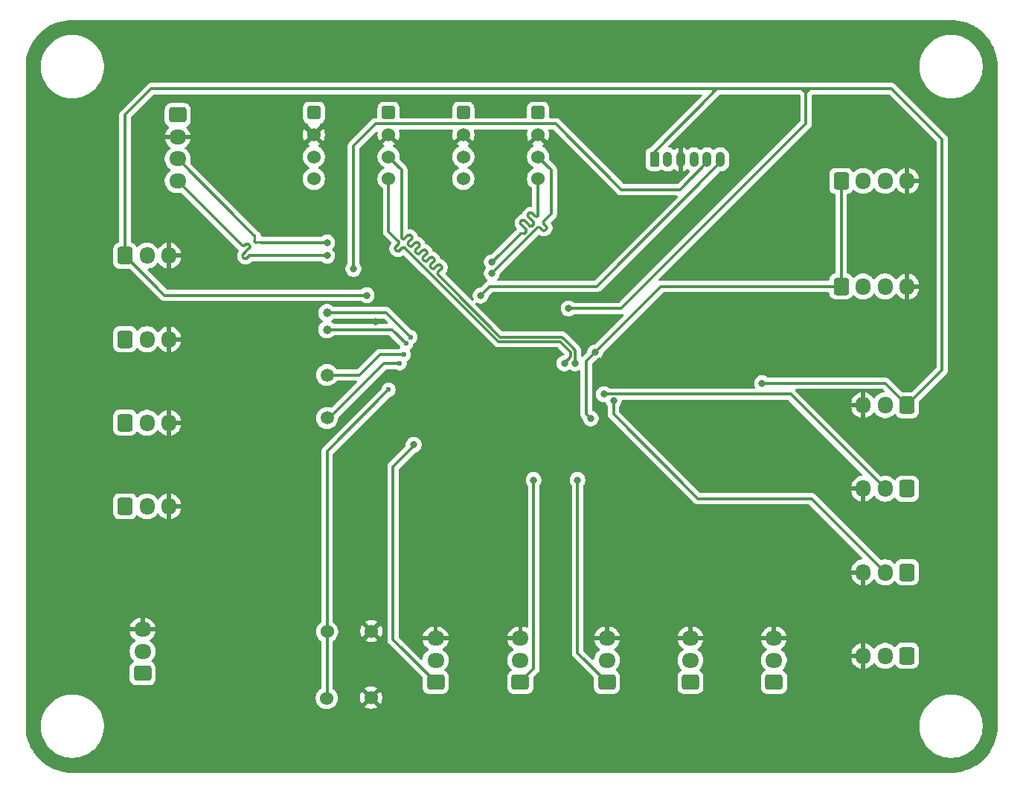
<source format=gbl>
G04 #@! TF.GenerationSoftware,KiCad,Pcbnew,9.0.0*
G04 #@! TF.CreationDate,2025-03-31T20:11:42+09:00*
G04 #@! TF.ProjectId,circuit-sugoi-tsuyoi-machine,63697263-7569-4742-9d73-75676f692d74,rev?*
G04 #@! TF.SameCoordinates,Original*
G04 #@! TF.FileFunction,Copper,L2,Bot*
G04 #@! TF.FilePolarity,Positive*
%FSLAX46Y46*%
G04 Gerber Fmt 4.6, Leading zero omitted, Abs format (unit mm)*
G04 Created by KiCad (PCBNEW 9.0.0) date 2025-03-31 20:11:42*
%MOMM*%
%LPD*%
G01*
G04 APERTURE LIST*
G04 Aperture macros list*
%AMRoundRect*
0 Rectangle with rounded corners*
0 $1 Rounding radius*
0 $2 $3 $4 $5 $6 $7 $8 $9 X,Y pos of 4 corners*
0 Add a 4 corners polygon primitive as box body*
4,1,4,$2,$3,$4,$5,$6,$7,$8,$9,$2,$3,0*
0 Add four circle primitives for the rounded corners*
1,1,$1+$1,$2,$3*
1,1,$1+$1,$4,$5*
1,1,$1+$1,$6,$7*
1,1,$1+$1,$8,$9*
0 Add four rect primitives between the rounded corners*
20,1,$1+$1,$2,$3,$4,$5,0*
20,1,$1+$1,$4,$5,$6,$7,0*
20,1,$1+$1,$6,$7,$8,$9,0*
20,1,$1+$1,$8,$9,$2,$3,0*%
G04 Aperture macros list end*
G04 #@! TA.AperFunction,ComponentPad*
%ADD10RoundRect,0.250000X-0.600000X-0.725000X0.600000X-0.725000X0.600000X0.725000X-0.600000X0.725000X0*%
G04 #@! TD*
G04 #@! TA.AperFunction,ComponentPad*
%ADD11O,1.700000X1.950000*%
G04 #@! TD*
G04 #@! TA.AperFunction,ComponentPad*
%ADD12RoundRect,0.250000X0.725000X-0.600000X0.725000X0.600000X-0.725000X0.600000X-0.725000X-0.600000X0*%
G04 #@! TD*
G04 #@! TA.AperFunction,ComponentPad*
%ADD13O,1.950000X1.700000*%
G04 #@! TD*
G04 #@! TA.AperFunction,ComponentPad*
%ADD14RoundRect,0.250000X0.600000X0.725000X-0.600000X0.725000X-0.600000X-0.725000X0.600000X-0.725000X0*%
G04 #@! TD*
G04 #@! TA.AperFunction,ComponentPad*
%ADD15RoundRect,0.250000X-0.512000X0.512000X-0.512000X-0.512000X0.512000X-0.512000X0.512000X0.512000X0*%
G04 #@! TD*
G04 #@! TA.AperFunction,ComponentPad*
%ADD16C,1.524000*%
G04 #@! TD*
G04 #@! TA.AperFunction,ComponentPad*
%ADD17C,1.000000*%
G04 #@! TD*
G04 #@! TA.AperFunction,ComponentPad*
%ADD18RoundRect,0.250000X-0.725000X0.600000X-0.725000X-0.600000X0.725000X-0.600000X0.725000X0.600000X0*%
G04 #@! TD*
G04 #@! TA.AperFunction,ComponentPad*
%ADD19RoundRect,0.250000X-0.265000X-0.615000X0.265000X-0.615000X0.265000X0.615000X-0.265000X0.615000X0*%
G04 #@! TD*
G04 #@! TA.AperFunction,ComponentPad*
%ADD20O,1.030000X1.730000*%
G04 #@! TD*
G04 #@! TA.AperFunction,ComponentPad*
%ADD21C,1.500000*%
G04 #@! TD*
G04 #@! TA.AperFunction,ViaPad*
%ADD22C,0.600000*%
G04 #@! TD*
G04 #@! TA.AperFunction,ViaPad*
%ADD23C,0.800000*%
G04 #@! TD*
G04 #@! TA.AperFunction,Conductor*
%ADD24C,0.300000*%
G04 #@! TD*
G04 APERTURE END LIST*
D10*
X97500000Y-88000000D03*
D11*
X100000000Y-88000000D03*
X102500000Y-88000000D03*
D12*
X142500000Y-127000000D03*
D13*
X142500000Y-124500000D03*
X142500000Y-122000000D03*
D14*
X186500000Y-105000000D03*
D11*
X184000000Y-105000000D03*
X181500000Y-105000000D03*
D15*
X127500000Y-62250000D03*
D16*
X127500000Y-64750000D03*
X127500000Y-67250000D03*
X127500000Y-69750000D03*
D12*
X171350000Y-127000000D03*
D13*
X171350000Y-124500000D03*
X171350000Y-122000000D03*
D10*
X97500000Y-107000000D03*
D11*
X100000000Y-107000000D03*
X102500000Y-107000000D03*
D17*
X120500000Y-86900000D03*
X120500000Y-85000000D03*
D18*
X103500000Y-62500000D03*
D13*
X103500000Y-65000000D03*
X103500000Y-67500000D03*
X103500000Y-70000000D03*
D15*
X119000000Y-62250000D03*
D16*
X119000000Y-64750000D03*
X119000000Y-67250000D03*
X119000000Y-69750000D03*
D14*
X186500000Y-95500000D03*
D11*
X184000000Y-95500000D03*
X181500000Y-95500000D03*
D12*
X99500000Y-126000000D03*
D13*
X99500000Y-123500000D03*
X99500000Y-121000000D03*
D10*
X179000000Y-70000000D03*
D11*
X181500000Y-70000000D03*
X184000000Y-70000000D03*
X186500000Y-70000000D03*
D19*
X157750000Y-67550000D03*
D20*
X159250000Y-67550000D03*
X160750000Y-67550000D03*
X162250000Y-67550000D03*
X163750000Y-67550000D03*
X165250000Y-67550000D03*
D12*
X152350000Y-127000000D03*
D13*
X152350000Y-124500000D03*
X152350000Y-122000000D03*
D10*
X179000000Y-82000000D03*
D11*
X181500000Y-82000000D03*
X184000000Y-82000000D03*
X186500000Y-82000000D03*
D16*
X125540000Y-121190000D03*
X125500000Y-128750000D03*
X120500000Y-121250000D03*
X120460000Y-128810000D03*
D12*
X161850000Y-127000000D03*
D13*
X161850000Y-124500000D03*
X161850000Y-122000000D03*
D10*
X97500000Y-78500000D03*
D11*
X100000000Y-78500000D03*
X102500000Y-78500000D03*
D10*
X97500000Y-97500000D03*
D11*
X100000000Y-97500000D03*
X102500000Y-97500000D03*
D14*
X186500000Y-124000000D03*
D11*
X184000000Y-124000000D03*
X181500000Y-124000000D03*
D12*
X132850000Y-127000000D03*
D13*
X132850000Y-124500000D03*
X132850000Y-122000000D03*
D21*
X120500000Y-96950000D03*
X120500000Y-92070000D03*
D15*
X136000000Y-62250000D03*
D16*
X136000000Y-64750000D03*
X136000000Y-67250000D03*
X136000000Y-69750000D03*
D15*
X144500000Y-62250000D03*
D16*
X144500000Y-64750000D03*
X144500000Y-67250000D03*
X144500000Y-69750000D03*
D14*
X186500000Y-114500000D03*
D11*
X184000000Y-114500000D03*
X181500000Y-114500000D03*
D22*
X127500000Y-93750000D03*
D23*
X123500000Y-80000000D03*
X140000000Y-93500000D03*
X147000000Y-102500000D03*
X140000000Y-90500000D03*
X107000000Y-98500000D03*
X151750000Y-100000000D03*
X139000000Y-93500000D03*
X140000000Y-91500000D03*
X138000000Y-92500000D03*
X139000000Y-92500000D03*
X190500000Y-101000000D03*
X139000000Y-90500000D03*
X153000000Y-65500000D03*
X102500000Y-102500000D03*
X148250000Y-87000000D03*
X171000000Y-86500000D03*
X104000000Y-85500000D03*
X154500000Y-89000000D03*
X150000000Y-73000000D03*
X159800000Y-89900000D03*
X95000000Y-126000000D03*
X140000000Y-92500000D03*
X138000000Y-90500000D03*
X126000000Y-86000000D03*
X126000000Y-118000000D03*
X174500000Y-100000000D03*
X157500000Y-73000000D03*
X137500000Y-124000000D03*
X126000000Y-88500000D03*
X125500000Y-74500000D03*
X131250000Y-96500000D03*
X142250000Y-99250000D03*
X160000000Y-117000000D03*
X140000000Y-101500000D03*
X151500000Y-90500000D03*
X157000000Y-107500000D03*
X155000000Y-97000000D03*
X161000000Y-101500000D03*
X173500000Y-104500000D03*
X133500000Y-115500000D03*
X137000000Y-91500000D03*
X155000000Y-80500000D03*
X137000000Y-90500000D03*
X108000000Y-79000000D03*
X131250000Y-87250000D03*
X182000000Y-100500000D03*
X166000000Y-79500000D03*
X184500000Y-89500000D03*
X134719669Y-84780331D03*
X138000000Y-91500000D03*
X150000000Y-88750000D03*
X159700000Y-97900000D03*
X147000000Y-124500000D03*
X141500000Y-109500000D03*
X135500000Y-75500000D03*
X175000000Y-80500000D03*
X137000000Y-93500000D03*
X138000000Y-93500000D03*
X148750000Y-92250000D03*
X124000000Y-106500000D03*
X95500000Y-64500000D03*
X137000000Y-92500000D03*
X126250000Y-97000000D03*
X152500000Y-118000000D03*
X141000000Y-68500000D03*
X163000000Y-84500000D03*
X166750000Y-95500000D03*
X169500000Y-65500000D03*
X112500000Y-108000000D03*
X172500000Y-73500000D03*
X160000000Y-93000000D03*
X146500000Y-111000000D03*
X139000000Y-91500000D03*
X167500000Y-116500000D03*
X112500000Y-93000000D03*
X111000000Y-57500000D03*
X181500000Y-63000000D03*
X112000000Y-68500000D03*
X148500000Y-96750000D03*
X151000000Y-89500000D03*
X150500000Y-97000000D03*
X137969669Y-83030331D03*
X148750000Y-90750000D03*
X147500000Y-90750000D03*
X139250000Y-80500000D03*
X139250000Y-79250000D03*
X120500000Y-77000000D03*
X152000000Y-94250000D03*
X153102099Y-95000000D03*
D22*
X130000000Y-87750000D03*
X129500000Y-88500000D03*
X129250000Y-89750000D03*
D23*
X120500000Y-78500000D03*
D22*
X128750000Y-90750000D03*
D23*
X144000000Y-104000000D03*
X148000000Y-84500000D03*
X130362500Y-100000000D03*
X125000000Y-83000000D03*
X149000000Y-104000000D03*
X170000000Y-93000000D03*
D24*
X120500000Y-100750000D02*
X120500000Y-121250000D01*
X127500000Y-93750000D02*
X120500000Y-100750000D01*
X123500000Y-66060854D02*
X126060854Y-63500000D01*
X123500000Y-80000000D02*
X123500000Y-66060854D01*
X120500000Y-128770000D02*
X120460000Y-128810000D01*
X126060854Y-63500000D02*
X146500000Y-63500000D01*
X120500000Y-121250000D02*
X120500000Y-128770000D01*
X146500000Y-63500000D02*
X154000000Y-71000000D01*
X163750000Y-67900000D02*
X163750000Y-67550000D01*
X154000000Y-71000000D02*
X160650000Y-71000000D01*
X160650000Y-71000000D02*
X163750000Y-67900000D01*
X179000000Y-82000000D02*
X179000000Y-70000000D01*
X179000000Y-82000000D02*
X158500000Y-82000000D01*
X150000000Y-90500000D02*
X151000000Y-89500000D01*
X150000000Y-96500000D02*
X150000000Y-90500000D01*
X158500000Y-82000000D02*
X151000000Y-89500000D01*
X150500000Y-97000000D02*
X150000000Y-96500000D01*
X165250000Y-67900000D02*
X165250000Y-67550000D01*
X139000000Y-82000000D02*
X151150000Y-82000000D01*
X151150000Y-82000000D02*
X165250000Y-67900000D01*
X137969669Y-83030331D02*
X139000000Y-82000000D01*
X130032167Y-76188136D02*
X130117019Y-76272988D01*
X148750000Y-90208520D02*
X148750000Y-90750000D01*
X129000000Y-68750000D02*
X129000000Y-76541480D01*
X140207520Y-87749000D02*
X147207520Y-87749000D01*
X148750000Y-89793480D02*
X148750000Y-90000000D01*
X131729268Y-77885147D02*
X131814120Y-77969999D01*
X130187940Y-77390009D02*
X130541328Y-77036618D01*
X147501000Y-88042479D02*
X147501000Y-88042480D01*
X127500000Y-67250000D02*
X129000000Y-68750000D01*
X129763674Y-77305155D02*
X129848528Y-77390008D01*
X132309258Y-79850739D02*
X132394112Y-79935592D01*
X129339412Y-76541481D02*
X129692755Y-76188135D01*
X148456520Y-88998000D02*
X148750000Y-89291479D01*
X130965592Y-77460883D02*
X130612201Y-77814271D01*
X130612202Y-78153683D02*
X130697056Y-78238536D01*
X133242640Y-80784120D02*
X134713585Y-82255065D01*
X131814120Y-78309411D02*
X131460729Y-78662799D01*
X134713585Y-82255065D02*
X140207520Y-87749000D01*
X132733524Y-79935593D02*
X133086897Y-79582217D01*
X148456521Y-88998000D02*
X148456520Y-88998000D01*
X133157786Y-80699267D02*
X133242640Y-80784120D01*
X131884996Y-79087065D02*
X132238369Y-78733689D01*
X132577781Y-78733690D02*
X132662633Y-78818542D01*
X147207520Y-87749000D02*
X147501000Y-88042479D01*
X130117019Y-76612400D02*
X129763673Y-76965743D01*
X148750000Y-89706520D02*
X148750000Y-89793480D01*
X133511161Y-80006482D02*
X133157785Y-80359855D01*
X133426309Y-79582218D02*
X133511161Y-79667070D01*
X132662633Y-79157954D02*
X132309257Y-79511327D01*
X148750000Y-89291479D02*
X148750000Y-89291480D01*
X148750000Y-89291480D02*
X148750000Y-89706520D01*
X148750000Y-90000000D02*
X148750000Y-90208520D01*
X131036468Y-78238537D02*
X131389856Y-77885146D01*
X131460730Y-79002211D02*
X131545584Y-79087064D01*
X147501000Y-88042480D02*
X148456521Y-88998000D01*
X130880740Y-77036619D02*
X130965592Y-77121471D01*
X129763673Y-76965743D02*
G75*
G03*
X129763722Y-77305106I169727J-169657D01*
G01*
X129692755Y-76188135D02*
G75*
G02*
X130032207Y-76188096I169745J-169665D01*
G01*
X129000000Y-76541480D02*
G75*
G03*
X129339405Y-76541475I169700J169680D01*
G01*
X132662633Y-78818542D02*
G75*
G02*
X132662585Y-79157906I-169733J-169658D01*
G01*
X131460729Y-78662799D02*
G75*
G03*
X131460735Y-79002206I169671J-169701D01*
G01*
X133511161Y-79667070D02*
G75*
G02*
X133511185Y-80006506I-169661J-169730D01*
G01*
X133157785Y-80359855D02*
G75*
G03*
X133157746Y-80699306I169715J-169745D01*
G01*
X130965592Y-77121471D02*
G75*
G02*
X130965615Y-77460906I-169692J-169729D01*
G01*
X132394112Y-79935592D02*
G75*
G03*
X132733505Y-79935575I169688J169692D01*
G01*
X130612201Y-77814271D02*
G75*
G03*
X130612178Y-78153706I169699J-169729D01*
G01*
X132238369Y-78733689D02*
G75*
G02*
X132577806Y-78733664I169731J-169711D01*
G01*
X132309257Y-79511327D02*
G75*
G03*
X132309290Y-79850707I169743J-169673D01*
G01*
X130117019Y-76272988D02*
G75*
G02*
X130117025Y-76612406I-169719J-169712D01*
G01*
X130541328Y-77036618D02*
G75*
G02*
X130880706Y-77036652I169672J-169682D01*
G01*
X133086897Y-79582217D02*
G75*
G02*
X133426306Y-79582221I169703J-169683D01*
G01*
X131545584Y-79087064D02*
G75*
G03*
X131885006Y-79087075I169716J169664D01*
G01*
X131389856Y-77885146D02*
G75*
G02*
X131729306Y-77885108I169744J-169754D01*
G01*
X131814120Y-77969999D02*
G75*
G02*
X131814115Y-78309406I-169720J-169701D01*
G01*
X129848528Y-77390008D02*
G75*
G03*
X130187905Y-77389975I169672J169708D01*
G01*
X130697056Y-78238536D02*
G75*
G03*
X131036505Y-78238575I169744J169736D01*
G01*
X127500000Y-75750000D02*
X128611982Y-76861982D01*
X140000000Y-88250000D02*
X147000000Y-88250000D01*
X127500000Y-69750000D02*
X127500000Y-75750000D01*
X128611982Y-77201393D02*
X128304530Y-77508844D01*
X131801334Y-80051334D02*
X140000000Y-88250000D01*
X148249000Y-90001000D02*
X147500000Y-90750000D01*
X147000000Y-88250000D02*
X148249000Y-89499000D01*
X128728794Y-77933107D02*
X129036245Y-77625655D01*
X128304530Y-77848255D02*
X128389382Y-77933107D01*
X129460510Y-77710510D02*
X131801334Y-80051334D01*
X148249000Y-89499000D02*
X148249000Y-90001000D01*
X129375656Y-77625655D02*
X129460510Y-77710510D01*
X128304530Y-77508844D02*
G75*
G03*
X128304579Y-77848205I169670J-169656D01*
G01*
X128611982Y-76861982D02*
G75*
G02*
X128611995Y-77201406I-169682J-169718D01*
G01*
X129036245Y-77625655D02*
G75*
G02*
X129375656Y-77625654I169706J-169707D01*
G01*
X128389382Y-77933107D02*
G75*
G03*
X128728794Y-77933107I169706J169704D01*
G01*
X144415971Y-75334033D02*
X144331116Y-75418885D01*
X145179645Y-74909767D02*
X145429834Y-75159956D01*
X144331116Y-75418885D02*
X142344376Y-77405624D01*
X144500000Y-67250000D02*
X146000000Y-68750000D01*
X146000000Y-68750000D02*
X146000000Y-73750000D01*
X142344376Y-77405624D02*
X139250000Y-80500000D01*
X146000000Y-73750000D02*
X145179645Y-74570355D01*
X145005569Y-75584222D02*
X144755381Y-75334034D01*
X145429833Y-75499368D02*
X145344981Y-75584221D01*
X145429834Y-75159956D02*
G75*
G02*
X145429872Y-75499406I-169734J-169744D01*
G01*
X145344981Y-75584221D02*
G75*
G02*
X145005594Y-75584197I-169681J169721D01*
G01*
X144755381Y-75334034D02*
G75*
G03*
X144415996Y-75334057I-169681J-169666D01*
G01*
X145179645Y-74570355D02*
G75*
G03*
X145179606Y-74909806I169655J-169745D01*
G01*
X143057499Y-75442501D02*
X143172165Y-75557167D01*
X143416341Y-74104281D02*
X143736323Y-74424263D01*
X142652665Y-74528548D02*
X142567811Y-74613401D01*
X142518570Y-75981432D02*
X142332713Y-76167288D01*
X143172165Y-75786499D02*
X142977232Y-75981433D01*
X143597671Y-75134143D02*
X143481765Y-75018237D01*
X144160588Y-74000000D02*
X143840605Y-73680017D01*
X144500000Y-69750000D02*
X144500000Y-74000000D01*
X142332713Y-76167288D02*
X140243161Y-78256839D01*
X142567811Y-74952812D02*
X143057498Y-75442499D01*
X140243161Y-78256839D02*
X139250000Y-79250000D01*
X144021937Y-74941687D02*
X143829481Y-75134144D01*
X143501194Y-73680017D02*
X143416341Y-73764869D01*
X143481765Y-75018237D02*
X143481764Y-75018236D01*
X143736323Y-74424263D02*
X143906030Y-74593970D01*
X143906030Y-74593970D02*
X144021937Y-74709877D01*
X143481764Y-75018236D02*
X142992076Y-74528548D01*
X143057498Y-75442499D02*
X143057499Y-75442501D01*
X143172165Y-75557167D02*
G75*
G02*
X143172132Y-75786466I-114665J-114633D01*
G01*
X144500000Y-74000000D02*
G75*
G02*
X144160588Y-74000000I-169706J169704D01*
G01*
X143829481Y-75134144D02*
G75*
G02*
X143597694Y-75134120I-115881J115944D01*
G01*
X142992076Y-74528548D02*
G75*
G03*
X142652666Y-74528548I-169705J-169703D01*
G01*
X143840605Y-73680017D02*
G75*
G03*
X143501195Y-73680017I-169705J-169703D01*
G01*
X142977232Y-75981433D02*
G75*
G02*
X142747900Y-75981433I-114666J114667D01*
G01*
X144021937Y-74709877D02*
G75*
G02*
X144021955Y-74941705I-115937J-115923D01*
G01*
X142747900Y-75981433D02*
G75*
G03*
X142518536Y-75981397I-114700J-114667D01*
G01*
X143416341Y-73764869D02*
G75*
G03*
X143416316Y-74104306I169659J-169731D01*
G01*
X142567811Y-74613401D02*
G75*
G03*
X142567817Y-74952805I169689J-169699D01*
G01*
X112399306Y-77000000D02*
X112275388Y-76876082D01*
X112275388Y-76275388D02*
X112151471Y-76151471D01*
X112151471Y-76151471D02*
X111233250Y-75233250D01*
X111233250Y-75233250D02*
X103500000Y-67500000D01*
X120500000Y-77000000D02*
X113000000Y-77000000D01*
X112699652Y-76999999D02*
G75*
G02*
X112399327Y-76999979I-150152J150199D01*
G01*
X112275387Y-76575734D02*
G75*
G03*
X112275349Y-76275428I-150187J150134D01*
G01*
X112275388Y-76876082D02*
G75*
G02*
X112275379Y-76575727I150212J150182D01*
G01*
X113000000Y-77000000D02*
G75*
G03*
X112699627Y-76999973I-150200J-150200D01*
G01*
X152000000Y-94250000D02*
X173250000Y-94250000D01*
X173250000Y-94250000D02*
X184000000Y-105000000D01*
X153102099Y-96540024D02*
X162687075Y-106125000D01*
X153102099Y-95000000D02*
X153102099Y-96540024D01*
X162687075Y-106125000D02*
X175625000Y-106125000D01*
X175625000Y-106125000D02*
X184000000Y-114500000D01*
X130000000Y-87750000D02*
X127250000Y-85000000D01*
X127250000Y-85000000D02*
X120500000Y-85000000D01*
X127900000Y-86900000D02*
X120500000Y-86900000D01*
X129500000Y-88500000D02*
X127900000Y-86900000D01*
X126500000Y-89750000D02*
X124180000Y-92070000D01*
X124180000Y-92070000D02*
X120500000Y-92070000D01*
X129250000Y-89750000D02*
X126500000Y-89750000D01*
X112012432Y-78500000D02*
X112000000Y-78500000D01*
X111241857Y-77221668D02*
X111151468Y-77312056D01*
X109515833Y-76015833D02*
X103500000Y-70000000D01*
X111660588Y-78500000D02*
X111393437Y-78767148D01*
X111666122Y-77306522D02*
X111581268Y-77221668D01*
X111054027Y-78767149D02*
X110969172Y-78682294D01*
X110969172Y-78342882D02*
X111236320Y-78075731D01*
X111406028Y-77906028D02*
X111575733Y-77736322D01*
X111575733Y-77736322D02*
X111666122Y-77645933D01*
X110812056Y-77312056D02*
X110727204Y-77227204D01*
X110727204Y-77227204D02*
X109515833Y-76015833D01*
X120500000Y-78500000D02*
X112012432Y-78500000D01*
X111406025Y-77906026D02*
X111406028Y-77906028D01*
X111236320Y-78075731D02*
X111406025Y-77906026D01*
X111666122Y-77645933D02*
G75*
G03*
X111666150Y-77306495I-169722J169733D01*
G01*
X111393437Y-78767148D02*
G75*
G02*
X111053996Y-78767181I-169737J169748D01*
G01*
X112000000Y-78500000D02*
G75*
G03*
X111660588Y-78500000I-169706J-169701D01*
G01*
X110969172Y-78682294D02*
G75*
G02*
X110969184Y-78342894I169728J169694D01*
G01*
X111581268Y-77221668D02*
G75*
G03*
X111241856Y-77221667I-169706J-169703D01*
G01*
X111151468Y-77312056D02*
G75*
G02*
X110812056Y-77312056I-169706J169704D01*
G01*
X128750000Y-90750000D02*
X127000000Y-90750000D01*
X127000000Y-90750000D02*
X120800000Y-96950000D01*
X120800000Y-96950000D02*
X120500000Y-96950000D01*
X174500000Y-59500000D02*
X164935000Y-59500000D01*
X175500000Y-59500000D02*
X175000000Y-59500000D01*
X149000000Y-123650000D02*
X152350000Y-127000000D01*
X102000000Y-83000000D02*
X97500000Y-78500000D01*
X190500000Y-65250000D02*
X184750000Y-59500000D01*
X125000000Y-83000000D02*
X102000000Y-83000000D01*
X157750000Y-66685000D02*
X157750000Y-67550000D01*
X149000000Y-104000000D02*
X149000000Y-123650000D01*
X164467500Y-59967500D02*
X157750000Y-66685000D01*
X154000000Y-84500000D02*
X148000000Y-84500000D01*
X186500000Y-95500000D02*
X190500000Y-91500000D01*
X175000000Y-59500000D02*
X175000000Y-60000000D01*
X175000000Y-59500000D02*
X174500000Y-59500000D01*
X175000000Y-60000000D02*
X175000000Y-63500000D01*
X128000000Y-122150000D02*
X132850000Y-127000000D01*
X184000000Y-93000000D02*
X186500000Y-95500000D01*
X97500000Y-62500000D02*
X97500000Y-78500000D01*
X144000000Y-125500000D02*
X142500000Y-127000000D01*
X164935000Y-59500000D02*
X164467500Y-59967500D01*
X164500000Y-59500000D02*
X100500000Y-59500000D01*
X128000000Y-102500000D02*
X128000000Y-122150000D01*
X100500000Y-59500000D02*
X97500000Y-62500000D01*
X164935000Y-59500000D02*
X164500000Y-59500000D01*
X184750000Y-59500000D02*
X175500000Y-59500000D01*
X190500000Y-91500000D02*
X190500000Y-65250000D01*
X164500000Y-59935000D02*
X164467500Y-59967500D01*
X174500000Y-59500000D02*
X175000000Y-60000000D01*
X130362500Y-100137500D02*
X128000000Y-102500000D01*
X170000000Y-93000000D02*
X184000000Y-93000000D01*
X164500000Y-59500000D02*
X164500000Y-59935000D01*
X175000000Y-60000000D02*
X175500000Y-59500000D01*
X175000000Y-63500000D02*
X154000000Y-84500000D01*
X130362500Y-100000000D02*
X130362500Y-100137500D01*
X144000000Y-104000000D02*
X144000000Y-125500000D01*
G04 #@! TA.AperFunction,Conductor*
G36*
X174208632Y-60159144D02*
G01*
X174238619Y-60165668D01*
X174243634Y-60169422D01*
X174246231Y-60170185D01*
X174266873Y-60186819D01*
X174313181Y-60233127D01*
X174346666Y-60294450D01*
X174349500Y-60320808D01*
X174349500Y-63179192D01*
X174329815Y-63246231D01*
X174313181Y-63266873D01*
X153766873Y-83813181D01*
X153705550Y-83846666D01*
X153679192Y-83849500D01*
X148674362Y-83849500D01*
X148607323Y-83829815D01*
X148586681Y-83813181D01*
X148574038Y-83800538D01*
X148574034Y-83800535D01*
X148426553Y-83701990D01*
X148426540Y-83701983D01*
X148262667Y-83634106D01*
X148262658Y-83634103D01*
X148088694Y-83599500D01*
X148088691Y-83599500D01*
X147911309Y-83599500D01*
X147911306Y-83599500D01*
X147737341Y-83634103D01*
X147737332Y-83634106D01*
X147573459Y-83701983D01*
X147573446Y-83701990D01*
X147425965Y-83800535D01*
X147425961Y-83800538D01*
X147300538Y-83925961D01*
X147300535Y-83925965D01*
X147201990Y-84073446D01*
X147201983Y-84073459D01*
X147134106Y-84237332D01*
X147134103Y-84237341D01*
X147099500Y-84411304D01*
X147099500Y-84588695D01*
X147134103Y-84762658D01*
X147134106Y-84762667D01*
X147201983Y-84926540D01*
X147201990Y-84926553D01*
X147300535Y-85074034D01*
X147300538Y-85074038D01*
X147425961Y-85199461D01*
X147425965Y-85199464D01*
X147573446Y-85298009D01*
X147573459Y-85298016D01*
X147696363Y-85348923D01*
X147737334Y-85365894D01*
X147737336Y-85365894D01*
X147737341Y-85365896D01*
X147911304Y-85400499D01*
X147911307Y-85400500D01*
X147911309Y-85400500D01*
X148088693Y-85400500D01*
X148088694Y-85400499D01*
X148146682Y-85388964D01*
X148262658Y-85365896D01*
X148262661Y-85365894D01*
X148262666Y-85365894D01*
X148426547Y-85298013D01*
X148574035Y-85199464D01*
X148574038Y-85199461D01*
X148586681Y-85186819D01*
X148648004Y-85153334D01*
X148674362Y-85150500D01*
X154064069Y-85150500D01*
X154119386Y-85139496D01*
X154188975Y-85145722D01*
X154244153Y-85188584D01*
X154267399Y-85254473D01*
X154251333Y-85322470D01*
X154231258Y-85348794D01*
X151016873Y-88563181D01*
X150955550Y-88596666D01*
X150929192Y-88599500D01*
X150911306Y-88599500D01*
X150737341Y-88634103D01*
X150737332Y-88634106D01*
X150573459Y-88701983D01*
X150573446Y-88701990D01*
X150425965Y-88800535D01*
X150425961Y-88800538D01*
X150300538Y-88925961D01*
X150300535Y-88925965D01*
X150201990Y-89073446D01*
X150201983Y-89073459D01*
X150134106Y-89237332D01*
X150134103Y-89237341D01*
X150099500Y-89411304D01*
X150099500Y-89429191D01*
X150079815Y-89496230D01*
X150063181Y-89516872D01*
X149612181Y-89967872D01*
X149550858Y-90001357D01*
X149481166Y-89996373D01*
X149425233Y-89954501D01*
X149400816Y-89889037D01*
X149400500Y-89880191D01*
X149400500Y-89227409D01*
X149400499Y-89227407D01*
X149393299Y-89191210D01*
X149392610Y-89187743D01*
X149375501Y-89101735D01*
X149326465Y-88983352D01*
X149326463Y-88983348D01*
X149324405Y-88980269D01*
X149324401Y-88980262D01*
X149255277Y-88876810D01*
X149255276Y-88876809D01*
X149202208Y-88823741D01*
X148964908Y-88586442D01*
X148964883Y-88586415D01*
X148013346Y-87634880D01*
X148013344Y-87634877D01*
X147622191Y-87243725D01*
X147622183Y-87243719D01*
X147515656Y-87172540D01*
X147515649Y-87172536D01*
X147515646Y-87172534D01*
X147515642Y-87172532D01*
X147515638Y-87172530D01*
X147426292Y-87135523D01*
X147397262Y-87123498D01*
X147397258Y-87123497D01*
X147271591Y-87098500D01*
X147271589Y-87098500D01*
X140528328Y-87098500D01*
X140461289Y-87078815D01*
X140440647Y-87062181D01*
X137409804Y-84031338D01*
X137376319Y-83970015D01*
X137381303Y-83900323D01*
X137423175Y-83844390D01*
X137488639Y-83819973D01*
X137544937Y-83829096D01*
X137633774Y-83865893D01*
X137707003Y-83896225D01*
X137707005Y-83896225D01*
X137707010Y-83896227D01*
X137880973Y-83930830D01*
X137880976Y-83930831D01*
X137880978Y-83930831D01*
X138058362Y-83930831D01*
X138058363Y-83930830D01*
X138116351Y-83919295D01*
X138232327Y-83896227D01*
X138232330Y-83896225D01*
X138232335Y-83896225D01*
X138392665Y-83829815D01*
X138396209Y-83828347D01*
X138396209Y-83828346D01*
X138396216Y-83828344D01*
X138543704Y-83729795D01*
X138669133Y-83604366D01*
X138767682Y-83456878D01*
X138835563Y-83292997D01*
X138841597Y-83262666D01*
X138870168Y-83119026D01*
X138870169Y-83119024D01*
X138870169Y-83101139D01*
X138889854Y-83034100D01*
X138906488Y-83013458D01*
X139233127Y-82686819D01*
X139294450Y-82653334D01*
X139320808Y-82650500D01*
X151214071Y-82650500D01*
X151298615Y-82633682D01*
X151339744Y-82625501D01*
X151458127Y-82576465D01*
X151462635Y-82573453D01*
X151564669Y-82505277D01*
X165118126Y-68951818D01*
X165179449Y-68918334D01*
X165205807Y-68915500D01*
X165350019Y-68915500D01*
X165350020Y-68915499D01*
X165546211Y-68876475D01*
X165731020Y-68799925D01*
X165897344Y-68688791D01*
X166038791Y-68547344D01*
X166149925Y-68381020D01*
X166226475Y-68196211D01*
X166265500Y-68000018D01*
X166265500Y-67099982D01*
X166226475Y-66903789D01*
X166176113Y-66782203D01*
X166149928Y-66718986D01*
X166149921Y-66718973D01*
X166038791Y-66552656D01*
X166038788Y-66552652D01*
X165897347Y-66411211D01*
X165897343Y-66411208D01*
X165731026Y-66300078D01*
X165731013Y-66300071D01*
X165546215Y-66223526D01*
X165546203Y-66223523D01*
X165350022Y-66184500D01*
X165350018Y-66184500D01*
X165149982Y-66184500D01*
X165149977Y-66184500D01*
X164953796Y-66223523D01*
X164953784Y-66223526D01*
X164768986Y-66300071D01*
X164768973Y-66300078D01*
X164602656Y-66411208D01*
X164602652Y-66411211D01*
X164587681Y-66426183D01*
X164526358Y-66459668D01*
X164456666Y-66454684D01*
X164412319Y-66426183D01*
X164397347Y-66411211D01*
X164397343Y-66411208D01*
X164231026Y-66300078D01*
X164231013Y-66300071D01*
X164046215Y-66223526D01*
X164046203Y-66223523D01*
X163850022Y-66184500D01*
X163850018Y-66184500D01*
X163649982Y-66184500D01*
X163649977Y-66184500D01*
X163453796Y-66223523D01*
X163453784Y-66223526D01*
X163268986Y-66300071D01*
X163268973Y-66300078D01*
X163102656Y-66411208D01*
X163102652Y-66411211D01*
X163087681Y-66426183D01*
X163026358Y-66459668D01*
X162956666Y-66454684D01*
X162912319Y-66426183D01*
X162897347Y-66411211D01*
X162897343Y-66411208D01*
X162731026Y-66300078D01*
X162731013Y-66300071D01*
X162546215Y-66223526D01*
X162546203Y-66223523D01*
X162350022Y-66184500D01*
X162350018Y-66184500D01*
X162149982Y-66184500D01*
X162149977Y-66184500D01*
X161953796Y-66223523D01*
X161953784Y-66223526D01*
X161768986Y-66300071D01*
X161768973Y-66300078D01*
X161602656Y-66411208D01*
X161602652Y-66411211D01*
X161587327Y-66426537D01*
X161526004Y-66460022D01*
X161456312Y-66455038D01*
X161411965Y-66426537D01*
X161397028Y-66411600D01*
X161397024Y-66411597D01*
X161230789Y-66300522D01*
X161230780Y-66300517D01*
X161046065Y-66224006D01*
X161046057Y-66224004D01*
X161000000Y-66214842D01*
X161000000Y-67283811D01*
X160974116Y-67257927D01*
X160890885Y-67209874D01*
X160798053Y-67185000D01*
X160701947Y-67185000D01*
X160609115Y-67209874D01*
X160525884Y-67257927D01*
X160500000Y-67283811D01*
X160500000Y-66214843D01*
X160499999Y-66214842D01*
X160453942Y-66224004D01*
X160453934Y-66224006D01*
X160269219Y-66300517D01*
X160269210Y-66300522D01*
X160102975Y-66411597D01*
X160088032Y-66426540D01*
X160026708Y-66460023D01*
X159957016Y-66455037D01*
X159912670Y-66426535D01*
X159897346Y-66411210D01*
X159897343Y-66411208D01*
X159731026Y-66300078D01*
X159731013Y-66300071D01*
X159546215Y-66223526D01*
X159546203Y-66223523D01*
X159427768Y-66199965D01*
X159365857Y-66167580D01*
X159331283Y-66106865D01*
X159335022Y-66037095D01*
X159364276Y-65990669D01*
X164972777Y-60382169D01*
X165005277Y-60349669D01*
X165168127Y-60186819D01*
X165229450Y-60153334D01*
X165255808Y-60150500D01*
X174179192Y-60150500D01*
X174208632Y-60159144D01*
G37*
G04 #@! TD.AperFunction*
G04 #@! TA.AperFunction,Conductor*
G36*
X134764211Y-64170185D02*
G01*
X134809966Y-64222989D01*
X134819910Y-64292147D01*
X134815103Y-64312818D01*
X134769075Y-64454476D01*
X134769075Y-64454479D01*
X134738000Y-64650678D01*
X134738000Y-64849321D01*
X134769075Y-65045520D01*
X134769075Y-65045523D01*
X134830457Y-65234437D01*
X134920641Y-65411432D01*
X134947730Y-65448715D01*
X135619000Y-64777445D01*
X135619000Y-64800160D01*
X135644964Y-64897061D01*
X135695124Y-64983940D01*
X135766060Y-65054876D01*
X135852939Y-65105036D01*
X135949840Y-65131000D01*
X135972553Y-65131000D01*
X135301283Y-65802268D01*
X135301283Y-65802269D01*
X135338567Y-65829358D01*
X135456079Y-65889234D01*
X135506875Y-65937209D01*
X135523670Y-66005030D01*
X135501133Y-66071165D01*
X135456079Y-66110204D01*
X135338305Y-66170213D01*
X135177533Y-66287021D01*
X135037021Y-66427533D01*
X134920213Y-66588305D01*
X134829994Y-66765367D01*
X134829993Y-66765370D01*
X134768587Y-66954362D01*
X134737500Y-67150639D01*
X134737500Y-67349360D01*
X134768587Y-67545637D01*
X134829993Y-67734629D01*
X134829994Y-67734632D01*
X134913998Y-67899496D01*
X134920213Y-67911694D01*
X135037019Y-68072464D01*
X135177536Y-68212981D01*
X135338306Y-68329787D01*
X135349193Y-68335334D01*
X135455528Y-68389515D01*
X135506324Y-68437490D01*
X135523119Y-68505311D01*
X135500581Y-68571446D01*
X135455528Y-68610485D01*
X135338305Y-68670213D01*
X135177533Y-68787021D01*
X135037021Y-68927533D01*
X134920213Y-69088305D01*
X134829994Y-69265367D01*
X134829993Y-69265370D01*
X134768587Y-69454362D01*
X134737500Y-69650639D01*
X134737500Y-69849360D01*
X134768587Y-70045637D01*
X134829993Y-70234629D01*
X134829994Y-70234632D01*
X134871578Y-70316243D01*
X134920213Y-70411694D01*
X135037019Y-70572464D01*
X135177536Y-70712981D01*
X135338306Y-70829787D01*
X135425149Y-70874035D01*
X135515367Y-70920005D01*
X135515370Y-70920006D01*
X135609866Y-70950709D01*
X135704364Y-70981413D01*
X135900639Y-71012500D01*
X135900640Y-71012500D01*
X136099360Y-71012500D01*
X136099361Y-71012500D01*
X136295636Y-70981413D01*
X136484632Y-70920005D01*
X136661694Y-70829787D01*
X136822464Y-70712981D01*
X136962981Y-70572464D01*
X137079787Y-70411694D01*
X137170005Y-70234632D01*
X137231413Y-70045636D01*
X137262500Y-69849361D01*
X137262500Y-69650639D01*
X137231413Y-69454364D01*
X137178718Y-69292184D01*
X137170006Y-69265370D01*
X137170005Y-69265367D01*
X137120109Y-69167442D01*
X137079787Y-69088306D01*
X136962981Y-68927536D01*
X136822464Y-68787019D01*
X136661694Y-68670213D01*
X136544470Y-68610484D01*
X136493675Y-68562510D01*
X136476880Y-68494689D01*
X136499417Y-68428555D01*
X136544469Y-68389515D01*
X136661694Y-68329787D01*
X136822464Y-68212981D01*
X136962981Y-68072464D01*
X137079787Y-67911694D01*
X137170005Y-67734632D01*
X137231413Y-67545636D01*
X137262500Y-67349361D01*
X137262500Y-67150639D01*
X137231413Y-66954364D01*
X137178718Y-66792184D01*
X137170006Y-66765370D01*
X137170005Y-66765367D01*
X137124035Y-66675149D01*
X137079787Y-66588306D01*
X136962981Y-66427536D01*
X136822464Y-66287019D01*
X136661694Y-66170213D01*
X136543919Y-66110203D01*
X136493124Y-66062229D01*
X136476329Y-65994408D01*
X136498866Y-65928273D01*
X136543921Y-65889234D01*
X136661422Y-65829364D01*
X136698715Y-65802268D01*
X136027448Y-65131000D01*
X136050160Y-65131000D01*
X136147061Y-65105036D01*
X136233940Y-65054876D01*
X136304876Y-64983940D01*
X136355036Y-64897061D01*
X136381000Y-64800160D01*
X136381000Y-64777447D01*
X137052268Y-65448715D01*
X137079362Y-65411425D01*
X137169542Y-65234437D01*
X137230924Y-65045523D01*
X137230924Y-65045520D01*
X137262000Y-64849321D01*
X137262000Y-64650678D01*
X137230924Y-64454479D01*
X137230924Y-64454476D01*
X137184897Y-64312818D01*
X137182902Y-64242977D01*
X137218983Y-64183144D01*
X137281684Y-64152316D01*
X137302828Y-64150500D01*
X143197172Y-64150500D01*
X143264211Y-64170185D01*
X143309966Y-64222989D01*
X143319910Y-64292147D01*
X143315103Y-64312818D01*
X143269075Y-64454476D01*
X143269075Y-64454479D01*
X143238000Y-64650678D01*
X143238000Y-64849321D01*
X143269075Y-65045520D01*
X143269075Y-65045523D01*
X143330457Y-65234437D01*
X143420641Y-65411432D01*
X143447730Y-65448715D01*
X144119000Y-64777445D01*
X144119000Y-64800160D01*
X144144964Y-64897061D01*
X144195124Y-64983940D01*
X144266060Y-65054876D01*
X144352939Y-65105036D01*
X144449840Y-65131000D01*
X144472553Y-65131000D01*
X143801283Y-65802268D01*
X143801283Y-65802269D01*
X143838567Y-65829358D01*
X143956079Y-65889234D01*
X144006875Y-65937209D01*
X144023670Y-66005030D01*
X144001133Y-66071165D01*
X143956079Y-66110204D01*
X143838305Y-66170213D01*
X143677533Y-66287021D01*
X143537021Y-66427533D01*
X143420213Y-66588305D01*
X143329994Y-66765367D01*
X143329993Y-66765370D01*
X143268587Y-66954362D01*
X143237500Y-67150639D01*
X143237500Y-67349360D01*
X143268587Y-67545637D01*
X143329993Y-67734629D01*
X143329994Y-67734632D01*
X143413998Y-67899496D01*
X143420213Y-67911694D01*
X143537019Y-68072464D01*
X143677536Y-68212981D01*
X143838306Y-68329787D01*
X143849193Y-68335334D01*
X143955528Y-68389515D01*
X144006324Y-68437490D01*
X144023119Y-68505311D01*
X144000581Y-68571446D01*
X143955528Y-68610485D01*
X143838305Y-68670213D01*
X143677533Y-68787021D01*
X143537021Y-68927533D01*
X143420213Y-69088305D01*
X143329994Y-69265367D01*
X143329993Y-69265370D01*
X143268587Y-69454362D01*
X143237500Y-69650639D01*
X143237500Y-69849360D01*
X143268587Y-70045637D01*
X143329993Y-70234629D01*
X143329994Y-70234632D01*
X143371578Y-70316243D01*
X143420213Y-70411694D01*
X143537019Y-70572464D01*
X143677536Y-70712981D01*
X143677539Y-70712983D01*
X143798385Y-70800783D01*
X143841051Y-70856113D01*
X143849500Y-70901101D01*
X143849500Y-72835222D01*
X143829815Y-72902261D01*
X143777011Y-72948016D01*
X143725500Y-72959222D01*
X143583189Y-72959222D01*
X143411153Y-72993442D01*
X143411147Y-72993444D01*
X143249088Y-73060571D01*
X143103237Y-73158027D01*
X143103232Y-73158031D01*
X143041219Y-73220044D01*
X143041217Y-73220047D01*
X142957718Y-73303545D01*
X142956465Y-73304798D01*
X142956465Y-73304799D01*
X142906999Y-73354263D01*
X142906679Y-73354615D01*
X142894450Y-73366839D01*
X142796961Y-73512686D01*
X142729804Y-73674754D01*
X142729803Y-73674756D01*
X142718211Y-73732994D01*
X142685818Y-73794900D01*
X142625097Y-73829466D01*
X142620790Y-73830403D01*
X142562622Y-73841973D01*
X142562620Y-73841974D01*
X142400559Y-73909102D01*
X142254708Y-74006558D01*
X142254703Y-74006562D01*
X142141871Y-74119395D01*
X142141853Y-74119404D01*
X142107846Y-74153409D01*
X142045823Y-74215428D01*
X142045822Y-74215430D01*
X141948363Y-74361281D01*
X141948360Y-74361287D01*
X141881230Y-74523351D01*
X141881229Y-74523353D01*
X141847007Y-74695407D01*
X141847009Y-74870824D01*
X141881239Y-75042880D01*
X141892420Y-75069869D01*
X141948377Y-75204945D01*
X142045844Y-75350798D01*
X142049859Y-75354813D01*
X142054200Y-75362759D01*
X142061453Y-75368189D01*
X142070686Y-75392944D01*
X142083350Y-75416129D01*
X142082704Y-75425164D01*
X142085871Y-75433653D01*
X142080255Y-75459468D01*
X142078374Y-75485822D01*
X142072552Y-75494881D01*
X142071020Y-75501927D01*
X142049892Y-75530145D01*
X142049870Y-75530181D01*
X142043815Y-75536235D01*
X142006838Y-75573201D01*
X142006813Y-75573238D01*
X142002337Y-75577715D01*
X142002327Y-75577727D01*
X141918044Y-75662010D01*
X141900604Y-75679451D01*
X141900603Y-75679451D01*
X139266873Y-78313181D01*
X139205550Y-78346666D01*
X139179192Y-78349500D01*
X139161306Y-78349500D01*
X138987341Y-78384103D01*
X138987332Y-78384106D01*
X138823459Y-78451983D01*
X138823446Y-78451990D01*
X138675965Y-78550535D01*
X138675961Y-78550538D01*
X138550538Y-78675961D01*
X138550535Y-78675965D01*
X138451990Y-78823446D01*
X138451983Y-78823459D01*
X138384106Y-78987332D01*
X138384103Y-78987341D01*
X138349500Y-79161304D01*
X138349500Y-79338695D01*
X138384103Y-79512658D01*
X138384106Y-79512667D01*
X138451983Y-79676540D01*
X138451990Y-79676553D01*
X138538557Y-79806109D01*
X138559435Y-79872787D01*
X138540950Y-79940167D01*
X138538557Y-79943891D01*
X138451990Y-80073446D01*
X138451983Y-80073459D01*
X138384106Y-80237332D01*
X138384103Y-80237341D01*
X138349500Y-80411304D01*
X138349500Y-80588695D01*
X138384103Y-80762658D01*
X138384106Y-80762667D01*
X138451983Y-80926540D01*
X138451990Y-80926553D01*
X138550535Y-81074034D01*
X138550538Y-81074038D01*
X138675961Y-81199461D01*
X138675965Y-81199464D01*
X138697327Y-81213738D01*
X138742132Y-81267350D01*
X138750839Y-81336675D01*
X138720685Y-81399703D01*
X138696145Y-81418965D01*
X138696938Y-81420151D01*
X138585326Y-81494726D01*
X138585325Y-81494727D01*
X137986542Y-82093512D01*
X137925219Y-82126997D01*
X137898861Y-82129831D01*
X137880975Y-82129831D01*
X137707010Y-82164434D01*
X137707001Y-82164437D01*
X137543128Y-82232314D01*
X137543115Y-82232321D01*
X137395634Y-82330866D01*
X137395630Y-82330869D01*
X137270207Y-82456292D01*
X137270204Y-82456296D01*
X137171659Y-82603777D01*
X137171652Y-82603790D01*
X137103775Y-82767663D01*
X137103772Y-82767672D01*
X137069169Y-82941635D01*
X137069169Y-83119026D01*
X137103772Y-83292989D01*
X137103775Y-83292998D01*
X137170903Y-83455062D01*
X137178372Y-83524532D01*
X137147096Y-83587011D01*
X137087007Y-83622662D01*
X137017182Y-83620168D01*
X136968661Y-83590195D01*
X133995733Y-80617267D01*
X133962248Y-80555944D01*
X133967232Y-80486252D01*
X133995738Y-80441900D01*
X133998053Y-80439586D01*
X134033159Y-80404483D01*
X134130633Y-80258613D01*
X134197770Y-80096527D01*
X134231990Y-79924457D01*
X134231978Y-79749017D01*
X134197733Y-79576952D01*
X134130573Y-79414876D01*
X134130571Y-79414872D01*
X134033082Y-79269024D01*
X134033081Y-79269022D01*
X134033079Y-79269020D01*
X133973737Y-79209700D01*
X133851007Y-79086970D01*
X133851003Y-79086963D01*
X133851002Y-79086965D01*
X133844240Y-79080202D01*
X133824298Y-79060257D01*
X133678444Y-78962787D01*
X133583515Y-78923461D01*
X133516376Y-78895648D01*
X133516370Y-78895646D01*
X133458164Y-78884066D01*
X133396255Y-78851678D01*
X133361683Y-78790961D01*
X133360740Y-78786621D01*
X133355977Y-78762658D01*
X133349209Y-78728602D01*
X133282118Y-78566548D01*
X133184705Y-78420695D01*
X133167950Y-78403933D01*
X133167910Y-78403873D01*
X133122708Y-78358671D01*
X133122705Y-78358668D01*
X133122704Y-78358666D01*
X133074039Y-78309981D01*
X133073996Y-78309903D01*
X132975718Y-78211641D01*
X132975714Y-78211637D01*
X132829859Y-78114198D01*
X132829856Y-78114196D01*
X132667791Y-78047081D01*
X132625439Y-78038660D01*
X132609685Y-78035527D01*
X132547773Y-78003147D01*
X132513195Y-77942434D01*
X132512251Y-77938096D01*
X132509838Y-77925965D01*
X132500692Y-77879975D01*
X132433573Y-77717919D01*
X132336130Y-77572071D01*
X132319409Y-77555348D01*
X132319397Y-77555330D01*
X132274119Y-77510052D01*
X132245980Y-77481910D01*
X132245779Y-77481684D01*
X132234423Y-77470334D01*
X132225497Y-77461412D01*
X132225407Y-77461247D01*
X132127143Y-77363028D01*
X132127139Y-77363025D01*
X131981283Y-77265612D01*
X131959873Y-77256748D01*
X131819227Y-77198520D01*
X131819225Y-77198519D01*
X131819224Y-77198519D01*
X131819220Y-77198518D01*
X131761184Y-77186983D01*
X131699268Y-77154607D01*
X131664685Y-77093896D01*
X131663741Y-77089562D01*
X131663568Y-77088695D01*
X131655638Y-77048841D01*
X131652163Y-77031377D01*
X131614132Y-76939586D01*
X131585017Y-76869313D01*
X131487542Y-76723464D01*
X131435056Y-76670989D01*
X131295409Y-76531342D01*
X131295257Y-76531241D01*
X131291663Y-76527648D01*
X131290802Y-76526787D01*
X131290799Y-76526781D01*
X131290773Y-76526757D01*
X131278750Y-76514729D01*
X131278746Y-76514727D01*
X131132908Y-76417247D01*
X131132909Y-76417247D01*
X130970851Y-76350095D01*
X130970847Y-76350093D01*
X130912562Y-76338492D01*
X130850655Y-76306099D01*
X130816089Y-76245379D01*
X130815163Y-76241125D01*
X130803590Y-76182944D01*
X130736465Y-76020889D01*
X130639016Y-75875042D01*
X130622300Y-75858326D01*
X130622296Y-75858319D01*
X130554695Y-75790718D01*
X130554682Y-75790705D01*
X130528497Y-75764517D01*
X130528406Y-75764351D01*
X130430159Y-75666102D01*
X130284281Y-75568634D01*
X130122193Y-75501505D01*
X129950116Y-75467291D01*
X129774514Y-75467312D01*
X129707473Y-75447635D01*
X129661712Y-75394836D01*
X129650500Y-75343312D01*
X129650500Y-68685928D01*
X129625502Y-68560261D01*
X129625501Y-68560260D01*
X129625501Y-68560256D01*
X129576465Y-68441873D01*
X129536620Y-68382240D01*
X129536620Y-68382239D01*
X129505279Y-68335334D01*
X129505273Y-68335326D01*
X128773924Y-67603978D01*
X128740439Y-67542655D01*
X128739132Y-67496899D01*
X128762500Y-67349360D01*
X128762500Y-67150639D01*
X128754477Y-67099982D01*
X128731413Y-66954364D01*
X128678718Y-66792184D01*
X128670006Y-66765370D01*
X128670005Y-66765367D01*
X128624035Y-66675149D01*
X128579787Y-66588306D01*
X128462981Y-66427536D01*
X128322464Y-66287019D01*
X128161694Y-66170213D01*
X128043919Y-66110203D01*
X127993124Y-66062229D01*
X127976329Y-65994408D01*
X127998866Y-65928273D01*
X128043921Y-65889234D01*
X128161422Y-65829364D01*
X128198716Y-65802268D01*
X127527448Y-65131000D01*
X127550160Y-65131000D01*
X127647061Y-65105036D01*
X127733940Y-65054876D01*
X127804876Y-64983940D01*
X127855036Y-64897061D01*
X127881000Y-64800160D01*
X127881000Y-64777447D01*
X128552268Y-65448715D01*
X128579362Y-65411425D01*
X128669542Y-65234437D01*
X128730924Y-65045523D01*
X128730924Y-65045520D01*
X128762000Y-64849321D01*
X128762000Y-64650678D01*
X128730924Y-64454479D01*
X128730924Y-64454476D01*
X128684897Y-64312818D01*
X128682902Y-64242977D01*
X128718983Y-64183144D01*
X128781684Y-64152316D01*
X128802828Y-64150500D01*
X134697172Y-64150500D01*
X134764211Y-64170185D01*
G37*
G04 #@! TD.AperFunction*
G04 #@! TA.AperFunction,Conductor*
G36*
X146246231Y-64170185D02*
G01*
X146266873Y-64186819D01*
X153585325Y-71505272D01*
X153585326Y-71505273D01*
X153585329Y-71505275D01*
X153585331Y-71505277D01*
X153691873Y-71576465D01*
X153810256Y-71625501D01*
X153810260Y-71625501D01*
X153810261Y-71625502D01*
X153935928Y-71650500D01*
X153935931Y-71650500D01*
X160280193Y-71650500D01*
X160347232Y-71670185D01*
X160392987Y-71722989D01*
X160402931Y-71792147D01*
X160373906Y-71855703D01*
X160367874Y-71862180D01*
X155637326Y-76592728D01*
X150916873Y-81313181D01*
X150855550Y-81346666D01*
X150829192Y-81349500D01*
X139973362Y-81349500D01*
X139906323Y-81329815D01*
X139860568Y-81277011D01*
X139850624Y-81207853D01*
X139879649Y-81144297D01*
X139885681Y-81137819D01*
X139949461Y-81074038D01*
X139949464Y-81074035D01*
X140048013Y-80926547D01*
X140115894Y-80762666D01*
X140124306Y-80720379D01*
X140150202Y-80590187D01*
X140150500Y-80588691D01*
X140150500Y-80570808D01*
X140170185Y-80503769D01*
X140186819Y-80483127D01*
X142908212Y-77761734D01*
X142908225Y-77761719D01*
X144509377Y-76160567D01*
X144570698Y-76127084D01*
X144640390Y-76132068D01*
X144665951Y-76145151D01*
X144753455Y-76203625D01*
X144753457Y-76203626D01*
X144753459Y-76203627D01*
X144915506Y-76270758D01*
X145087535Y-76304987D01*
X145262937Y-76305000D01*
X145434971Y-76270795D01*
X145597027Y-76203687D01*
X145742879Y-76106255D01*
X145759621Y-76089516D01*
X145759653Y-76089495D01*
X145804899Y-76044248D01*
X145804900Y-76044248D01*
X145832789Y-76016363D01*
X145832907Y-76016261D01*
X145838077Y-76011089D01*
X145853534Y-75995625D01*
X145853700Y-75995534D01*
X145889931Y-75959290D01*
X145889932Y-75959291D01*
X145951936Y-75897265D01*
X146049360Y-75751405D01*
X146116460Y-75589342D01*
X146150658Y-75417304D01*
X146150638Y-75241899D01*
X146116403Y-75069868D01*
X146105222Y-75042880D01*
X146049269Y-74907825D01*
X146049268Y-74907823D01*
X146049267Y-74907821D01*
X145990790Y-74820312D01*
X145969909Y-74753636D01*
X145988391Y-74686255D01*
X146006204Y-74663740D01*
X146505276Y-74164669D01*
X146576465Y-74058127D01*
X146625501Y-73939744D01*
X146629125Y-73921520D01*
X146632800Y-73903050D01*
X146632800Y-73903048D01*
X146650500Y-73814069D01*
X146650500Y-68685931D01*
X146650500Y-68685928D01*
X146625502Y-68560261D01*
X146625501Y-68560260D01*
X146625501Y-68560256D01*
X146576465Y-68441873D01*
X146536620Y-68382240D01*
X146536620Y-68382239D01*
X146505279Y-68335334D01*
X146505273Y-68335326D01*
X145773924Y-67603978D01*
X145740439Y-67542655D01*
X145739132Y-67496899D01*
X145762500Y-67349360D01*
X145762500Y-67150639D01*
X145754477Y-67099982D01*
X145731413Y-66954364D01*
X145678718Y-66792184D01*
X145670006Y-66765370D01*
X145670005Y-66765367D01*
X145624035Y-66675149D01*
X145579787Y-66588306D01*
X145462981Y-66427536D01*
X145322464Y-66287019D01*
X145161694Y-66170213D01*
X145043919Y-66110203D01*
X144993124Y-66062229D01*
X144976329Y-65994408D01*
X144998866Y-65928273D01*
X145043921Y-65889234D01*
X145161422Y-65829364D01*
X145198716Y-65802268D01*
X144527448Y-65131000D01*
X144550160Y-65131000D01*
X144647061Y-65105036D01*
X144733940Y-65054876D01*
X144804876Y-64983940D01*
X144855036Y-64897061D01*
X144881000Y-64800160D01*
X144881000Y-64777447D01*
X145552268Y-65448715D01*
X145579362Y-65411425D01*
X145669542Y-65234437D01*
X145730924Y-65045523D01*
X145730924Y-65045520D01*
X145762000Y-64849321D01*
X145762000Y-64650678D01*
X145730924Y-64454479D01*
X145730924Y-64454476D01*
X145684897Y-64312818D01*
X145682902Y-64242977D01*
X145718983Y-64183144D01*
X145781684Y-64152316D01*
X145802828Y-64150500D01*
X146179192Y-64150500D01*
X146246231Y-64170185D01*
G37*
G04 #@! TD.AperFunction*
G04 #@! TA.AperFunction,Conductor*
G36*
X126996231Y-85670185D02*
G01*
X127016873Y-85686819D01*
X127367873Y-86037819D01*
X127401358Y-86099142D01*
X127396374Y-86168834D01*
X127354502Y-86224767D01*
X127289038Y-86249184D01*
X127280192Y-86249500D01*
X121315783Y-86249500D01*
X121248744Y-86229815D01*
X121228106Y-86213185D01*
X121137782Y-86122861D01*
X121137778Y-86122858D01*
X121137777Y-86122857D01*
X121033381Y-86053102D01*
X120988575Y-85999490D01*
X120979868Y-85930165D01*
X121010022Y-85867138D01*
X121033381Y-85846898D01*
X121097553Y-85804019D01*
X121137782Y-85777139D01*
X121228103Y-85686817D01*
X121289424Y-85653334D01*
X121315783Y-85650500D01*
X126929192Y-85650500D01*
X126996231Y-85670185D01*
G37*
G04 #@! TD.AperFunction*
G04 #@! TA.AperFunction,Conductor*
G36*
X191502562Y-51700605D02*
G01*
X191932520Y-51718388D01*
X191942693Y-51719231D01*
X192367195Y-51772145D01*
X192377275Y-51773827D01*
X192795945Y-51861613D01*
X192805853Y-51864122D01*
X193215846Y-51986183D01*
X193225514Y-51989503D01*
X193624010Y-52144996D01*
X193633391Y-52149111D01*
X193797198Y-52229191D01*
X194017675Y-52336976D01*
X194026667Y-52341841D01*
X194394155Y-52560816D01*
X194402729Y-52566418D01*
X194750843Y-52814968D01*
X194758930Y-52821262D01*
X195085346Y-53097721D01*
X195092886Y-53104663D01*
X195395336Y-53407113D01*
X195402278Y-53414653D01*
X195678737Y-53741069D01*
X195685031Y-53749156D01*
X195933581Y-54097270D01*
X195939187Y-54105850D01*
X196072150Y-54328992D01*
X196158149Y-54473316D01*
X196163026Y-54482330D01*
X196350888Y-54866608D01*
X196355005Y-54875993D01*
X196510492Y-55274473D01*
X196513820Y-55284166D01*
X196635873Y-55694133D01*
X196638389Y-55704068D01*
X196726169Y-56122710D01*
X196727856Y-56132819D01*
X196780766Y-56557285D01*
X196781612Y-56567499D01*
X196799394Y-56997437D01*
X196799500Y-57002561D01*
X196799500Y-131997438D01*
X196799394Y-132002562D01*
X196781612Y-132432500D01*
X196780766Y-132442714D01*
X196727856Y-132867180D01*
X196726169Y-132877289D01*
X196638389Y-133295931D01*
X196635873Y-133305866D01*
X196513820Y-133715833D01*
X196510492Y-133725526D01*
X196355005Y-134124006D01*
X196350888Y-134133391D01*
X196163026Y-134517669D01*
X196158149Y-134526683D01*
X195939187Y-134894149D01*
X195933581Y-134902729D01*
X195685031Y-135250843D01*
X195678737Y-135258930D01*
X195402278Y-135585346D01*
X195395336Y-135592886D01*
X195092886Y-135895336D01*
X195085346Y-135902278D01*
X194758930Y-136178737D01*
X194750843Y-136185031D01*
X194402729Y-136433581D01*
X194394149Y-136439187D01*
X194026683Y-136658149D01*
X194017669Y-136663026D01*
X193633391Y-136850888D01*
X193624006Y-136855005D01*
X193225526Y-137010492D01*
X193215833Y-137013820D01*
X192805866Y-137135873D01*
X192795931Y-137138389D01*
X192377289Y-137226169D01*
X192367180Y-137227856D01*
X191942714Y-137280766D01*
X191932500Y-137281612D01*
X191502563Y-137299394D01*
X191497439Y-137299500D01*
X91502561Y-137299500D01*
X91497437Y-137299394D01*
X91067499Y-137281612D01*
X91057285Y-137280766D01*
X90632819Y-137227856D01*
X90622710Y-137226169D01*
X90204068Y-137138389D01*
X90194133Y-137135873D01*
X89784166Y-137013820D01*
X89774473Y-137010492D01*
X89375993Y-136855005D01*
X89366608Y-136850888D01*
X88982330Y-136663026D01*
X88973323Y-136658153D01*
X88605850Y-136439187D01*
X88597270Y-136433581D01*
X88249156Y-136185031D01*
X88241069Y-136178737D01*
X87914653Y-135902278D01*
X87907113Y-135895336D01*
X87604663Y-135592886D01*
X87597721Y-135585346D01*
X87581188Y-135565826D01*
X87321262Y-135258930D01*
X87314968Y-135250843D01*
X87066418Y-134902729D01*
X87060812Y-134894149D01*
X86841841Y-134526667D01*
X86836973Y-134517669D01*
X86789650Y-134420869D01*
X86655963Y-134147407D01*
X86649111Y-134133391D01*
X86644994Y-134124006D01*
X86489503Y-133725514D01*
X86486183Y-133715846D01*
X86364122Y-133305853D01*
X86361613Y-133295945D01*
X86273827Y-132877275D01*
X86272145Y-132867195D01*
X86219231Y-132442693D01*
X86218388Y-132432520D01*
X86200606Y-132002562D01*
X86200500Y-131997438D01*
X86200500Y-131823122D01*
X87899500Y-131823122D01*
X87899500Y-132176877D01*
X87934173Y-132528929D01*
X87934176Y-132528946D01*
X88003185Y-132875884D01*
X88003188Y-132875895D01*
X88105882Y-133214436D01*
X88241262Y-133541271D01*
X88241264Y-133541276D01*
X88408017Y-133853247D01*
X88408028Y-133853265D01*
X88604558Y-134147393D01*
X88604568Y-134147407D01*
X88828992Y-134420869D01*
X89079130Y-134671007D01*
X89079135Y-134671011D01*
X89079136Y-134671012D01*
X89352598Y-134895436D01*
X89646741Y-135091976D01*
X89646750Y-135091981D01*
X89646752Y-135091982D01*
X89958723Y-135258735D01*
X89958725Y-135258735D01*
X89958731Y-135258739D01*
X90285565Y-135394118D01*
X90624095Y-135496809D01*
X90624101Y-135496810D01*
X90624104Y-135496811D01*
X90624115Y-135496814D01*
X90841674Y-135540088D01*
X90971060Y-135565825D01*
X91323119Y-135600500D01*
X91323122Y-135600500D01*
X91676878Y-135600500D01*
X91676881Y-135600500D01*
X92028940Y-135565825D01*
X92200679Y-135531663D01*
X92375884Y-135496814D01*
X92375895Y-135496811D01*
X92375895Y-135496810D01*
X92375905Y-135496809D01*
X92714435Y-135394118D01*
X93041269Y-135258739D01*
X93353259Y-135091976D01*
X93647402Y-134895436D01*
X93920864Y-134671012D01*
X94171012Y-134420864D01*
X94395436Y-134147402D01*
X94591976Y-133853259D01*
X94758739Y-133541269D01*
X94894118Y-133214435D01*
X94996809Y-132875905D01*
X94996811Y-132875895D01*
X94996814Y-132875884D01*
X95037659Y-132670539D01*
X95065825Y-132528940D01*
X95100500Y-132176881D01*
X95100500Y-131823122D01*
X187899500Y-131823122D01*
X187899500Y-132176877D01*
X187934173Y-132528929D01*
X187934176Y-132528946D01*
X188003185Y-132875884D01*
X188003188Y-132875895D01*
X188105882Y-133214436D01*
X188241262Y-133541271D01*
X188241264Y-133541276D01*
X188408017Y-133853247D01*
X188408028Y-133853265D01*
X188604558Y-134147393D01*
X188604568Y-134147407D01*
X188828992Y-134420869D01*
X189079130Y-134671007D01*
X189079135Y-134671011D01*
X189079136Y-134671012D01*
X189352598Y-134895436D01*
X189646741Y-135091976D01*
X189646750Y-135091981D01*
X189646752Y-135091982D01*
X189958723Y-135258735D01*
X189958725Y-135258735D01*
X189958731Y-135258739D01*
X190285565Y-135394118D01*
X190624095Y-135496809D01*
X190624101Y-135496810D01*
X190624104Y-135496811D01*
X190624115Y-135496814D01*
X190841674Y-135540088D01*
X190971060Y-135565825D01*
X191323119Y-135600500D01*
X191323122Y-135600500D01*
X191676878Y-135600500D01*
X191676881Y-135600500D01*
X192028940Y-135565825D01*
X192200679Y-135531663D01*
X192375884Y-135496814D01*
X192375895Y-135496811D01*
X192375895Y-135496810D01*
X192375905Y-135496809D01*
X192714435Y-135394118D01*
X193041269Y-135258739D01*
X193353259Y-135091976D01*
X193647402Y-134895436D01*
X193920864Y-134671012D01*
X194171012Y-134420864D01*
X194395436Y-134147402D01*
X194591976Y-133853259D01*
X194758739Y-133541269D01*
X194894118Y-133214435D01*
X194996809Y-132875905D01*
X194996811Y-132875895D01*
X194996814Y-132875884D01*
X195037659Y-132670539D01*
X195065825Y-132528940D01*
X195100500Y-132176881D01*
X195100500Y-131823119D01*
X195065825Y-131471060D01*
X195040088Y-131341674D01*
X194996814Y-131124115D01*
X194996811Y-131124104D01*
X194996810Y-131124101D01*
X194996809Y-131124095D01*
X194894118Y-130785565D01*
X194758739Y-130458731D01*
X194591976Y-130146741D01*
X194395436Y-129852598D01*
X194171012Y-129579136D01*
X194171011Y-129579135D01*
X194171007Y-129579130D01*
X193920869Y-129328992D01*
X193647407Y-129104568D01*
X193647406Y-129104567D01*
X193647402Y-129104564D01*
X193353259Y-128908024D01*
X193353254Y-128908021D01*
X193353247Y-128908017D01*
X193041276Y-128741264D01*
X193041271Y-128741262D01*
X192714436Y-128605882D01*
X192375895Y-128503188D01*
X192375884Y-128503185D01*
X192028946Y-128434176D01*
X192028929Y-128434173D01*
X191762700Y-128407952D01*
X191676881Y-128399500D01*
X191323119Y-128399500D01*
X191243748Y-128407317D01*
X190971070Y-128434173D01*
X190971053Y-128434176D01*
X190624115Y-128503185D01*
X190624104Y-128503188D01*
X190285563Y-128605882D01*
X189958728Y-128741262D01*
X189958723Y-128741264D01*
X189646752Y-128908017D01*
X189646734Y-128908028D01*
X189352606Y-129104558D01*
X189352592Y-129104568D01*
X189079130Y-129328992D01*
X188828992Y-129579130D01*
X188604568Y-129852592D01*
X188604558Y-129852606D01*
X188408028Y-130146734D01*
X188408017Y-130146752D01*
X188241264Y-130458723D01*
X188241262Y-130458728D01*
X188105882Y-130785563D01*
X188003188Y-131124104D01*
X188003185Y-131124115D01*
X187934176Y-131471053D01*
X187934173Y-131471070D01*
X187899500Y-131823122D01*
X95100500Y-131823122D01*
X95100500Y-131823119D01*
X95065825Y-131471060D01*
X95040088Y-131341674D01*
X94996814Y-131124115D01*
X94996811Y-131124104D01*
X94996810Y-131124101D01*
X94996809Y-131124095D01*
X94894118Y-130785565D01*
X94758739Y-130458731D01*
X94591976Y-130146741D01*
X94395436Y-129852598D01*
X94171012Y-129579136D01*
X94171011Y-129579135D01*
X94171007Y-129579130D01*
X93920869Y-129328992D01*
X93647407Y-129104568D01*
X93647406Y-129104567D01*
X93647402Y-129104564D01*
X93353259Y-128908024D01*
X93179457Y-128815124D01*
X93179456Y-128815123D01*
X93041276Y-128741264D01*
X93041271Y-128741262D01*
X92967341Y-128710639D01*
X119197500Y-128710639D01*
X119197500Y-128909360D01*
X119228587Y-129105637D01*
X119289993Y-129294629D01*
X119289994Y-129294632D01*
X119368505Y-129448716D01*
X119380213Y-129471694D01*
X119497019Y-129632464D01*
X119637536Y-129772981D01*
X119798306Y-129889787D01*
X119885149Y-129934035D01*
X119975367Y-129980005D01*
X119975370Y-129980006D01*
X120069866Y-130010709D01*
X120164364Y-130041413D01*
X120360639Y-130072500D01*
X120360640Y-130072500D01*
X120559360Y-130072500D01*
X120559361Y-130072500D01*
X120755636Y-130041413D01*
X120944632Y-129980005D01*
X121121694Y-129889787D01*
X121282464Y-129772981D01*
X121422981Y-129632464D01*
X121539787Y-129471694D01*
X121630005Y-129294632D01*
X121691413Y-129105636D01*
X121722500Y-128909361D01*
X121722500Y-128710639D01*
X121722500Y-128710638D01*
X121715304Y-128665203D01*
X121713003Y-128650678D01*
X124238000Y-128650678D01*
X124238000Y-128849321D01*
X124269075Y-129045520D01*
X124269075Y-129045523D01*
X124330457Y-129234437D01*
X124420641Y-129411432D01*
X124447730Y-129448715D01*
X124447731Y-129448716D01*
X125017037Y-128879409D01*
X125034075Y-128942993D01*
X125099901Y-129057007D01*
X125192993Y-129150099D01*
X125307007Y-129215925D01*
X125370590Y-129232962D01*
X124801283Y-129802268D01*
X124801283Y-129802269D01*
X124838567Y-129829358D01*
X125015562Y-129919542D01*
X125204477Y-129980924D01*
X125400679Y-130012000D01*
X125599321Y-130012000D01*
X125795520Y-129980924D01*
X125795523Y-129980924D01*
X125984437Y-129919542D01*
X126161425Y-129829362D01*
X126198716Y-129802268D01*
X125629410Y-129232962D01*
X125692993Y-129215925D01*
X125807007Y-129150099D01*
X125900099Y-129057007D01*
X125965925Y-128942993D01*
X125982962Y-128879409D01*
X126552268Y-129448715D01*
X126579362Y-129411425D01*
X126669542Y-129234437D01*
X126730924Y-129045523D01*
X126730924Y-129045520D01*
X126762000Y-128849321D01*
X126762000Y-128650678D01*
X126730924Y-128454479D01*
X126730924Y-128454476D01*
X126669542Y-128265562D01*
X126579358Y-128088567D01*
X126552268Y-128051283D01*
X125982962Y-128620589D01*
X125965925Y-128557007D01*
X125900099Y-128442993D01*
X125807007Y-128349901D01*
X125692993Y-128284075D01*
X125629409Y-128267037D01*
X126198716Y-127697731D01*
X126198715Y-127697730D01*
X126161432Y-127670641D01*
X125984437Y-127580457D01*
X125795522Y-127519075D01*
X125599321Y-127488000D01*
X125400679Y-127488000D01*
X125204479Y-127519075D01*
X125204476Y-127519075D01*
X125015562Y-127580457D01*
X124838564Y-127670643D01*
X124801283Y-127697729D01*
X124801282Y-127697730D01*
X125370590Y-128267037D01*
X125307007Y-128284075D01*
X125192993Y-128349901D01*
X125099901Y-128442993D01*
X125034075Y-128557007D01*
X125017037Y-128620590D01*
X124447730Y-128051282D01*
X124447729Y-128051283D01*
X124420643Y-128088564D01*
X124330457Y-128265562D01*
X124269075Y-128454476D01*
X124269075Y-128454479D01*
X124238000Y-128650678D01*
X121713003Y-128650678D01*
X121698167Y-128557007D01*
X121691413Y-128514364D01*
X121654092Y-128399500D01*
X121630006Y-128325370D01*
X121630005Y-128325367D01*
X121539786Y-128148305D01*
X121496382Y-128088564D01*
X121422981Y-127987536D01*
X121282464Y-127847019D01*
X121254615Y-127826785D01*
X121201613Y-127788276D01*
X121158948Y-127732945D01*
X121150500Y-127687959D01*
X121150500Y-122401101D01*
X121170185Y-122334062D01*
X121201615Y-122300783D01*
X121244862Y-122269362D01*
X121322464Y-122212981D01*
X121462981Y-122072464D01*
X121579787Y-121911694D01*
X121670005Y-121734632D01*
X121731413Y-121545636D01*
X121762500Y-121349361D01*
X121762500Y-121150639D01*
X121762500Y-121150638D01*
X121755304Y-121105203D01*
X121753003Y-121090678D01*
X124278000Y-121090678D01*
X124278000Y-121289321D01*
X124309075Y-121485520D01*
X124309075Y-121485523D01*
X124370457Y-121674437D01*
X124460641Y-121851432D01*
X124487730Y-121888715D01*
X124487731Y-121888716D01*
X125057037Y-121319409D01*
X125074075Y-121382993D01*
X125139901Y-121497007D01*
X125232993Y-121590099D01*
X125347007Y-121655925D01*
X125410590Y-121672962D01*
X124841283Y-122242268D01*
X124841283Y-122242269D01*
X124878567Y-122269358D01*
X125055562Y-122359542D01*
X125244477Y-122420924D01*
X125440679Y-122452000D01*
X125639321Y-122452000D01*
X125835520Y-122420924D01*
X125835523Y-122420924D01*
X126024437Y-122359542D01*
X126201425Y-122269362D01*
X126238716Y-122242268D01*
X125669410Y-121672962D01*
X125732993Y-121655925D01*
X125847007Y-121590099D01*
X125940099Y-121497007D01*
X126005925Y-121382993D01*
X126022962Y-121319409D01*
X126592268Y-121888715D01*
X126619362Y-121851425D01*
X126709542Y-121674437D01*
X126770924Y-121485523D01*
X126770924Y-121485520D01*
X126802000Y-121289321D01*
X126802000Y-121090678D01*
X126770924Y-120894479D01*
X126770924Y-120894476D01*
X126709542Y-120705562D01*
X126619358Y-120528567D01*
X126592268Y-120491283D01*
X126022962Y-121060589D01*
X126005925Y-120997007D01*
X125940099Y-120882993D01*
X125847007Y-120789901D01*
X125732993Y-120724075D01*
X125669409Y-120707037D01*
X126238716Y-120137731D01*
X126238715Y-120137730D01*
X126201432Y-120110641D01*
X126024437Y-120020457D01*
X125835522Y-119959075D01*
X125639321Y-119928000D01*
X125440679Y-119928000D01*
X125244479Y-119959075D01*
X125244476Y-119959075D01*
X125055562Y-120020457D01*
X124878564Y-120110643D01*
X124841283Y-120137729D01*
X124841282Y-120137730D01*
X125410590Y-120707037D01*
X125347007Y-120724075D01*
X125232993Y-120789901D01*
X125139901Y-120882993D01*
X125074075Y-120997007D01*
X125057037Y-121060590D01*
X124487730Y-120491282D01*
X124487729Y-120491283D01*
X124460643Y-120528564D01*
X124370457Y-120705562D01*
X124309075Y-120894476D01*
X124309075Y-120894479D01*
X124278000Y-121090678D01*
X121753003Y-121090678D01*
X121733933Y-120970276D01*
X121731413Y-120954364D01*
X121696002Y-120845379D01*
X121670006Y-120765370D01*
X121670005Y-120765367D01*
X121624035Y-120675149D01*
X121579787Y-120588306D01*
X121462981Y-120427536D01*
X121322464Y-120287019D01*
X121201615Y-120199217D01*
X121158949Y-120143887D01*
X121150500Y-120098899D01*
X121150500Y-102435928D01*
X127349500Y-102435928D01*
X127349500Y-122214069D01*
X127356338Y-122248442D01*
X127356338Y-122248445D01*
X127374497Y-122339736D01*
X127374499Y-122339744D01*
X127378750Y-122350008D01*
X127423535Y-122458127D01*
X127490102Y-122557753D01*
X127494726Y-122564673D01*
X127494727Y-122564674D01*
X131338181Y-126408127D01*
X131371666Y-126469450D01*
X131374500Y-126495808D01*
X131374500Y-127650001D01*
X131374501Y-127650018D01*
X131385000Y-127752796D01*
X131385001Y-127752799D01*
X131415656Y-127845307D01*
X131440186Y-127919334D01*
X131532288Y-128068656D01*
X131656344Y-128192712D01*
X131805666Y-128284814D01*
X131972203Y-128339999D01*
X132074991Y-128350500D01*
X133625008Y-128350499D01*
X133727797Y-128339999D01*
X133894334Y-128284814D01*
X134043656Y-128192712D01*
X134167712Y-128068656D01*
X134259814Y-127919334D01*
X134314999Y-127752797D01*
X134325500Y-127650009D01*
X134325499Y-126349992D01*
X134314999Y-126247203D01*
X134259814Y-126080666D01*
X134167712Y-125931344D01*
X134043656Y-125807288D01*
X133894334Y-125715186D01*
X133894333Y-125715185D01*
X133888878Y-125711821D01*
X133842154Y-125659873D01*
X133830931Y-125590910D01*
X133858775Y-125526828D01*
X133866272Y-125518623D01*
X134005104Y-125379792D01*
X134007455Y-125376557D01*
X134130048Y-125207820D01*
X134130047Y-125207820D01*
X134130051Y-125207816D01*
X134226557Y-125018412D01*
X134292246Y-124816243D01*
X134325500Y-124606287D01*
X134325500Y-124393713D01*
X141024500Y-124393713D01*
X141024500Y-124606286D01*
X141056335Y-124807289D01*
X141057754Y-124816243D01*
X141119015Y-125004785D01*
X141123444Y-125018414D01*
X141219951Y-125207820D01*
X141344890Y-125379786D01*
X141483705Y-125518601D01*
X141517190Y-125579924D01*
X141512206Y-125649616D01*
X141470334Y-125705549D01*
X141461121Y-125711821D01*
X141306342Y-125807289D01*
X141182289Y-125931342D01*
X141090187Y-126080663D01*
X141090186Y-126080666D01*
X141035001Y-126247203D01*
X141035001Y-126247204D01*
X141035000Y-126247204D01*
X141024500Y-126349983D01*
X141024500Y-127650001D01*
X141024501Y-127650018D01*
X141035000Y-127752796D01*
X141035001Y-127752799D01*
X141065656Y-127845307D01*
X141090186Y-127919334D01*
X141182288Y-128068656D01*
X141306344Y-128192712D01*
X141455666Y-128284814D01*
X141622203Y-128339999D01*
X141724991Y-128350500D01*
X143275008Y-128350499D01*
X143377797Y-128339999D01*
X143544334Y-128284814D01*
X143693656Y-128192712D01*
X143817712Y-128068656D01*
X143909814Y-127919334D01*
X143964999Y-127752797D01*
X143975500Y-127650009D01*
X143975499Y-126495807D01*
X143995184Y-126428769D01*
X144011818Y-126408127D01*
X144505271Y-125914675D01*
X144505271Y-125914674D01*
X144505276Y-125914670D01*
X144576465Y-125808127D01*
X144625501Y-125689744D01*
X144633506Y-125649500D01*
X144650500Y-125564069D01*
X144650500Y-104674361D01*
X144670185Y-104607322D01*
X144686816Y-104586682D01*
X144699464Y-104574035D01*
X144798013Y-104426547D01*
X144865894Y-104262666D01*
X144900500Y-104088691D01*
X144900500Y-103911309D01*
X144900500Y-103911306D01*
X144900499Y-103911304D01*
X148099500Y-103911304D01*
X148099500Y-104088695D01*
X148134103Y-104262658D01*
X148134106Y-104262667D01*
X148201983Y-104426540D01*
X148201990Y-104426553D01*
X148300534Y-104574033D01*
X148300535Y-104574034D01*
X148300536Y-104574035D01*
X148313180Y-104586679D01*
X148346665Y-104647999D01*
X148349500Y-104674361D01*
X148349500Y-123714069D01*
X148349500Y-123714071D01*
X148349499Y-123714071D01*
X148369824Y-123816243D01*
X148369824Y-123816244D01*
X148374497Y-123839737D01*
X148374498Y-123839742D01*
X148423534Y-123958125D01*
X148494726Y-124064673D01*
X148494727Y-124064674D01*
X150838181Y-126408127D01*
X150871666Y-126469450D01*
X150874500Y-126495808D01*
X150874500Y-127650001D01*
X150874501Y-127650018D01*
X150885000Y-127752796D01*
X150885001Y-127752799D01*
X150915656Y-127845307D01*
X150940186Y-127919334D01*
X151032288Y-128068656D01*
X151156344Y-128192712D01*
X151305666Y-128284814D01*
X151472203Y-128339999D01*
X151574991Y-128350500D01*
X153125008Y-128350499D01*
X153227797Y-128339999D01*
X153394334Y-128284814D01*
X153543656Y-128192712D01*
X153667712Y-128068656D01*
X153759814Y-127919334D01*
X153814999Y-127752797D01*
X153825500Y-127650009D01*
X153825499Y-126349992D01*
X153814999Y-126247203D01*
X153759814Y-126080666D01*
X153667712Y-125931344D01*
X153543656Y-125807288D01*
X153394334Y-125715186D01*
X153394333Y-125715185D01*
X153388878Y-125711821D01*
X153342154Y-125659873D01*
X153330931Y-125590910D01*
X153358775Y-125526828D01*
X153366272Y-125518623D01*
X153505104Y-125379792D01*
X153507455Y-125376557D01*
X153630048Y-125207820D01*
X153630047Y-125207820D01*
X153630051Y-125207816D01*
X153726557Y-125018412D01*
X153792246Y-124816243D01*
X153825500Y-124606287D01*
X153825500Y-124393713D01*
X160374500Y-124393713D01*
X160374500Y-124606286D01*
X160406335Y-124807289D01*
X160407754Y-124816243D01*
X160469015Y-125004785D01*
X160473444Y-125018414D01*
X160569951Y-125207820D01*
X160694890Y-125379786D01*
X160833705Y-125518601D01*
X160867190Y-125579924D01*
X160862206Y-125649616D01*
X160820334Y-125705549D01*
X160811121Y-125711821D01*
X160656342Y-125807289D01*
X160532289Y-125931342D01*
X160440187Y-126080663D01*
X160440186Y-126080666D01*
X160385001Y-126247203D01*
X160385001Y-126247204D01*
X160385000Y-126247204D01*
X160374500Y-126349983D01*
X160374500Y-127650001D01*
X160374501Y-127650018D01*
X160385000Y-127752796D01*
X160385001Y-127752799D01*
X160415656Y-127845307D01*
X160440186Y-127919334D01*
X160532288Y-128068656D01*
X160656344Y-128192712D01*
X160805666Y-128284814D01*
X160972203Y-128339999D01*
X161074991Y-128350500D01*
X162625008Y-128350499D01*
X162727797Y-128339999D01*
X162894334Y-128284814D01*
X163043656Y-128192712D01*
X163167712Y-128068656D01*
X163259814Y-127919334D01*
X163314999Y-127752797D01*
X163325500Y-127650009D01*
X163325499Y-126349992D01*
X163314999Y-126247203D01*
X163259814Y-126080666D01*
X163167712Y-125931344D01*
X163043656Y-125807288D01*
X162894334Y-125715186D01*
X162894333Y-125715185D01*
X162888878Y-125711821D01*
X162842154Y-125659873D01*
X162830931Y-125590910D01*
X162858775Y-125526828D01*
X162866272Y-125518623D01*
X163005104Y-125379792D01*
X163007455Y-125376557D01*
X163130048Y-125207820D01*
X163130047Y-125207820D01*
X163130051Y-125207816D01*
X163226557Y-125018412D01*
X163292246Y-124816243D01*
X163325500Y-124606287D01*
X163325500Y-124393713D01*
X169874500Y-124393713D01*
X169874500Y-124606286D01*
X169906335Y-124807289D01*
X169907754Y-124816243D01*
X169969015Y-125004785D01*
X169973444Y-125018414D01*
X170069951Y-125207820D01*
X170194890Y-125379786D01*
X170333705Y-125518601D01*
X170367190Y-125579924D01*
X170362206Y-125649616D01*
X170320334Y-125705549D01*
X170311121Y-125711821D01*
X170156342Y-125807289D01*
X170032289Y-125931342D01*
X169940187Y-126080663D01*
X169940186Y-126080666D01*
X169885001Y-126247203D01*
X169885001Y-126247204D01*
X169885000Y-126247204D01*
X169874500Y-126349983D01*
X169874500Y-127650001D01*
X169874501Y-127650018D01*
X169885000Y-127752796D01*
X169885001Y-127752799D01*
X169915656Y-127845307D01*
X169940186Y-127919334D01*
X170032288Y-128068656D01*
X170156344Y-128192712D01*
X170305666Y-128284814D01*
X170472203Y-128339999D01*
X170574991Y-128350500D01*
X172125008Y-128350499D01*
X172227797Y-128339999D01*
X172394334Y-128284814D01*
X172543656Y-128192712D01*
X172667712Y-128068656D01*
X172759814Y-127919334D01*
X172814999Y-127752797D01*
X172825500Y-127650009D01*
X172825499Y-126349992D01*
X172814999Y-126247203D01*
X172759814Y-126080666D01*
X172667712Y-125931344D01*
X172543656Y-125807288D01*
X172394334Y-125715186D01*
X172394333Y-125715185D01*
X172388878Y-125711821D01*
X172342154Y-125659873D01*
X172330931Y-125590910D01*
X172358775Y-125526828D01*
X172366272Y-125518623D01*
X172505104Y-125379792D01*
X172507455Y-125376557D01*
X172630048Y-125207820D01*
X172630047Y-125207820D01*
X172630051Y-125207816D01*
X172726557Y-125018412D01*
X172792246Y-124816243D01*
X172825500Y-124606287D01*
X172825500Y-124393713D01*
X172792246Y-124183757D01*
X172726557Y-123981588D01*
X172630051Y-123792184D01*
X172630050Y-123792182D01*
X172599403Y-123750000D01*
X180152970Y-123750000D01*
X181095854Y-123750000D01*
X181057370Y-123816657D01*
X181025000Y-123937465D01*
X181025000Y-124062535D01*
X181057370Y-124183343D01*
X181095854Y-124250000D01*
X180152970Y-124250000D01*
X180183242Y-124441127D01*
X180183242Y-124441130D01*
X180248904Y-124643217D01*
X180345379Y-124832557D01*
X180470272Y-125004459D01*
X180470276Y-125004464D01*
X180620535Y-125154723D01*
X180620540Y-125154727D01*
X180792442Y-125279620D01*
X180981782Y-125376095D01*
X181183871Y-125441757D01*
X181250000Y-125452231D01*
X181250000Y-124404145D01*
X181316657Y-124442630D01*
X181437465Y-124475000D01*
X181562535Y-124475000D01*
X181683343Y-124442630D01*
X181750000Y-124404145D01*
X181750000Y-125452230D01*
X181816126Y-125441757D01*
X181816129Y-125441757D01*
X182018217Y-125376095D01*
X182207557Y-125279620D01*
X182379459Y-125154727D01*
X182379464Y-125154723D01*
X182529721Y-125004466D01*
X182649371Y-124839781D01*
X182704701Y-124797115D01*
X182774314Y-124791136D01*
X182836110Y-124823741D01*
X182850008Y-124839781D01*
X182969890Y-125004785D01*
X182969894Y-125004790D01*
X183120213Y-125155109D01*
X183292179Y-125280048D01*
X183292181Y-125280049D01*
X183292184Y-125280051D01*
X183481588Y-125376557D01*
X183683757Y-125442246D01*
X183893713Y-125475500D01*
X183893714Y-125475500D01*
X184106286Y-125475500D01*
X184106287Y-125475500D01*
X184316243Y-125442246D01*
X184518412Y-125376557D01*
X184707816Y-125280051D01*
X184879792Y-125155104D01*
X185018604Y-125016291D01*
X185079923Y-124982809D01*
X185149615Y-124987793D01*
X185205549Y-125029664D01*
X185211821Y-125038878D01*
X185215185Y-125044333D01*
X185215186Y-125044334D01*
X185307288Y-125193656D01*
X185431344Y-125317712D01*
X185580666Y-125409814D01*
X185747203Y-125464999D01*
X185849991Y-125475500D01*
X187150008Y-125475499D01*
X187252797Y-125464999D01*
X187419334Y-125409814D01*
X187568656Y-125317712D01*
X187692712Y-125193656D01*
X187784814Y-125044334D01*
X187839999Y-124877797D01*
X187850500Y-124775009D01*
X187850499Y-123224992D01*
X187848851Y-123208863D01*
X187839999Y-123122203D01*
X187839998Y-123122200D01*
X187802104Y-123007845D01*
X187784814Y-122955666D01*
X187692712Y-122806344D01*
X187568656Y-122682288D01*
X187419334Y-122590186D01*
X187252797Y-122535001D01*
X187252795Y-122535000D01*
X187150010Y-122524500D01*
X185849998Y-122524500D01*
X185849981Y-122524501D01*
X185747203Y-122535000D01*
X185747200Y-122535001D01*
X185580668Y-122590185D01*
X185580663Y-122590187D01*
X185431342Y-122682289D01*
X185307289Y-122806342D01*
X185211821Y-122961121D01*
X185159873Y-123007845D01*
X185090910Y-123019068D01*
X185026828Y-122991224D01*
X185018601Y-122983705D01*
X184879786Y-122844890D01*
X184707820Y-122719951D01*
X184518414Y-122623444D01*
X184518413Y-122623443D01*
X184518412Y-122623443D01*
X184316243Y-122557754D01*
X184316241Y-122557753D01*
X184316240Y-122557753D01*
X184154957Y-122532208D01*
X184106287Y-122524500D01*
X183893713Y-122524500D01*
X183845042Y-122532208D01*
X183683760Y-122557753D01*
X183481585Y-122623444D01*
X183292179Y-122719951D01*
X183120213Y-122844890D01*
X182969894Y-122995209D01*
X182969890Y-122995214D01*
X182850008Y-123160218D01*
X182794678Y-123202884D01*
X182725065Y-123208863D01*
X182663270Y-123176257D01*
X182649372Y-123160218D01*
X182529727Y-122995540D01*
X182529723Y-122995535D01*
X182379464Y-122845276D01*
X182379459Y-122845272D01*
X182207557Y-122720379D01*
X182018215Y-122623903D01*
X181816124Y-122558241D01*
X181750000Y-122547768D01*
X181750000Y-123595854D01*
X181683343Y-123557370D01*
X181562535Y-123525000D01*
X181437465Y-123525000D01*
X181316657Y-123557370D01*
X181250000Y-123595854D01*
X181250000Y-122547768D01*
X181249999Y-122547768D01*
X181183875Y-122558241D01*
X180981784Y-122623903D01*
X180792442Y-122720379D01*
X180620540Y-122845272D01*
X180620535Y-122845276D01*
X180470276Y-122995535D01*
X180470272Y-122995540D01*
X180345379Y-123167442D01*
X180248904Y-123356782D01*
X180183242Y-123558869D01*
X180183242Y-123558872D01*
X180152970Y-123750000D01*
X172599403Y-123750000D01*
X172505109Y-123620213D01*
X172354790Y-123469894D01*
X172354785Y-123469890D01*
X172189781Y-123350008D01*
X172147115Y-123294678D01*
X172141136Y-123225065D01*
X172173741Y-123163270D01*
X172189781Y-123149371D01*
X172354466Y-123029721D01*
X172504723Y-122879464D01*
X172504727Y-122879459D01*
X172629620Y-122707557D01*
X172726095Y-122518217D01*
X172791757Y-122316129D01*
X172791757Y-122316126D01*
X172802231Y-122250000D01*
X171754146Y-122250000D01*
X171792630Y-122183343D01*
X171825000Y-122062535D01*
X171825000Y-121937465D01*
X171792630Y-121816657D01*
X171754146Y-121750000D01*
X172802231Y-121750000D01*
X172791757Y-121683873D01*
X172791757Y-121683870D01*
X172726095Y-121481782D01*
X172629620Y-121292442D01*
X172504727Y-121120540D01*
X172504723Y-121120535D01*
X172354464Y-120970276D01*
X172354459Y-120970272D01*
X172182557Y-120845379D01*
X171993217Y-120748904D01*
X171791128Y-120683242D01*
X171600000Y-120652969D01*
X171600000Y-121595854D01*
X171533343Y-121557370D01*
X171412535Y-121525000D01*
X171287465Y-121525000D01*
X171166657Y-121557370D01*
X171100000Y-121595854D01*
X171100000Y-120652969D01*
X170908872Y-120683242D01*
X170908869Y-120683242D01*
X170706782Y-120748904D01*
X170517442Y-120845379D01*
X170345540Y-120970272D01*
X170345535Y-120970276D01*
X170195276Y-121120535D01*
X170195272Y-121120540D01*
X170070379Y-121292442D01*
X169973904Y-121481782D01*
X169908242Y-121683870D01*
X169908242Y-121683873D01*
X169897769Y-121750000D01*
X170945854Y-121750000D01*
X170907370Y-121816657D01*
X170875000Y-121937465D01*
X170875000Y-122062535D01*
X170907370Y-122183343D01*
X170945854Y-122250000D01*
X169897769Y-122250000D01*
X169908242Y-122316126D01*
X169908242Y-122316129D01*
X169973904Y-122518217D01*
X170070379Y-122707557D01*
X170195272Y-122879459D01*
X170195276Y-122879464D01*
X170345535Y-123029723D01*
X170345540Y-123029727D01*
X170510218Y-123149372D01*
X170552884Y-123204701D01*
X170558863Y-123274315D01*
X170526258Y-123336110D01*
X170510218Y-123350008D01*
X170345214Y-123469890D01*
X170345209Y-123469894D01*
X170194890Y-123620213D01*
X170069951Y-123792179D01*
X169973444Y-123981585D01*
X169907753Y-124183760D01*
X169874500Y-124393713D01*
X163325500Y-124393713D01*
X163292246Y-124183757D01*
X163226557Y-123981588D01*
X163130051Y-123792184D01*
X163130049Y-123792181D01*
X163130048Y-123792179D01*
X163005109Y-123620213D01*
X162854790Y-123469894D01*
X162854785Y-123469890D01*
X162689781Y-123350008D01*
X162647115Y-123294678D01*
X162641136Y-123225065D01*
X162673741Y-123163270D01*
X162689781Y-123149371D01*
X162854466Y-123029721D01*
X163004723Y-122879464D01*
X163004727Y-122879459D01*
X163129620Y-122707557D01*
X163226095Y-122518217D01*
X163291757Y-122316129D01*
X163291757Y-122316126D01*
X163302231Y-122250000D01*
X162254146Y-122250000D01*
X162292630Y-122183343D01*
X162325000Y-122062535D01*
X162325000Y-121937465D01*
X162292630Y-121816657D01*
X162254146Y-121750000D01*
X163302231Y-121750000D01*
X163291757Y-121683873D01*
X163291757Y-121683870D01*
X163226095Y-121481782D01*
X163129620Y-121292442D01*
X163004727Y-121120540D01*
X163004723Y-121120535D01*
X162854464Y-120970276D01*
X162854459Y-120970272D01*
X162682557Y-120845379D01*
X162493217Y-120748904D01*
X162291128Y-120683242D01*
X162100000Y-120652969D01*
X162100000Y-121595854D01*
X162033343Y-121557370D01*
X161912535Y-121525000D01*
X161787465Y-121525000D01*
X161666657Y-121557370D01*
X161600000Y-121595854D01*
X161600000Y-120652969D01*
X161408872Y-120683242D01*
X161408869Y-120683242D01*
X161206782Y-120748904D01*
X161017442Y-120845379D01*
X160845540Y-120970272D01*
X160845535Y-120970276D01*
X160695276Y-121120535D01*
X160695272Y-121120540D01*
X160570379Y-121292442D01*
X160473904Y-121481782D01*
X160408242Y-121683870D01*
X160408242Y-121683873D01*
X160397769Y-121750000D01*
X161445854Y-121750000D01*
X161407370Y-121816657D01*
X161375000Y-121937465D01*
X161375000Y-122062535D01*
X161407370Y-122183343D01*
X161445854Y-122250000D01*
X160397769Y-122250000D01*
X160408242Y-122316126D01*
X160408242Y-122316129D01*
X160473904Y-122518217D01*
X160570379Y-122707557D01*
X160695272Y-122879459D01*
X160695276Y-122879464D01*
X160845535Y-123029723D01*
X160845540Y-123029727D01*
X161010218Y-123149372D01*
X161052884Y-123204701D01*
X161058863Y-123274315D01*
X161026258Y-123336110D01*
X161010218Y-123350008D01*
X160845214Y-123469890D01*
X160845209Y-123469894D01*
X160694890Y-123620213D01*
X160569951Y-123792179D01*
X160473444Y-123981585D01*
X160407753Y-124183760D01*
X160374500Y-124393713D01*
X153825500Y-124393713D01*
X153792246Y-124183757D01*
X153726557Y-123981588D01*
X153630051Y-123792184D01*
X153630049Y-123792181D01*
X153630048Y-123792179D01*
X153505109Y-123620213D01*
X153354790Y-123469894D01*
X153354785Y-123469890D01*
X153189781Y-123350008D01*
X153147115Y-123294678D01*
X153141136Y-123225065D01*
X153173741Y-123163270D01*
X153189781Y-123149371D01*
X153354466Y-123029721D01*
X153504723Y-122879464D01*
X153504727Y-122879459D01*
X153629620Y-122707557D01*
X153726095Y-122518217D01*
X153791757Y-122316129D01*
X153791757Y-122316126D01*
X153802231Y-122250000D01*
X152754146Y-122250000D01*
X152792630Y-122183343D01*
X152825000Y-122062535D01*
X152825000Y-121937465D01*
X152792630Y-121816657D01*
X152754146Y-121750000D01*
X153802231Y-121750000D01*
X153791757Y-121683873D01*
X153791757Y-121683870D01*
X153726095Y-121481782D01*
X153629620Y-121292442D01*
X153504727Y-121120540D01*
X153504723Y-121120535D01*
X153354464Y-120970276D01*
X153354459Y-120970272D01*
X153182557Y-120845379D01*
X152993217Y-120748904D01*
X152791128Y-120683242D01*
X152600000Y-120652969D01*
X152600000Y-121595854D01*
X152533343Y-121557370D01*
X152412535Y-121525000D01*
X152287465Y-121525000D01*
X152166657Y-121557370D01*
X152100000Y-121595854D01*
X152100000Y-120652969D01*
X151908872Y-120683242D01*
X151908869Y-120683242D01*
X151706782Y-120748904D01*
X151517442Y-120845379D01*
X151345540Y-120970272D01*
X151345535Y-120970276D01*
X151195276Y-121120535D01*
X151195272Y-121120540D01*
X151070379Y-121292442D01*
X150973904Y-121481782D01*
X150908242Y-121683870D01*
X150908242Y-121683873D01*
X150897769Y-121750000D01*
X151945854Y-121750000D01*
X151907370Y-121816657D01*
X151875000Y-121937465D01*
X151875000Y-122062535D01*
X151907370Y-122183343D01*
X151945854Y-122250000D01*
X150897769Y-122250000D01*
X150908242Y-122316126D01*
X150908242Y-122316129D01*
X150973904Y-122518217D01*
X151070379Y-122707557D01*
X151195272Y-122879459D01*
X151195276Y-122879464D01*
X151345535Y-123029723D01*
X151345540Y-123029727D01*
X151510218Y-123149372D01*
X151552884Y-123204701D01*
X151558863Y-123274315D01*
X151526258Y-123336110D01*
X151510218Y-123350008D01*
X151345214Y-123469890D01*
X151345209Y-123469894D01*
X151194890Y-123620213D01*
X151069951Y-123792179D01*
X150973444Y-123981585D01*
X150907753Y-124183760D01*
X150883742Y-124335359D01*
X150853813Y-124398494D01*
X150794501Y-124435425D01*
X150724638Y-124434427D01*
X150673588Y-124403642D01*
X149686819Y-123416873D01*
X149653334Y-123355550D01*
X149650500Y-123329192D01*
X149650500Y-104674361D01*
X149670185Y-104607322D01*
X149686816Y-104586682D01*
X149699464Y-104574035D01*
X149798013Y-104426547D01*
X149865894Y-104262666D01*
X149900500Y-104088691D01*
X149900500Y-103911309D01*
X149900500Y-103911306D01*
X149900499Y-103911304D01*
X149865896Y-103737341D01*
X149865893Y-103737332D01*
X149798016Y-103573459D01*
X149798009Y-103573446D01*
X149699464Y-103425965D01*
X149699461Y-103425961D01*
X149574038Y-103300538D01*
X149574034Y-103300535D01*
X149426553Y-103201990D01*
X149426540Y-103201983D01*
X149262667Y-103134106D01*
X149262658Y-103134103D01*
X149088694Y-103099500D01*
X149088691Y-103099500D01*
X148911309Y-103099500D01*
X148911306Y-103099500D01*
X148737341Y-103134103D01*
X148737332Y-103134106D01*
X148573459Y-103201983D01*
X148573446Y-103201990D01*
X148425965Y-103300535D01*
X148425961Y-103300538D01*
X148300538Y-103425961D01*
X148300535Y-103425965D01*
X148201990Y-103573446D01*
X148201983Y-103573459D01*
X148134106Y-103737332D01*
X148134103Y-103737341D01*
X148099500Y-103911304D01*
X144900499Y-103911304D01*
X144865896Y-103737341D01*
X144865893Y-103737332D01*
X144798016Y-103573459D01*
X144798009Y-103573446D01*
X144699464Y-103425965D01*
X144699461Y-103425961D01*
X144574038Y-103300538D01*
X144574034Y-103300535D01*
X144426553Y-103201990D01*
X144426540Y-103201983D01*
X144262667Y-103134106D01*
X144262658Y-103134103D01*
X144088694Y-103099500D01*
X144088691Y-103099500D01*
X143911309Y-103099500D01*
X143911306Y-103099500D01*
X143737341Y-103134103D01*
X143737332Y-103134106D01*
X143573459Y-103201983D01*
X143573446Y-103201990D01*
X143425965Y-103300535D01*
X143425961Y-103300538D01*
X143300538Y-103425961D01*
X143300535Y-103425965D01*
X143201990Y-103573446D01*
X143201983Y-103573459D01*
X143134106Y-103737332D01*
X143134103Y-103737341D01*
X143099500Y-103911304D01*
X143099500Y-104088695D01*
X143134103Y-104262658D01*
X143134106Y-104262667D01*
X143201983Y-104426540D01*
X143201990Y-104426553D01*
X143300534Y-104574033D01*
X143300535Y-104574034D01*
X143300536Y-104574035D01*
X143313180Y-104586679D01*
X143346665Y-104647999D01*
X143349500Y-104674361D01*
X143349500Y-120651661D01*
X143329815Y-120718700D01*
X143277011Y-120764455D01*
X143207853Y-120774399D01*
X143169205Y-120762146D01*
X143143217Y-120748904D01*
X142941128Y-120683242D01*
X142750000Y-120652969D01*
X142750000Y-121595854D01*
X142683343Y-121557370D01*
X142562535Y-121525000D01*
X142437465Y-121525000D01*
X142316657Y-121557370D01*
X142250000Y-121595854D01*
X142250000Y-120652969D01*
X142058872Y-120683242D01*
X142058869Y-120683242D01*
X141856782Y-120748904D01*
X141667442Y-120845379D01*
X141495540Y-120970272D01*
X141495535Y-120970276D01*
X141345276Y-121120535D01*
X141345272Y-121120540D01*
X141220379Y-121292442D01*
X141123904Y-121481782D01*
X141058242Y-121683870D01*
X141058242Y-121683873D01*
X141047769Y-121750000D01*
X142095854Y-121750000D01*
X142057370Y-121816657D01*
X142025000Y-121937465D01*
X142025000Y-122062535D01*
X142057370Y-122183343D01*
X142095854Y-122250000D01*
X141047769Y-122250000D01*
X141058242Y-122316126D01*
X141058242Y-122316129D01*
X141123904Y-122518217D01*
X141220379Y-122707557D01*
X141345272Y-122879459D01*
X141345276Y-122879464D01*
X141495535Y-123029723D01*
X141495540Y-123029727D01*
X141660218Y-123149372D01*
X141702884Y-123204701D01*
X141708863Y-123274315D01*
X141676258Y-123336110D01*
X141660218Y-123350008D01*
X141495214Y-123469890D01*
X141495209Y-123469894D01*
X141344890Y-123620213D01*
X141219951Y-123792179D01*
X141123444Y-123981585D01*
X141057753Y-124183760D01*
X141024500Y-124393713D01*
X134325500Y-124393713D01*
X134292246Y-124183757D01*
X134226557Y-123981588D01*
X134130051Y-123792184D01*
X134130049Y-123792181D01*
X134130048Y-123792179D01*
X134005109Y-123620213D01*
X133854790Y-123469894D01*
X133854785Y-123469890D01*
X133689781Y-123350008D01*
X133647115Y-123294678D01*
X133641136Y-123225065D01*
X133673741Y-123163270D01*
X133689781Y-123149371D01*
X133854466Y-123029721D01*
X134004723Y-122879464D01*
X134004727Y-122879459D01*
X134129620Y-122707557D01*
X134226095Y-122518217D01*
X134291757Y-122316129D01*
X134291757Y-122316126D01*
X134302231Y-122250000D01*
X133254146Y-122250000D01*
X133292630Y-122183343D01*
X133325000Y-122062535D01*
X133325000Y-121937465D01*
X133292630Y-121816657D01*
X133254146Y-121750000D01*
X134302231Y-121750000D01*
X134291757Y-121683873D01*
X134291757Y-121683870D01*
X134226095Y-121481782D01*
X134129620Y-121292442D01*
X134004727Y-121120540D01*
X134004723Y-121120535D01*
X133854464Y-120970276D01*
X133854459Y-120970272D01*
X133682557Y-120845379D01*
X133493217Y-120748904D01*
X133291128Y-120683242D01*
X133100000Y-120652969D01*
X133100000Y-121595854D01*
X133033343Y-121557370D01*
X132912535Y-121525000D01*
X132787465Y-121525000D01*
X132666657Y-121557370D01*
X132600000Y-121595854D01*
X132600000Y-120652969D01*
X132408872Y-120683242D01*
X132408869Y-120683242D01*
X132206782Y-120748904D01*
X132017442Y-120845379D01*
X131845540Y-120970272D01*
X131845535Y-120970276D01*
X131695276Y-121120535D01*
X131695272Y-121120540D01*
X131570379Y-121292442D01*
X131473904Y-121481782D01*
X131408242Y-121683870D01*
X131408242Y-121683873D01*
X131397769Y-121750000D01*
X132445854Y-121750000D01*
X132407370Y-121816657D01*
X132375000Y-121937465D01*
X132375000Y-122062535D01*
X132407370Y-122183343D01*
X132445854Y-122250000D01*
X131397769Y-122250000D01*
X131408242Y-122316126D01*
X131408242Y-122316129D01*
X131473904Y-122518217D01*
X131570379Y-122707557D01*
X131695272Y-122879459D01*
X131695276Y-122879464D01*
X131845535Y-123029723D01*
X131845540Y-123029727D01*
X132010218Y-123149372D01*
X132052884Y-123204701D01*
X132058863Y-123274315D01*
X132026258Y-123336110D01*
X132010218Y-123350008D01*
X131845214Y-123469890D01*
X131845209Y-123469894D01*
X131694890Y-123620213D01*
X131569951Y-123792179D01*
X131473444Y-123981585D01*
X131407753Y-124183760D01*
X131383742Y-124335359D01*
X131353813Y-124398494D01*
X131294501Y-124435425D01*
X131224638Y-124434427D01*
X131173588Y-124403642D01*
X128686819Y-121916873D01*
X128672115Y-121889945D01*
X128655523Y-121864127D01*
X128654631Y-121857926D01*
X128653334Y-121855550D01*
X128650500Y-121829192D01*
X128650500Y-102820807D01*
X128670185Y-102753768D01*
X128686814Y-102733131D01*
X130509797Y-100910147D01*
X130571118Y-100876664D01*
X130573194Y-100876231D01*
X130625166Y-100865894D01*
X130789047Y-100798013D01*
X130936535Y-100699464D01*
X131061964Y-100574035D01*
X131127513Y-100475933D01*
X131160512Y-100426549D01*
X131160516Y-100426540D01*
X131198295Y-100335331D01*
X131228394Y-100262666D01*
X131263000Y-100088691D01*
X131263000Y-99911309D01*
X131263000Y-99911306D01*
X131262999Y-99911304D01*
X131228396Y-99737341D01*
X131228393Y-99737332D01*
X131160516Y-99573459D01*
X131160509Y-99573446D01*
X131061964Y-99425965D01*
X131061961Y-99425961D01*
X130936538Y-99300538D01*
X130936534Y-99300535D01*
X130789053Y-99201990D01*
X130789040Y-99201983D01*
X130625167Y-99134106D01*
X130625158Y-99134103D01*
X130451194Y-99099500D01*
X130451191Y-99099500D01*
X130273809Y-99099500D01*
X130273806Y-99099500D01*
X130099841Y-99134103D01*
X130099832Y-99134106D01*
X129935959Y-99201983D01*
X129935946Y-99201990D01*
X129788465Y-99300535D01*
X129788461Y-99300538D01*
X129663038Y-99425961D01*
X129663035Y-99425965D01*
X129564490Y-99573446D01*
X129564483Y-99573459D01*
X129496606Y-99737332D01*
X129496603Y-99737341D01*
X129462000Y-99911304D01*
X129462000Y-100066691D01*
X129442315Y-100133730D01*
X129425681Y-100154372D01*
X127494727Y-102085325D01*
X127494726Y-102085326D01*
X127423534Y-102191874D01*
X127374499Y-102310255D01*
X127374497Y-102310261D01*
X127349500Y-102435928D01*
X121150500Y-102435928D01*
X121150500Y-101070807D01*
X121170185Y-101003768D01*
X121186814Y-100983131D01*
X127602931Y-94567013D01*
X127664252Y-94533530D01*
X127666317Y-94533099D01*
X127733497Y-94519737D01*
X127879179Y-94459394D01*
X128010289Y-94371789D01*
X128121789Y-94260289D01*
X128209394Y-94129179D01*
X128211770Y-94123444D01*
X128267797Y-93988181D01*
X128269737Y-93983497D01*
X128300500Y-93828842D01*
X128300500Y-93671158D01*
X128300500Y-93671155D01*
X128300499Y-93671153D01*
X128283079Y-93583579D01*
X128269737Y-93516503D01*
X128233098Y-93428048D01*
X128209397Y-93370827D01*
X128209390Y-93370814D01*
X128121789Y-93239711D01*
X128121786Y-93239707D01*
X128010292Y-93128213D01*
X128010288Y-93128210D01*
X127879185Y-93040609D01*
X127879172Y-93040602D01*
X127733501Y-92980264D01*
X127733489Y-92980261D01*
X127578845Y-92949500D01*
X127578842Y-92949500D01*
X127421158Y-92949500D01*
X127421155Y-92949500D01*
X127266510Y-92980261D01*
X127266498Y-92980264D01*
X127120827Y-93040602D01*
X127120814Y-93040609D01*
X126989711Y-93128210D01*
X126989707Y-93128213D01*
X126878213Y-93239707D01*
X126878210Y-93239711D01*
X126790609Y-93370814D01*
X126790602Y-93370827D01*
X126730264Y-93516498D01*
X126730261Y-93516508D01*
X126716920Y-93583579D01*
X126684535Y-93645490D01*
X126682984Y-93647068D01*
X119994726Y-100335326D01*
X119994723Y-100335331D01*
X119933775Y-100426547D01*
X119933774Y-100426549D01*
X119923537Y-100441868D01*
X119923534Y-100441873D01*
X119874499Y-100560255D01*
X119874497Y-100560261D01*
X119849500Y-100685928D01*
X119849500Y-120098899D01*
X119829815Y-120165938D01*
X119798385Y-120199217D01*
X119677539Y-120287016D01*
X119677533Y-120287021D01*
X119537021Y-120427533D01*
X119420213Y-120588305D01*
X119329994Y-120765367D01*
X119329993Y-120765370D01*
X119268587Y-120954362D01*
X119237500Y-121150639D01*
X119237500Y-121349360D01*
X119268587Y-121545637D01*
X119329993Y-121734629D01*
X119329994Y-121734632D01*
X119408505Y-121888716D01*
X119420213Y-121911694D01*
X119537019Y-122072464D01*
X119677536Y-122212981D01*
X119677539Y-122212983D01*
X119798385Y-122300783D01*
X119841051Y-122356113D01*
X119849500Y-122401101D01*
X119849500Y-127629836D01*
X119829815Y-127696875D01*
X119798386Y-127730154D01*
X119718389Y-127788276D01*
X119637536Y-127847019D01*
X119637534Y-127847021D01*
X119637533Y-127847021D01*
X119497021Y-127987533D01*
X119380213Y-128148305D01*
X119289994Y-128325367D01*
X119289993Y-128325370D01*
X119228587Y-128514362D01*
X119197500Y-128710639D01*
X92967341Y-128710639D01*
X92714436Y-128605882D01*
X92375895Y-128503188D01*
X92375884Y-128503185D01*
X92028946Y-128434176D01*
X92028929Y-128434173D01*
X91762700Y-128407952D01*
X91676881Y-128399500D01*
X91323119Y-128399500D01*
X91243748Y-128407317D01*
X90971070Y-128434173D01*
X90971053Y-128434176D01*
X90624115Y-128503185D01*
X90624104Y-128503188D01*
X90285563Y-128605882D01*
X89958728Y-128741262D01*
X89958723Y-128741264D01*
X89646752Y-128908017D01*
X89646734Y-128908028D01*
X89352606Y-129104558D01*
X89352592Y-129104568D01*
X89079130Y-129328992D01*
X88828992Y-129579130D01*
X88604568Y-129852592D01*
X88604558Y-129852606D01*
X88408028Y-130146734D01*
X88408017Y-130146752D01*
X88241264Y-130458723D01*
X88241262Y-130458728D01*
X88105882Y-130785563D01*
X88003188Y-131124104D01*
X88003185Y-131124115D01*
X87934176Y-131471053D01*
X87934173Y-131471070D01*
X87899500Y-131823122D01*
X86200500Y-131823122D01*
X86200500Y-123393713D01*
X98024500Y-123393713D01*
X98024500Y-123606286D01*
X98053942Y-123792179D01*
X98057754Y-123816243D01*
X98103854Y-123958125D01*
X98123444Y-124018414D01*
X98219951Y-124207820D01*
X98344890Y-124379786D01*
X98483705Y-124518601D01*
X98517190Y-124579924D01*
X98512206Y-124649616D01*
X98470334Y-124705549D01*
X98461121Y-124711821D01*
X98306342Y-124807289D01*
X98182289Y-124931342D01*
X98090187Y-125080663D01*
X98090186Y-125080666D01*
X98035001Y-125247203D01*
X98035001Y-125247204D01*
X98035000Y-125247204D01*
X98024500Y-125349983D01*
X98024500Y-126650001D01*
X98024501Y-126650018D01*
X98035000Y-126752796D01*
X98035001Y-126752799D01*
X98090185Y-126919331D01*
X98090186Y-126919334D01*
X98182288Y-127068656D01*
X98306344Y-127192712D01*
X98455666Y-127284814D01*
X98622203Y-127339999D01*
X98724991Y-127350500D01*
X100275008Y-127350499D01*
X100377797Y-127339999D01*
X100544334Y-127284814D01*
X100693656Y-127192712D01*
X100817712Y-127068656D01*
X100909814Y-126919334D01*
X100964999Y-126752797D01*
X100975500Y-126650009D01*
X100975499Y-125349992D01*
X100964999Y-125247203D01*
X100909814Y-125080666D01*
X100817712Y-124931344D01*
X100693656Y-124807288D01*
X100544334Y-124715186D01*
X100544333Y-124715185D01*
X100538878Y-124711821D01*
X100492154Y-124659873D01*
X100480931Y-124590910D01*
X100508775Y-124526828D01*
X100516272Y-124518623D01*
X100655104Y-124379792D01*
X100780051Y-124207816D01*
X100876557Y-124018412D01*
X100942246Y-123816243D01*
X100975500Y-123606287D01*
X100975500Y-123393713D01*
X100942246Y-123183757D01*
X100876557Y-122981588D01*
X100780051Y-122792184D01*
X100780049Y-122792181D01*
X100780048Y-122792179D01*
X100655109Y-122620213D01*
X100504790Y-122469894D01*
X100504785Y-122469890D01*
X100339781Y-122350008D01*
X100297115Y-122294678D01*
X100291136Y-122225065D01*
X100323741Y-122163270D01*
X100339781Y-122149371D01*
X100504466Y-122029721D01*
X100654723Y-121879464D01*
X100654727Y-121879459D01*
X100779620Y-121707557D01*
X100876095Y-121518217D01*
X100941757Y-121316129D01*
X100941757Y-121316126D01*
X100952231Y-121250000D01*
X99904146Y-121250000D01*
X99942630Y-121183343D01*
X99975000Y-121062535D01*
X99975000Y-120937465D01*
X99942630Y-120816657D01*
X99904146Y-120750000D01*
X100952231Y-120750000D01*
X100941757Y-120683873D01*
X100941757Y-120683870D01*
X100876095Y-120481782D01*
X100779620Y-120292442D01*
X100654727Y-120120540D01*
X100654723Y-120120535D01*
X100504464Y-119970276D01*
X100504459Y-119970272D01*
X100332557Y-119845379D01*
X100143217Y-119748904D01*
X99941128Y-119683242D01*
X99750000Y-119652969D01*
X99750000Y-120595854D01*
X99683343Y-120557370D01*
X99562535Y-120525000D01*
X99437465Y-120525000D01*
X99316657Y-120557370D01*
X99250000Y-120595854D01*
X99250000Y-119652969D01*
X99058872Y-119683242D01*
X99058869Y-119683242D01*
X98856782Y-119748904D01*
X98667442Y-119845379D01*
X98495540Y-119970272D01*
X98495535Y-119970276D01*
X98345276Y-120120535D01*
X98345272Y-120120540D01*
X98220379Y-120292442D01*
X98123904Y-120481782D01*
X98058242Y-120683870D01*
X98058242Y-120683873D01*
X98047769Y-120750000D01*
X99095854Y-120750000D01*
X99057370Y-120816657D01*
X99025000Y-120937465D01*
X99025000Y-121062535D01*
X99057370Y-121183343D01*
X99095854Y-121250000D01*
X98047769Y-121250000D01*
X98058242Y-121316126D01*
X98058242Y-121316129D01*
X98123904Y-121518217D01*
X98220379Y-121707557D01*
X98345272Y-121879459D01*
X98345276Y-121879464D01*
X98495535Y-122029723D01*
X98495540Y-122029727D01*
X98660218Y-122149372D01*
X98702884Y-122204701D01*
X98708863Y-122274315D01*
X98676258Y-122336110D01*
X98660218Y-122350008D01*
X98495214Y-122469890D01*
X98495209Y-122469894D01*
X98344890Y-122620213D01*
X98219951Y-122792179D01*
X98123444Y-122981585D01*
X98057753Y-123183760D01*
X98024500Y-123393713D01*
X86200500Y-123393713D01*
X86200500Y-106224983D01*
X96149500Y-106224983D01*
X96149500Y-107775001D01*
X96149501Y-107775018D01*
X96160000Y-107877796D01*
X96160001Y-107877799D01*
X96205894Y-108016294D01*
X96215186Y-108044334D01*
X96307288Y-108193656D01*
X96431344Y-108317712D01*
X96580666Y-108409814D01*
X96747203Y-108464999D01*
X96849991Y-108475500D01*
X98150008Y-108475499D01*
X98252797Y-108464999D01*
X98419334Y-108409814D01*
X98568656Y-108317712D01*
X98692712Y-108193656D01*
X98784814Y-108044334D01*
X98784814Y-108044331D01*
X98788178Y-108038879D01*
X98840126Y-107992154D01*
X98909088Y-107980931D01*
X98973170Y-108008774D01*
X98981398Y-108016294D01*
X99120213Y-108155109D01*
X99292179Y-108280048D01*
X99292181Y-108280049D01*
X99292184Y-108280051D01*
X99481588Y-108376557D01*
X99683757Y-108442246D01*
X99893713Y-108475500D01*
X99893714Y-108475500D01*
X100106286Y-108475500D01*
X100106287Y-108475500D01*
X100316243Y-108442246D01*
X100518412Y-108376557D01*
X100707816Y-108280051D01*
X100729789Y-108264086D01*
X100879786Y-108155109D01*
X100879788Y-108155106D01*
X100879792Y-108155104D01*
X101030104Y-108004792D01*
X101149991Y-107839779D01*
X101205320Y-107797115D01*
X101274933Y-107791136D01*
X101336729Y-107823741D01*
X101350627Y-107839781D01*
X101470272Y-108004459D01*
X101470276Y-108004464D01*
X101620535Y-108154723D01*
X101620540Y-108154727D01*
X101792442Y-108279620D01*
X101981782Y-108376095D01*
X102183871Y-108441757D01*
X102250000Y-108452231D01*
X102250000Y-107404145D01*
X102316657Y-107442630D01*
X102437465Y-107475000D01*
X102562535Y-107475000D01*
X102683343Y-107442630D01*
X102750000Y-107404145D01*
X102750000Y-108452230D01*
X102816126Y-108441757D01*
X102816129Y-108441757D01*
X103018217Y-108376095D01*
X103207557Y-108279620D01*
X103379459Y-108154727D01*
X103379464Y-108154723D01*
X103529723Y-108004464D01*
X103529727Y-108004459D01*
X103654620Y-107832557D01*
X103751095Y-107643217D01*
X103816757Y-107441130D01*
X103816757Y-107441127D01*
X103847030Y-107250000D01*
X102904146Y-107250000D01*
X102942630Y-107183343D01*
X102975000Y-107062535D01*
X102975000Y-106937465D01*
X102942630Y-106816657D01*
X102904146Y-106750000D01*
X103847030Y-106750000D01*
X103816757Y-106558872D01*
X103816757Y-106558869D01*
X103751095Y-106356782D01*
X103654620Y-106167442D01*
X103529727Y-105995540D01*
X103529723Y-105995535D01*
X103379464Y-105845276D01*
X103379459Y-105845272D01*
X103207557Y-105720379D01*
X103018215Y-105623903D01*
X102816124Y-105558241D01*
X102750000Y-105547768D01*
X102750000Y-106595854D01*
X102683343Y-106557370D01*
X102562535Y-106525000D01*
X102437465Y-106525000D01*
X102316657Y-106557370D01*
X102250000Y-106595854D01*
X102250000Y-105547768D01*
X102249999Y-105547768D01*
X102183875Y-105558241D01*
X101981784Y-105623903D01*
X101792442Y-105720379D01*
X101620540Y-105845272D01*
X101620535Y-105845276D01*
X101470276Y-105995535D01*
X101470272Y-105995540D01*
X101350627Y-106160218D01*
X101295297Y-106202884D01*
X101225684Y-106208863D01*
X101163889Y-106176257D01*
X101149991Y-106160218D01*
X101030109Y-105995214D01*
X101030105Y-105995209D01*
X100879786Y-105844890D01*
X100707820Y-105719951D01*
X100518414Y-105623444D01*
X100518413Y-105623443D01*
X100518412Y-105623443D01*
X100316243Y-105557754D01*
X100316241Y-105557753D01*
X100316240Y-105557753D01*
X100154957Y-105532208D01*
X100106287Y-105524500D01*
X99893713Y-105524500D01*
X99845042Y-105532208D01*
X99683760Y-105557753D01*
X99481585Y-105623444D01*
X99292179Y-105719951D01*
X99120215Y-105844889D01*
X98981398Y-105983706D01*
X98920075Y-106017190D01*
X98850383Y-106012206D01*
X98794450Y-105970334D01*
X98788178Y-105961120D01*
X98692712Y-105806344D01*
X98568657Y-105682289D01*
X98568656Y-105682288D01*
X98419334Y-105590186D01*
X98252797Y-105535001D01*
X98252795Y-105535000D01*
X98150010Y-105524500D01*
X96849998Y-105524500D01*
X96849981Y-105524501D01*
X96747203Y-105535000D01*
X96747200Y-105535001D01*
X96580668Y-105590185D01*
X96580663Y-105590187D01*
X96431342Y-105682289D01*
X96307289Y-105806342D01*
X96215187Y-105955663D01*
X96215185Y-105955668D01*
X96198908Y-106004790D01*
X96160001Y-106122203D01*
X96160001Y-106122204D01*
X96160000Y-106122204D01*
X96149500Y-106224983D01*
X86200500Y-106224983D01*
X86200500Y-96724983D01*
X96149500Y-96724983D01*
X96149500Y-98275001D01*
X96149501Y-98275018D01*
X96160000Y-98377796D01*
X96160001Y-98377799D01*
X96205894Y-98516294D01*
X96215186Y-98544334D01*
X96307288Y-98693656D01*
X96431344Y-98817712D01*
X96580666Y-98909814D01*
X96747203Y-98964999D01*
X96849991Y-98975500D01*
X98150008Y-98975499D01*
X98252797Y-98964999D01*
X98419334Y-98909814D01*
X98568656Y-98817712D01*
X98692712Y-98693656D01*
X98784814Y-98544334D01*
X98784814Y-98544331D01*
X98788178Y-98538879D01*
X98840126Y-98492154D01*
X98909088Y-98480931D01*
X98973170Y-98508774D01*
X98981398Y-98516294D01*
X99120213Y-98655109D01*
X99292179Y-98780048D01*
X99292181Y-98780049D01*
X99292184Y-98780051D01*
X99481588Y-98876557D01*
X99683757Y-98942246D01*
X99893713Y-98975500D01*
X99893714Y-98975500D01*
X100106286Y-98975500D01*
X100106287Y-98975500D01*
X100316243Y-98942246D01*
X100518412Y-98876557D01*
X100707816Y-98780051D01*
X100729789Y-98764086D01*
X100879786Y-98655109D01*
X100879788Y-98655106D01*
X100879792Y-98655104D01*
X101030104Y-98504792D01*
X101149991Y-98339779D01*
X101205320Y-98297115D01*
X101274933Y-98291136D01*
X101336729Y-98323741D01*
X101350627Y-98339781D01*
X101470272Y-98504459D01*
X101470276Y-98504464D01*
X101620535Y-98654723D01*
X101620540Y-98654727D01*
X101792442Y-98779620D01*
X101981782Y-98876095D01*
X102183871Y-98941757D01*
X102250000Y-98952231D01*
X102250000Y-97904145D01*
X102316657Y-97942630D01*
X102437465Y-97975000D01*
X102562535Y-97975000D01*
X102683343Y-97942630D01*
X102750000Y-97904145D01*
X102750000Y-98952230D01*
X102816126Y-98941757D01*
X102816129Y-98941757D01*
X103018217Y-98876095D01*
X103207557Y-98779620D01*
X103379459Y-98654727D01*
X103379464Y-98654723D01*
X103529723Y-98504464D01*
X103529727Y-98504459D01*
X103654620Y-98332557D01*
X103751095Y-98143217D01*
X103816757Y-97941130D01*
X103816757Y-97941127D01*
X103847030Y-97750000D01*
X102904146Y-97750000D01*
X102942630Y-97683343D01*
X102975000Y-97562535D01*
X102975000Y-97437465D01*
X102942630Y-97316657D01*
X102904146Y-97250000D01*
X103847030Y-97250000D01*
X103816757Y-97058872D01*
X103816757Y-97058869D01*
X103751095Y-96856782D01*
X103654620Y-96667442D01*
X103529727Y-96495540D01*
X103529723Y-96495535D01*
X103379464Y-96345276D01*
X103379459Y-96345272D01*
X103207557Y-96220379D01*
X103018215Y-96123903D01*
X102816124Y-96058241D01*
X102750000Y-96047768D01*
X102750000Y-97095854D01*
X102683343Y-97057370D01*
X102562535Y-97025000D01*
X102437465Y-97025000D01*
X102316657Y-97057370D01*
X102250000Y-97095854D01*
X102250000Y-96047768D01*
X102249999Y-96047768D01*
X102183875Y-96058241D01*
X101981784Y-96123903D01*
X101792442Y-96220379D01*
X101620540Y-96345272D01*
X101620535Y-96345276D01*
X101470276Y-96495535D01*
X101470272Y-96495540D01*
X101350627Y-96660218D01*
X101295297Y-96702884D01*
X101225684Y-96708863D01*
X101163889Y-96676257D01*
X101149991Y-96660218D01*
X101030109Y-96495214D01*
X101030105Y-96495209D01*
X100879786Y-96344890D01*
X100707820Y-96219951D01*
X100518414Y-96123444D01*
X100518413Y-96123443D01*
X100518412Y-96123443D01*
X100316243Y-96057754D01*
X100316241Y-96057753D01*
X100316240Y-96057753D01*
X100154957Y-96032208D01*
X100106287Y-96024500D01*
X99893713Y-96024500D01*
X99845042Y-96032208D01*
X99683760Y-96057753D01*
X99481585Y-96123444D01*
X99292179Y-96219951D01*
X99120215Y-96344889D01*
X98981398Y-96483706D01*
X98920075Y-96517190D01*
X98850383Y-96512206D01*
X98794450Y-96470334D01*
X98788178Y-96461120D01*
X98692712Y-96306344D01*
X98568657Y-96182289D01*
X98568656Y-96182288D01*
X98454366Y-96111794D01*
X98419336Y-96090187D01*
X98419331Y-96090185D01*
X98417862Y-96089698D01*
X98252797Y-96035001D01*
X98252795Y-96035000D01*
X98150010Y-96024500D01*
X96849998Y-96024500D01*
X96849981Y-96024501D01*
X96747203Y-96035000D01*
X96747200Y-96035001D01*
X96580668Y-96090185D01*
X96580663Y-96090187D01*
X96431342Y-96182289D01*
X96307289Y-96306342D01*
X96215187Y-96455663D01*
X96215185Y-96455668D01*
X96198908Y-96504790D01*
X96160001Y-96622203D01*
X96160001Y-96622204D01*
X96160000Y-96622204D01*
X96149500Y-96724983D01*
X86200500Y-96724983D01*
X86200500Y-91971577D01*
X119249500Y-91971577D01*
X119249500Y-92168422D01*
X119280290Y-92362826D01*
X119341117Y-92550029D01*
X119427977Y-92720500D01*
X119430476Y-92725405D01*
X119546172Y-92884646D01*
X119685354Y-93023828D01*
X119844595Y-93139524D01*
X119927455Y-93181743D01*
X120019970Y-93228882D01*
X120019972Y-93228882D01*
X120019975Y-93228884D01*
X120120317Y-93261487D01*
X120207173Y-93289709D01*
X120401578Y-93320500D01*
X120401583Y-93320500D01*
X120598422Y-93320500D01*
X120792826Y-93289709D01*
X120980025Y-93228884D01*
X121155405Y-93139524D01*
X121314646Y-93023828D01*
X121453828Y-92884646D01*
X121535950Y-92771614D01*
X121591280Y-92728949D01*
X121636268Y-92720500D01*
X123810192Y-92720500D01*
X123877231Y-92740185D01*
X123922986Y-92792989D01*
X123932930Y-92862147D01*
X123903905Y-92925703D01*
X123897873Y-92932181D01*
X121078220Y-95751832D01*
X121016897Y-95785317D01*
X120952221Y-95782082D01*
X120903110Y-95766124D01*
X120792826Y-95730290D01*
X120598422Y-95699500D01*
X120598417Y-95699500D01*
X120401583Y-95699500D01*
X120401578Y-95699500D01*
X120207173Y-95730290D01*
X120019970Y-95791117D01*
X119844594Y-95880476D01*
X119761112Y-95941130D01*
X119685354Y-95996172D01*
X119685352Y-95996174D01*
X119685351Y-95996174D01*
X119546174Y-96135351D01*
X119546174Y-96135352D01*
X119546172Y-96135354D01*
X119512072Y-96182288D01*
X119430476Y-96294594D01*
X119341117Y-96469970D01*
X119280290Y-96657173D01*
X119249500Y-96851577D01*
X119249500Y-97048422D01*
X119280290Y-97242826D01*
X119341117Y-97430029D01*
X119408633Y-97562535D01*
X119430476Y-97605405D01*
X119546172Y-97764646D01*
X119685354Y-97903828D01*
X119844595Y-98019524D01*
X119927455Y-98061743D01*
X120019970Y-98108882D01*
X120019972Y-98108882D01*
X120019975Y-98108884D01*
X120120317Y-98141487D01*
X120207173Y-98169709D01*
X120401578Y-98200500D01*
X120401583Y-98200500D01*
X120598422Y-98200500D01*
X120792826Y-98169709D01*
X120980025Y-98108884D01*
X121155405Y-98019524D01*
X121314646Y-97903828D01*
X121453828Y-97764646D01*
X121569524Y-97605405D01*
X121658884Y-97430025D01*
X121719709Y-97242826D01*
X121744121Y-97088695D01*
X121750500Y-97048422D01*
X121750500Y-96970808D01*
X121770185Y-96903769D01*
X121786819Y-96883127D01*
X127233127Y-91436819D01*
X127294450Y-91403334D01*
X127320808Y-91400500D01*
X128245065Y-91400500D01*
X128312104Y-91420185D01*
X128313909Y-91421366D01*
X128370821Y-91459394D01*
X128370823Y-91459395D01*
X128370827Y-91459397D01*
X128516498Y-91519735D01*
X128516503Y-91519737D01*
X128655528Y-91547391D01*
X128671153Y-91550499D01*
X128671156Y-91550500D01*
X128671158Y-91550500D01*
X128828844Y-91550500D01*
X128828845Y-91550499D01*
X128983497Y-91519737D01*
X129129179Y-91459394D01*
X129260289Y-91371789D01*
X129371789Y-91260289D01*
X129459394Y-91129179D01*
X129519737Y-90983497D01*
X129550500Y-90828842D01*
X129550500Y-90671158D01*
X129550500Y-90671155D01*
X129537426Y-90605431D01*
X129543653Y-90535840D01*
X129586515Y-90480662D01*
X129611589Y-90466679D01*
X129629179Y-90459394D01*
X129760289Y-90371789D01*
X129871789Y-90260289D01*
X129959394Y-90129179D01*
X130019737Y-89983497D01*
X130050500Y-89828842D01*
X130050500Y-89671158D01*
X130050500Y-89671155D01*
X130050499Y-89671153D01*
X130034097Y-89588695D01*
X130019737Y-89516503D01*
X130019735Y-89516498D01*
X129959397Y-89370827D01*
X129959395Y-89370823D01*
X129959394Y-89370821D01*
X129928956Y-89325267D01*
X129908078Y-89258590D01*
X129926562Y-89191210D01*
X129963167Y-89153274D01*
X130010289Y-89121789D01*
X130121789Y-89010289D01*
X130209394Y-88879179D01*
X130209967Y-88877797D01*
X130245862Y-88791136D01*
X130269737Y-88733497D01*
X130300500Y-88578842D01*
X130300500Y-88574837D01*
X130301093Y-88572814D01*
X130301097Y-88572782D01*
X130301103Y-88572782D01*
X130320185Y-88507798D01*
X130372989Y-88462043D01*
X130376986Y-88460302D01*
X130379179Y-88459394D01*
X130510289Y-88371789D01*
X130621789Y-88260289D01*
X130709394Y-88129179D01*
X130769737Y-87983497D01*
X130800500Y-87828842D01*
X130800500Y-87671158D01*
X130800500Y-87671155D01*
X130800499Y-87671153D01*
X130780415Y-87570185D01*
X130769737Y-87516503D01*
X130710678Y-87373920D01*
X130709397Y-87370827D01*
X130709390Y-87370814D01*
X130621789Y-87239711D01*
X130621786Y-87239707D01*
X130510292Y-87128213D01*
X130510288Y-87128210D01*
X130379185Y-87040609D01*
X130379172Y-87040602D01*
X130233501Y-86980264D01*
X130233489Y-86980261D01*
X130166420Y-86966920D01*
X130104509Y-86934535D01*
X130102930Y-86932984D01*
X127664674Y-84494727D01*
X127664673Y-84494726D01*
X127664669Y-84494723D01*
X127558127Y-84423535D01*
X127439744Y-84374499D01*
X127439738Y-84374497D01*
X127314071Y-84349500D01*
X127314069Y-84349500D01*
X121315783Y-84349500D01*
X121248744Y-84329815D01*
X121228106Y-84313185D01*
X121137782Y-84222861D01*
X121137781Y-84222860D01*
X121137780Y-84222859D01*
X120973920Y-84113371D01*
X120973907Y-84113364D01*
X120791839Y-84037950D01*
X120791829Y-84037947D01*
X120598543Y-83999500D01*
X120598541Y-83999500D01*
X120401459Y-83999500D01*
X120401457Y-83999500D01*
X120208170Y-84037947D01*
X120208160Y-84037950D01*
X120026092Y-84113364D01*
X120026079Y-84113371D01*
X119862218Y-84222860D01*
X119862214Y-84222863D01*
X119722863Y-84362214D01*
X119722860Y-84362218D01*
X119613371Y-84526079D01*
X119613364Y-84526092D01*
X119537950Y-84708160D01*
X119537947Y-84708170D01*
X119499500Y-84901456D01*
X119499500Y-84901459D01*
X119499500Y-85098541D01*
X119499500Y-85098543D01*
X119499499Y-85098543D01*
X119537947Y-85291829D01*
X119537950Y-85291839D01*
X119613364Y-85473907D01*
X119613371Y-85473920D01*
X119722860Y-85637781D01*
X119722863Y-85637785D01*
X119862214Y-85777136D01*
X119862218Y-85777139D01*
X119966618Y-85846898D01*
X120011423Y-85900511D01*
X120020130Y-85969836D01*
X119989975Y-86032863D01*
X119966618Y-86053102D01*
X119862218Y-86122860D01*
X119862214Y-86122863D01*
X119722863Y-86262214D01*
X119722860Y-86262218D01*
X119613371Y-86426079D01*
X119613364Y-86426092D01*
X119537950Y-86608160D01*
X119537947Y-86608170D01*
X119499500Y-86801456D01*
X119499500Y-86801459D01*
X119499500Y-86998541D01*
X119499500Y-86998543D01*
X119499499Y-86998543D01*
X119537947Y-87191829D01*
X119537950Y-87191839D01*
X119613364Y-87373907D01*
X119613371Y-87373920D01*
X119722860Y-87537781D01*
X119722863Y-87537785D01*
X119862214Y-87677136D01*
X119862218Y-87677139D01*
X120026079Y-87786628D01*
X120026092Y-87786635D01*
X120128000Y-87828846D01*
X120208165Y-87862051D01*
X120208169Y-87862051D01*
X120208170Y-87862052D01*
X120401456Y-87900500D01*
X120401459Y-87900500D01*
X120598543Y-87900500D01*
X120728582Y-87874632D01*
X120791835Y-87862051D01*
X120973914Y-87786632D01*
X121137782Y-87677139D01*
X121228103Y-87586817D01*
X121289424Y-87553334D01*
X121315783Y-87550500D01*
X127579192Y-87550500D01*
X127646231Y-87570185D01*
X127666873Y-87586819D01*
X128682984Y-88602930D01*
X128716469Y-88664253D01*
X128716920Y-88666420D01*
X128730261Y-88733489D01*
X128730264Y-88733501D01*
X128790602Y-88879172D01*
X128790610Y-88879187D01*
X128808933Y-88906608D01*
X128829812Y-88973285D01*
X128811328Y-89040666D01*
X128759350Y-89087356D01*
X128705832Y-89099500D01*
X126435929Y-89099500D01*
X126323895Y-89121786D01*
X126323880Y-89121789D01*
X126313637Y-89123826D01*
X126310255Y-89124499D01*
X126191870Y-89173535D01*
X126085331Y-89244722D01*
X126085324Y-89244728D01*
X123946873Y-91383181D01*
X123885550Y-91416666D01*
X123859192Y-91419500D01*
X121636268Y-91419500D01*
X121569229Y-91399815D01*
X121535950Y-91368385D01*
X121457413Y-91260289D01*
X121453828Y-91255354D01*
X121314646Y-91116172D01*
X121155405Y-91000476D01*
X120980029Y-90911117D01*
X120792826Y-90850290D01*
X120598422Y-90819500D01*
X120598417Y-90819500D01*
X120401583Y-90819500D01*
X120401578Y-90819500D01*
X120207173Y-90850290D01*
X120019970Y-90911117D01*
X119844594Y-91000476D01*
X119753741Y-91066485D01*
X119685354Y-91116172D01*
X119685352Y-91116174D01*
X119685351Y-91116174D01*
X119546174Y-91255351D01*
X119546174Y-91255352D01*
X119546172Y-91255354D01*
X119537804Y-91266872D01*
X119430476Y-91414594D01*
X119341117Y-91589970D01*
X119280290Y-91777173D01*
X119249500Y-91971577D01*
X86200500Y-91971577D01*
X86200500Y-87224983D01*
X96149500Y-87224983D01*
X96149500Y-88775001D01*
X96149501Y-88775018D01*
X96160000Y-88877796D01*
X96160001Y-88877799D01*
X96205894Y-89016294D01*
X96215186Y-89044334D01*
X96307288Y-89193656D01*
X96431344Y-89317712D01*
X96580666Y-89409814D01*
X96747203Y-89464999D01*
X96849991Y-89475500D01*
X98150008Y-89475499D01*
X98252797Y-89464999D01*
X98419334Y-89409814D01*
X98568656Y-89317712D01*
X98692712Y-89193656D01*
X98784814Y-89044334D01*
X98784814Y-89044331D01*
X98788178Y-89038879D01*
X98840126Y-88992154D01*
X98909088Y-88980931D01*
X98973170Y-89008774D01*
X98981398Y-89016294D01*
X99120213Y-89155109D01*
X99292179Y-89280048D01*
X99292181Y-89280049D01*
X99292184Y-89280051D01*
X99481588Y-89376557D01*
X99683757Y-89442246D01*
X99893713Y-89475500D01*
X99893714Y-89475500D01*
X100106286Y-89475500D01*
X100106287Y-89475500D01*
X100316243Y-89442246D01*
X100518412Y-89376557D01*
X100707816Y-89280051D01*
X100766602Y-89237341D01*
X100879786Y-89155109D01*
X100879788Y-89155106D01*
X100879792Y-89155104D01*
X101030104Y-89004792D01*
X101149991Y-88839779D01*
X101205320Y-88797115D01*
X101274933Y-88791136D01*
X101336729Y-88823741D01*
X101350627Y-88839781D01*
X101470272Y-89004459D01*
X101470276Y-89004464D01*
X101620535Y-89154723D01*
X101620540Y-89154727D01*
X101792442Y-89279620D01*
X101981782Y-89376095D01*
X102183871Y-89441757D01*
X102250000Y-89452231D01*
X102250000Y-88404145D01*
X102316657Y-88442630D01*
X102437465Y-88475000D01*
X102562535Y-88475000D01*
X102683343Y-88442630D01*
X102750000Y-88404145D01*
X102750000Y-89452230D01*
X102816126Y-89441757D01*
X102816129Y-89441757D01*
X103018217Y-89376095D01*
X103207557Y-89279620D01*
X103379459Y-89154727D01*
X103379464Y-89154723D01*
X103529723Y-89004464D01*
X103529727Y-89004459D01*
X103654620Y-88832557D01*
X103751095Y-88643217D01*
X103816757Y-88441130D01*
X103816757Y-88441127D01*
X103847030Y-88250000D01*
X102904146Y-88250000D01*
X102942630Y-88183343D01*
X102975000Y-88062535D01*
X102975000Y-87937465D01*
X102942630Y-87816657D01*
X102904146Y-87750000D01*
X103847030Y-87750000D01*
X103816757Y-87558872D01*
X103816757Y-87558869D01*
X103751095Y-87356782D01*
X103654620Y-87167442D01*
X103529727Y-86995540D01*
X103529723Y-86995535D01*
X103379464Y-86845276D01*
X103379459Y-86845272D01*
X103207557Y-86720379D01*
X103018215Y-86623903D01*
X102816124Y-86558241D01*
X102750000Y-86547768D01*
X102750000Y-87595854D01*
X102683343Y-87557370D01*
X102562535Y-87525000D01*
X102437465Y-87525000D01*
X102316657Y-87557370D01*
X102250000Y-87595854D01*
X102250000Y-86547768D01*
X102249999Y-86547768D01*
X102183875Y-86558241D01*
X101981784Y-86623903D01*
X101792442Y-86720379D01*
X101620540Y-86845272D01*
X101620535Y-86845276D01*
X101470276Y-86995535D01*
X101470272Y-86995540D01*
X101350627Y-87160218D01*
X101295297Y-87202884D01*
X101225684Y-87208863D01*
X101163889Y-87176257D01*
X101149991Y-87160218D01*
X101030109Y-86995214D01*
X101030105Y-86995209D01*
X100879786Y-86844890D01*
X100707820Y-86719951D01*
X100518414Y-86623444D01*
X100518413Y-86623443D01*
X100518412Y-86623443D01*
X100316243Y-86557754D01*
X100316241Y-86557753D01*
X100316240Y-86557753D01*
X100154957Y-86532208D01*
X100106287Y-86524500D01*
X99893713Y-86524500D01*
X99845042Y-86532208D01*
X99683760Y-86557753D01*
X99481585Y-86623444D01*
X99292179Y-86719951D01*
X99120215Y-86844889D01*
X98981398Y-86983706D01*
X98920075Y-87017190D01*
X98850383Y-87012206D01*
X98794450Y-86970334D01*
X98788178Y-86961120D01*
X98692712Y-86806344D01*
X98568657Y-86682289D01*
X98568656Y-86682288D01*
X98419334Y-86590186D01*
X98252797Y-86535001D01*
X98252795Y-86535000D01*
X98150010Y-86524500D01*
X96849998Y-86524500D01*
X96849981Y-86524501D01*
X96747203Y-86535000D01*
X96747200Y-86535001D01*
X96580668Y-86590185D01*
X96580663Y-86590187D01*
X96431342Y-86682289D01*
X96307289Y-86806342D01*
X96215187Y-86955663D01*
X96215185Y-86955668D01*
X96200978Y-86998543D01*
X96160001Y-87122203D01*
X96160001Y-87122204D01*
X96160000Y-87122204D01*
X96149500Y-87224983D01*
X86200500Y-87224983D01*
X86200500Y-77724983D01*
X96149500Y-77724983D01*
X96149500Y-79275001D01*
X96149501Y-79275018D01*
X96160000Y-79377796D01*
X96160001Y-79377799D01*
X96215185Y-79544331D01*
X96215187Y-79544336D01*
X96235305Y-79576952D01*
X96307288Y-79693656D01*
X96431344Y-79817712D01*
X96580666Y-79909814D01*
X96747203Y-79964999D01*
X96849991Y-79975500D01*
X98004191Y-79975499D01*
X98071230Y-79995184D01*
X98091872Y-80011818D01*
X101585325Y-83505272D01*
X101585332Y-83505278D01*
X101643451Y-83544111D01*
X101643453Y-83544112D01*
X101643456Y-83544114D01*
X101691873Y-83576465D01*
X101810256Y-83625501D01*
X101810260Y-83625501D01*
X101810261Y-83625502D01*
X101935928Y-83650500D01*
X101935931Y-83650500D01*
X124325638Y-83650500D01*
X124392677Y-83670185D01*
X124413319Y-83686819D01*
X124425961Y-83699461D01*
X124425965Y-83699464D01*
X124573446Y-83798009D01*
X124573459Y-83798016D01*
X124685418Y-83844390D01*
X124737334Y-83865894D01*
X124737336Y-83865894D01*
X124737341Y-83865896D01*
X124911304Y-83900499D01*
X124911307Y-83900500D01*
X124911309Y-83900500D01*
X125088693Y-83900500D01*
X125088694Y-83900499D01*
X125146682Y-83888964D01*
X125262658Y-83865896D01*
X125262661Y-83865894D01*
X125262666Y-83865894D01*
X125426547Y-83798013D01*
X125574035Y-83699464D01*
X125699464Y-83574035D01*
X125798013Y-83426547D01*
X125865894Y-83262666D01*
X125900500Y-83088691D01*
X125900500Y-82911309D01*
X125900500Y-82911306D01*
X125900499Y-82911304D01*
X125865896Y-82737341D01*
X125865893Y-82737332D01*
X125798016Y-82573459D01*
X125798009Y-82573446D01*
X125699464Y-82425965D01*
X125699461Y-82425961D01*
X125574038Y-82300538D01*
X125574034Y-82300535D01*
X125426553Y-82201990D01*
X125426540Y-82201983D01*
X125262667Y-82134106D01*
X125262658Y-82134103D01*
X125088694Y-82099500D01*
X125088691Y-82099500D01*
X124911309Y-82099500D01*
X124911306Y-82099500D01*
X124737341Y-82134103D01*
X124737332Y-82134106D01*
X124573459Y-82201983D01*
X124573446Y-82201990D01*
X124425965Y-82300535D01*
X124425961Y-82300538D01*
X124413319Y-82313181D01*
X124351996Y-82346666D01*
X124325638Y-82349500D01*
X102320808Y-82349500D01*
X102253769Y-82329815D01*
X102233127Y-82313181D01*
X100096357Y-80176411D01*
X100062872Y-80115088D01*
X100067856Y-80045396D01*
X100109728Y-79989463D01*
X100164638Y-79966257D01*
X100275627Y-79948678D01*
X100316238Y-79942247D01*
X100316238Y-79942246D01*
X100316243Y-79942246D01*
X100518412Y-79876557D01*
X100707816Y-79780051D01*
X100766602Y-79737341D01*
X100879786Y-79655109D01*
X100879788Y-79655106D01*
X100879792Y-79655104D01*
X101030104Y-79504792D01*
X101149991Y-79339779D01*
X101205320Y-79297115D01*
X101274933Y-79291136D01*
X101336729Y-79323741D01*
X101350627Y-79339781D01*
X101470272Y-79504459D01*
X101470276Y-79504464D01*
X101620535Y-79654723D01*
X101620540Y-79654727D01*
X101792442Y-79779620D01*
X101981782Y-79876095D01*
X102183871Y-79941757D01*
X102250000Y-79952231D01*
X102250000Y-78904145D01*
X102316657Y-78942630D01*
X102437465Y-78975000D01*
X102562535Y-78975000D01*
X102683343Y-78942630D01*
X102750000Y-78904145D01*
X102750000Y-79952230D01*
X102816126Y-79941757D01*
X102816129Y-79941757D01*
X103018217Y-79876095D01*
X103207557Y-79779620D01*
X103379459Y-79654727D01*
X103379464Y-79654723D01*
X103529723Y-79504464D01*
X103529727Y-79504459D01*
X103654620Y-79332557D01*
X103751095Y-79143217D01*
X103816757Y-78941130D01*
X103816757Y-78941127D01*
X103847030Y-78750000D01*
X102904146Y-78750000D01*
X102942630Y-78683343D01*
X102975000Y-78562535D01*
X102975000Y-78437465D01*
X102942630Y-78316657D01*
X102904146Y-78250000D01*
X103847030Y-78250000D01*
X103816757Y-78058872D01*
X103816757Y-78058869D01*
X103751095Y-77856782D01*
X103654620Y-77667442D01*
X103529727Y-77495540D01*
X103529723Y-77495535D01*
X103379464Y-77345276D01*
X103379459Y-77345272D01*
X103207557Y-77220379D01*
X103018215Y-77123903D01*
X102816124Y-77058241D01*
X102750000Y-77047768D01*
X102750000Y-78095854D01*
X102683343Y-78057370D01*
X102562535Y-78025000D01*
X102437465Y-78025000D01*
X102316657Y-78057370D01*
X102250000Y-78095854D01*
X102250000Y-77047768D01*
X102249999Y-77047768D01*
X102183875Y-77058241D01*
X101981784Y-77123903D01*
X101792442Y-77220379D01*
X101620540Y-77345272D01*
X101620535Y-77345276D01*
X101470276Y-77495535D01*
X101470272Y-77495540D01*
X101350627Y-77660218D01*
X101295297Y-77702884D01*
X101225684Y-77708863D01*
X101163889Y-77676257D01*
X101149991Y-77660218D01*
X101030109Y-77495214D01*
X101030105Y-77495209D01*
X100879786Y-77344890D01*
X100707820Y-77219951D01*
X100518414Y-77123444D01*
X100518413Y-77123443D01*
X100518412Y-77123443D01*
X100316243Y-77057754D01*
X100316241Y-77057753D01*
X100316240Y-77057753D01*
X100149706Y-77031377D01*
X100106287Y-77024500D01*
X99893713Y-77024500D01*
X99850294Y-77031377D01*
X99683760Y-77057753D01*
X99683757Y-77057754D01*
X99520281Y-77110871D01*
X99481585Y-77123444D01*
X99292179Y-77219951D01*
X99120215Y-77344889D01*
X98981398Y-77483706D01*
X98920075Y-77517190D01*
X98850383Y-77512206D01*
X98794450Y-77470334D01*
X98788178Y-77461120D01*
X98692712Y-77306344D01*
X98568657Y-77182289D01*
X98568656Y-77182288D01*
X98452870Y-77110871D01*
X98419336Y-77090187D01*
X98419331Y-77090185D01*
X98252795Y-77035000D01*
X98248533Y-77034088D01*
X98187102Y-77000801D01*
X98153419Y-76939586D01*
X98150500Y-76912837D01*
X98150500Y-62820808D01*
X98170185Y-62753769D01*
X98186819Y-62733127D01*
X99069963Y-61849983D01*
X102024500Y-61849983D01*
X102024500Y-63150001D01*
X102024501Y-63150018D01*
X102035000Y-63252796D01*
X102035001Y-63252799D01*
X102090185Y-63419331D01*
X102090187Y-63419336D01*
X102182289Y-63568657D01*
X102306344Y-63692712D01*
X102461558Y-63788448D01*
X102508283Y-63840396D01*
X102519506Y-63909358D01*
X102491663Y-63973441D01*
X102484144Y-63981668D01*
X102345271Y-64120541D01*
X102220379Y-64292442D01*
X102123904Y-64481782D01*
X102058242Y-64683870D01*
X102058242Y-64683873D01*
X102047769Y-64750000D01*
X103095854Y-64750000D01*
X103057370Y-64816657D01*
X103025000Y-64937465D01*
X103025000Y-65062535D01*
X103057370Y-65183343D01*
X103095854Y-65250000D01*
X102047769Y-65250000D01*
X102058242Y-65316126D01*
X102058242Y-65316129D01*
X102123904Y-65518217D01*
X102220379Y-65707557D01*
X102345272Y-65879459D01*
X102345276Y-65879464D01*
X102495535Y-66029723D01*
X102495540Y-66029727D01*
X102660218Y-66149372D01*
X102702884Y-66204701D01*
X102708863Y-66274315D01*
X102676258Y-66336110D01*
X102660218Y-66350008D01*
X102495214Y-66469890D01*
X102495209Y-66469894D01*
X102344890Y-66620213D01*
X102219951Y-66792179D01*
X102123444Y-66981585D01*
X102057753Y-67183760D01*
X102024500Y-67393713D01*
X102024500Y-67606286D01*
X102057753Y-67816239D01*
X102057753Y-67816241D01*
X102057754Y-67816243D01*
X102117466Y-68000018D01*
X102123444Y-68018414D01*
X102219951Y-68207820D01*
X102344890Y-68379786D01*
X102495209Y-68530105D01*
X102495214Y-68530109D01*
X102659793Y-68649682D01*
X102702459Y-68705011D01*
X102708438Y-68774625D01*
X102675833Y-68836420D01*
X102659793Y-68850318D01*
X102495214Y-68969890D01*
X102495209Y-68969894D01*
X102344890Y-69120213D01*
X102219951Y-69292179D01*
X102123444Y-69481585D01*
X102057753Y-69683760D01*
X102024500Y-69893713D01*
X102024500Y-70106286D01*
X102044827Y-70234629D01*
X102057754Y-70316243D01*
X102098332Y-70441130D01*
X102123444Y-70518414D01*
X102219951Y-70707820D01*
X102344890Y-70879786D01*
X102495213Y-71030109D01*
X102667179Y-71155048D01*
X102667181Y-71155049D01*
X102667184Y-71155051D01*
X102856588Y-71251557D01*
X103058757Y-71317246D01*
X103268713Y-71350500D01*
X103268714Y-71350500D01*
X103731285Y-71350500D01*
X103731287Y-71350500D01*
X103840907Y-71333137D01*
X103910196Y-71342091D01*
X103947983Y-71367929D01*
X110352080Y-77772026D01*
X110406398Y-77826345D01*
X110418980Y-77849388D01*
X110439882Y-77887667D01*
X110434898Y-77957359D01*
X110421819Y-77982914D01*
X110349742Y-78090788D01*
X110282617Y-78252838D01*
X110248394Y-78424871D01*
X110248389Y-78600270D01*
X110282599Y-78772300D01*
X110282599Y-78772301D01*
X110349707Y-78934346D01*
X110349712Y-78934355D01*
X110447146Y-79080203D01*
X110447148Y-79080204D01*
X110463876Y-79096935D01*
X110463895Y-79096963D01*
X110509151Y-79142219D01*
X110509153Y-79142222D01*
X110537697Y-79170773D01*
X110537852Y-79170945D01*
X110557794Y-79190879D01*
X110557866Y-79191011D01*
X110594126Y-79227256D01*
X110656150Y-79289255D01*
X110802004Y-79386671D01*
X110802005Y-79386671D01*
X110802006Y-79386672D01*
X110896901Y-79425961D01*
X110964059Y-79453766D01*
X111136088Y-79487962D01*
X111136089Y-79487961D01*
X111136090Y-79487962D01*
X111136123Y-79487961D01*
X111311483Y-79487945D01*
X111483505Y-79453716D01*
X111645547Y-79386590D01*
X111791382Y-79289146D01*
X111808099Y-79272429D01*
X111808103Y-79272427D01*
X111841267Y-79239263D01*
X111853395Y-79227136D01*
X111891197Y-79189335D01*
X111952519Y-79155854D01*
X111992759Y-79153801D01*
X111999990Y-79154616D01*
X112027008Y-79151572D01*
X112029612Y-79151279D01*
X112043492Y-79150500D01*
X119825638Y-79150500D01*
X119892677Y-79170185D01*
X119913319Y-79186819D01*
X119925961Y-79199461D01*
X119925965Y-79199464D01*
X120073446Y-79298009D01*
X120073459Y-79298016D01*
X120171659Y-79338691D01*
X120237334Y-79365894D01*
X120237336Y-79365894D01*
X120237341Y-79365896D01*
X120411304Y-79400499D01*
X120411307Y-79400500D01*
X120411309Y-79400500D01*
X120588693Y-79400500D01*
X120588694Y-79400499D01*
X120658626Y-79386589D01*
X120762658Y-79365896D01*
X120762661Y-79365894D01*
X120762666Y-79365894D01*
X120926547Y-79298013D01*
X121074035Y-79199464D01*
X121199464Y-79074035D01*
X121298013Y-78926547D01*
X121365894Y-78762666D01*
X121368414Y-78750000D01*
X121400499Y-78588695D01*
X121400500Y-78588693D01*
X121400500Y-78411306D01*
X121400499Y-78411304D01*
X121365896Y-78237341D01*
X121365893Y-78237332D01*
X121298016Y-78073459D01*
X121298009Y-78073446D01*
X121199464Y-77925965D01*
X121199461Y-77925961D01*
X121111181Y-77837681D01*
X121077696Y-77776358D01*
X121082680Y-77706666D01*
X121111181Y-77662319D01*
X121199461Y-77574038D01*
X121199464Y-77574035D01*
X121298013Y-77426547D01*
X121365894Y-77262666D01*
X121367072Y-77256748D01*
X121397137Y-77105598D01*
X121400500Y-77088691D01*
X121400500Y-76911309D01*
X121400500Y-76911306D01*
X121400499Y-76911304D01*
X121365896Y-76737341D01*
X121365893Y-76737332D01*
X121298016Y-76573459D01*
X121298009Y-76573446D01*
X121199464Y-76425965D01*
X121199461Y-76425961D01*
X121074038Y-76300538D01*
X121074034Y-76300535D01*
X120926553Y-76201990D01*
X120926540Y-76201983D01*
X120762667Y-76134106D01*
X120762658Y-76134103D01*
X120588694Y-76099500D01*
X120588691Y-76099500D01*
X120411309Y-76099500D01*
X120411306Y-76099500D01*
X120237341Y-76134103D01*
X120237332Y-76134106D01*
X120073459Y-76201983D01*
X120073446Y-76201990D01*
X119925965Y-76300535D01*
X119925961Y-76300538D01*
X119913319Y-76313181D01*
X119851996Y-76346666D01*
X119825638Y-76349500D01*
X113196219Y-76349500D01*
X113194838Y-76349289D01*
X113194137Y-76349483D01*
X113188712Y-76348356D01*
X113159291Y-76343874D01*
X113153943Y-76342205D01*
X113101538Y-76320496D01*
X113054078Y-76311052D01*
X113047795Y-76309092D01*
X113023975Y-76293212D01*
X112998613Y-76279943D01*
X112995274Y-76274078D01*
X112989660Y-76270336D01*
X112978207Y-76244100D01*
X112964044Y-76219224D01*
X112963108Y-76214922D01*
X112954925Y-76173806D01*
X112938476Y-76134106D01*
X112889864Y-76016782D01*
X112886059Y-76011089D01*
X112795423Y-75875469D01*
X112795422Y-75875467D01*
X112740254Y-75820308D01*
X112566140Y-75646194D01*
X111647919Y-74727973D01*
X104945443Y-68025497D01*
X104911958Y-67964174D01*
X104915193Y-67899498D01*
X104942246Y-67816243D01*
X104975500Y-67606287D01*
X104975500Y-67393713D01*
X104942246Y-67183757D01*
X104876557Y-66981588D01*
X104780051Y-66792184D01*
X104780049Y-66792181D01*
X104780048Y-66792179D01*
X104655109Y-66620213D01*
X104504790Y-66469894D01*
X104504785Y-66469890D01*
X104339781Y-66350008D01*
X104297115Y-66294678D01*
X104291136Y-66225065D01*
X104323741Y-66163270D01*
X104339781Y-66149371D01*
X104504466Y-66029721D01*
X104654723Y-65879464D01*
X104654727Y-65879459D01*
X104779620Y-65707557D01*
X104876095Y-65518217D01*
X104941757Y-65316129D01*
X104941757Y-65316126D01*
X104952231Y-65250000D01*
X103904146Y-65250000D01*
X103942630Y-65183343D01*
X103975000Y-65062535D01*
X103975000Y-64937465D01*
X103942630Y-64816657D01*
X103904146Y-64750000D01*
X104952231Y-64750000D01*
X104941757Y-64683873D01*
X104941755Y-64683865D01*
X104876095Y-64481782D01*
X104779620Y-64292442D01*
X104654727Y-64120540D01*
X104654723Y-64120535D01*
X104515856Y-63981668D01*
X104482371Y-63920345D01*
X104487355Y-63850653D01*
X104529227Y-63794720D01*
X104538441Y-63788448D01*
X104544331Y-63784814D01*
X104544334Y-63784814D01*
X104693656Y-63692712D01*
X104817712Y-63568656D01*
X104909814Y-63419334D01*
X104964999Y-63252797D01*
X104975500Y-63150009D01*
X104975499Y-61849992D01*
X104964999Y-61747203D01*
X104945375Y-61687983D01*
X117737500Y-61687983D01*
X117737500Y-62812001D01*
X117737501Y-62812018D01*
X117748000Y-62914796D01*
X117748001Y-62914799D01*
X117803185Y-63081331D01*
X117803186Y-63081334D01*
X117895288Y-63230656D01*
X118019344Y-63354712D01*
X118168666Y-63446814D01*
X118267567Y-63479586D01*
X118325010Y-63519357D01*
X118351834Y-63583873D01*
X118339519Y-63652649D01*
X118301448Y-63697608D01*
X118301283Y-63697727D01*
X118301282Y-63697730D01*
X118972554Y-64369000D01*
X118949840Y-64369000D01*
X118852939Y-64394964D01*
X118766060Y-64445124D01*
X118695124Y-64516060D01*
X118644964Y-64602939D01*
X118619000Y-64699840D01*
X118619000Y-64722552D01*
X117947730Y-64051282D01*
X117947729Y-64051283D01*
X117920643Y-64088564D01*
X117830457Y-64265562D01*
X117769075Y-64454476D01*
X117769075Y-64454479D01*
X117738000Y-64650678D01*
X117738000Y-64849321D01*
X117769075Y-65045520D01*
X117769075Y-65045523D01*
X117830457Y-65234437D01*
X117920641Y-65411432D01*
X117947730Y-65448715D01*
X117947731Y-65448716D01*
X118619000Y-64777447D01*
X118619000Y-64800160D01*
X118644964Y-64897061D01*
X118695124Y-64983940D01*
X118766060Y-65054876D01*
X118852939Y-65105036D01*
X118949840Y-65131000D01*
X118972553Y-65131000D01*
X118301283Y-65802268D01*
X118301283Y-65802269D01*
X118338567Y-65829358D01*
X118456079Y-65889234D01*
X118506875Y-65937209D01*
X118523670Y-66005030D01*
X118501133Y-66071165D01*
X118456079Y-66110204D01*
X118338305Y-66170213D01*
X118177533Y-66287021D01*
X118037021Y-66427533D01*
X117920213Y-66588305D01*
X117829994Y-66765367D01*
X117829993Y-66765370D01*
X117768587Y-66954362D01*
X117737500Y-67150639D01*
X117737500Y-67349360D01*
X117768587Y-67545637D01*
X117829993Y-67734629D01*
X117829994Y-67734632D01*
X117913998Y-67899496D01*
X117920213Y-67911694D01*
X118037019Y-68072464D01*
X118177536Y-68212981D01*
X118338306Y-68329787D01*
X118349193Y-68335334D01*
X118455528Y-68389515D01*
X118506324Y-68437490D01*
X118523119Y-68505311D01*
X118500581Y-68571446D01*
X118455528Y-68610485D01*
X118338305Y-68670213D01*
X118177533Y-68787021D01*
X118037021Y-68927533D01*
X117920213Y-69088305D01*
X117829994Y-69265367D01*
X117829993Y-69265370D01*
X117768587Y-69454362D01*
X117737500Y-69650639D01*
X117737500Y-69849360D01*
X117768587Y-70045637D01*
X117829993Y-70234629D01*
X117829994Y-70234632D01*
X117871578Y-70316243D01*
X117920213Y-70411694D01*
X118037019Y-70572464D01*
X118177536Y-70712981D01*
X118338306Y-70829787D01*
X118425149Y-70874035D01*
X118515367Y-70920005D01*
X118515370Y-70920006D01*
X118609866Y-70950709D01*
X118704364Y-70981413D01*
X118900639Y-71012500D01*
X118900640Y-71012500D01*
X119099360Y-71012500D01*
X119099361Y-71012500D01*
X119295636Y-70981413D01*
X119484632Y-70920005D01*
X119661694Y-70829787D01*
X119822464Y-70712981D01*
X119962981Y-70572464D01*
X120079787Y-70411694D01*
X120170005Y-70234632D01*
X120231413Y-70045636D01*
X120262500Y-69849361D01*
X120262500Y-69650639D01*
X120231413Y-69454364D01*
X120178718Y-69292184D01*
X120170006Y-69265370D01*
X120170005Y-69265367D01*
X120120109Y-69167442D01*
X120079787Y-69088306D01*
X119962981Y-68927536D01*
X119822464Y-68787019D01*
X119661694Y-68670213D01*
X119544470Y-68610484D01*
X119493675Y-68562510D01*
X119476880Y-68494689D01*
X119499417Y-68428555D01*
X119544469Y-68389515D01*
X119661694Y-68329787D01*
X119822464Y-68212981D01*
X119962981Y-68072464D01*
X120079787Y-67911694D01*
X120170005Y-67734632D01*
X120231413Y-67545636D01*
X120262500Y-67349361D01*
X120262500Y-67150639D01*
X120231413Y-66954364D01*
X120178718Y-66792184D01*
X120170006Y-66765370D01*
X120170005Y-66765367D01*
X120124035Y-66675149D01*
X120079787Y-66588306D01*
X119962981Y-66427536D01*
X119822464Y-66287019D01*
X119661694Y-66170213D01*
X119543919Y-66110203D01*
X119493124Y-66062229D01*
X119476329Y-65994408D01*
X119498866Y-65928273D01*
X119543921Y-65889234D01*
X119661422Y-65829364D01*
X119698715Y-65802268D01*
X119027448Y-65131000D01*
X119050160Y-65131000D01*
X119147061Y-65105036D01*
X119233940Y-65054876D01*
X119304876Y-64983940D01*
X119355036Y-64897061D01*
X119381000Y-64800160D01*
X119381000Y-64777447D01*
X120052268Y-65448715D01*
X120079362Y-65411425D01*
X120169542Y-65234437D01*
X120230924Y-65045523D01*
X120230924Y-65045520D01*
X120262000Y-64849321D01*
X120262000Y-64650678D01*
X120230924Y-64454479D01*
X120230924Y-64454476D01*
X120169542Y-64265562D01*
X120079358Y-64088567D01*
X120052268Y-64051283D01*
X119381000Y-64722551D01*
X119381000Y-64699840D01*
X119355036Y-64602939D01*
X119304876Y-64516060D01*
X119233940Y-64445124D01*
X119147061Y-64394964D01*
X119050160Y-64369000D01*
X119027447Y-64369000D01*
X119698716Y-63697731D01*
X119698715Y-63697730D01*
X119698549Y-63697609D01*
X119655884Y-63642279D01*
X119649906Y-63572665D01*
X119682513Y-63510871D01*
X119732430Y-63479587D01*
X119831334Y-63446814D01*
X119980656Y-63354712D01*
X120104712Y-63230656D01*
X120196814Y-63081334D01*
X120251999Y-62914797D01*
X120262500Y-62812009D01*
X120262499Y-61687992D01*
X120251999Y-61585203D01*
X120196814Y-61418666D01*
X120104712Y-61269344D01*
X119980656Y-61145288D01*
X119831334Y-61053186D01*
X119664797Y-60998001D01*
X119664795Y-60998000D01*
X119562010Y-60987500D01*
X118437998Y-60987500D01*
X118437981Y-60987501D01*
X118335203Y-60998000D01*
X118335200Y-60998001D01*
X118168668Y-61053185D01*
X118168663Y-61053187D01*
X118019342Y-61145289D01*
X117895289Y-61269342D01*
X117803187Y-61418663D01*
X117803185Y-61418668D01*
X117798985Y-61431344D01*
X117748001Y-61585203D01*
X117748001Y-61585204D01*
X117748000Y-61585204D01*
X117737500Y-61687983D01*
X104945375Y-61687983D01*
X104909814Y-61580666D01*
X104817712Y-61431344D01*
X104693656Y-61307288D01*
X104544334Y-61215186D01*
X104377797Y-61160001D01*
X104377795Y-61160000D01*
X104275010Y-61149500D01*
X102724998Y-61149500D01*
X102724981Y-61149501D01*
X102622203Y-61160000D01*
X102622200Y-61160001D01*
X102455668Y-61215185D01*
X102455663Y-61215187D01*
X102306342Y-61307289D01*
X102182289Y-61431342D01*
X102090187Y-61580663D01*
X102090185Y-61580668D01*
X102088682Y-61585204D01*
X102035001Y-61747203D01*
X102035001Y-61747204D01*
X102035000Y-61747204D01*
X102024500Y-61849983D01*
X99069963Y-61849983D01*
X100733127Y-60186819D01*
X100794450Y-60153334D01*
X100820808Y-60150500D01*
X163065192Y-60150500D01*
X163132231Y-60170185D01*
X163177986Y-60222989D01*
X163187930Y-60292147D01*
X163158905Y-60355703D01*
X163152873Y-60362181D01*
X157334812Y-66180240D01*
X157286136Y-66210265D01*
X157165666Y-66250186D01*
X157016342Y-66342289D01*
X156892289Y-66466342D01*
X156800187Y-66615663D01*
X156800186Y-66615666D01*
X156745001Y-66782203D01*
X156745001Y-66782204D01*
X156745000Y-66782204D01*
X156734500Y-66884983D01*
X156734500Y-68215001D01*
X156734501Y-68215018D01*
X156745000Y-68317796D01*
X156745001Y-68317799D01*
X156800185Y-68484331D01*
X156800187Y-68484336D01*
X156821313Y-68518587D01*
X156892288Y-68633656D01*
X157016344Y-68757712D01*
X157165666Y-68849814D01*
X157332203Y-68904999D01*
X157434991Y-68915500D01*
X158065008Y-68915499D01*
X158065016Y-68915498D01*
X158065019Y-68915498D01*
X158145291Y-68907298D01*
X158167797Y-68904999D01*
X158334334Y-68849814D01*
X158483656Y-68757712D01*
X158500674Y-68740693D01*
X158561994Y-68707206D01*
X158631686Y-68712187D01*
X158657249Y-68725269D01*
X158768973Y-68799921D01*
X158768986Y-68799928D01*
X158952625Y-68875993D01*
X158953789Y-68876475D01*
X159089483Y-68903466D01*
X159149977Y-68915499D01*
X159149981Y-68915500D01*
X159149982Y-68915500D01*
X159350019Y-68915500D01*
X159350020Y-68915499D01*
X159546211Y-68876475D01*
X159731020Y-68799925D01*
X159897344Y-68688791D01*
X159912671Y-68673463D01*
X159973989Y-68639978D01*
X160043681Y-68644959D01*
X160088034Y-68673462D01*
X160102971Y-68688399D01*
X160102975Y-68688402D01*
X160269210Y-68799477D01*
X160269223Y-68799484D01*
X160453929Y-68875991D01*
X160453936Y-68875993D01*
X160500000Y-68885155D01*
X160500000Y-67816189D01*
X160525884Y-67842073D01*
X160609115Y-67890126D01*
X160701947Y-67915000D01*
X160798053Y-67915000D01*
X160890885Y-67890126D01*
X160974116Y-67842073D01*
X161000000Y-67816189D01*
X161000000Y-68885154D01*
X161046063Y-68875993D01*
X161046070Y-68875991D01*
X161230776Y-68799484D01*
X161230789Y-68799477D01*
X161397023Y-68688403D01*
X161411962Y-68673464D01*
X161473285Y-68639977D01*
X161542977Y-68644960D01*
X161571739Y-68660254D01*
X161580077Y-68666212D01*
X161602656Y-68688791D01*
X161741557Y-68781601D01*
X161743153Y-68782742D01*
X161763547Y-68808763D01*
X161784756Y-68834141D01*
X161785007Y-68836145D01*
X161786253Y-68837734D01*
X161789341Y-68870650D01*
X161793463Y-68903466D01*
X161792591Y-68905287D01*
X161792780Y-68907298D01*
X161777587Y-68936648D01*
X161763309Y-68966494D01*
X161760732Y-68969211D01*
X161760662Y-68969348D01*
X161760532Y-68969422D01*
X161758741Y-68971312D01*
X160416873Y-70313181D01*
X160355550Y-70346666D01*
X160329192Y-70349500D01*
X154320808Y-70349500D01*
X154253769Y-70329815D01*
X154233127Y-70313181D01*
X146914674Y-62994727D01*
X146914673Y-62994726D01*
X146914669Y-62994723D01*
X146808127Y-62923535D01*
X146787036Y-62914799D01*
X146689744Y-62874499D01*
X146689738Y-62874497D01*
X146564071Y-62849500D01*
X146564069Y-62849500D01*
X145886500Y-62849500D01*
X145819461Y-62829815D01*
X145773706Y-62777011D01*
X145762500Y-62725500D01*
X145762499Y-61687998D01*
X145762498Y-61687981D01*
X145751999Y-61585203D01*
X145751998Y-61585200D01*
X145750495Y-61580663D01*
X145696814Y-61418666D01*
X145604712Y-61269344D01*
X145480656Y-61145288D01*
X145331334Y-61053186D01*
X145164797Y-60998001D01*
X145164795Y-60998000D01*
X145062010Y-60987500D01*
X143937998Y-60987500D01*
X143937981Y-60987501D01*
X143835203Y-60998000D01*
X143835200Y-60998001D01*
X143668668Y-61053185D01*
X143668663Y-61053187D01*
X143519342Y-61145289D01*
X143395289Y-61269342D01*
X143303187Y-61418663D01*
X143303185Y-61418668D01*
X143298985Y-61431344D01*
X143248001Y-61585203D01*
X143248001Y-61585204D01*
X143248000Y-61585204D01*
X143237500Y-61687983D01*
X143237500Y-61687996D01*
X143237501Y-62725500D01*
X143217817Y-62792539D01*
X143165013Y-62838294D01*
X143113501Y-62849500D01*
X137386500Y-62849500D01*
X137319461Y-62829815D01*
X137273706Y-62777011D01*
X137262500Y-62725500D01*
X137262499Y-61687998D01*
X137262498Y-61687981D01*
X137251999Y-61585203D01*
X137251998Y-61585200D01*
X137250495Y-61580663D01*
X137196814Y-61418666D01*
X137104712Y-61269344D01*
X136980656Y-61145288D01*
X136831334Y-61053186D01*
X136664797Y-60998001D01*
X136664795Y-60998000D01*
X136562010Y-60987500D01*
X135437998Y-60987500D01*
X135437981Y-60987501D01*
X135335203Y-60998000D01*
X135335200Y-60998001D01*
X135168668Y-61053185D01*
X135168663Y-61053187D01*
X135019342Y-61145289D01*
X134895289Y-61269342D01*
X134803187Y-61418663D01*
X134803185Y-61418668D01*
X134798985Y-61431344D01*
X134748001Y-61585203D01*
X134748001Y-61585204D01*
X134748000Y-61585204D01*
X134737500Y-61687983D01*
X134737500Y-61687996D01*
X134737501Y-62725500D01*
X134717817Y-62792539D01*
X134665013Y-62838294D01*
X134613501Y-62849500D01*
X128886500Y-62849500D01*
X128819461Y-62829815D01*
X128773706Y-62777011D01*
X128762500Y-62725500D01*
X128762499Y-61687998D01*
X128762498Y-61687981D01*
X128751999Y-61585203D01*
X128751998Y-61585200D01*
X128750495Y-61580663D01*
X128696814Y-61418666D01*
X128604712Y-61269344D01*
X128480656Y-61145288D01*
X128331334Y-61053186D01*
X128164797Y-60998001D01*
X128164795Y-60998000D01*
X128062010Y-60987500D01*
X126937998Y-60987500D01*
X126937981Y-60987501D01*
X126835203Y-60998000D01*
X126835200Y-60998001D01*
X126668668Y-61053185D01*
X126668663Y-61053187D01*
X126519342Y-61145289D01*
X126395289Y-61269342D01*
X126303187Y-61418663D01*
X126303185Y-61418668D01*
X126298985Y-61431344D01*
X126248001Y-61585203D01*
X126248001Y-61585204D01*
X126248000Y-61585204D01*
X126237500Y-61687983D01*
X126237500Y-61687996D01*
X126237501Y-62725500D01*
X126217817Y-62792539D01*
X126165013Y-62838294D01*
X126113501Y-62849500D01*
X125996783Y-62849500D01*
X125871115Y-62874497D01*
X125871109Y-62874499D01*
X125752724Y-62923535D01*
X125646185Y-62994722D01*
X125646178Y-62994728D01*
X122994724Y-65646183D01*
X122994720Y-65646187D01*
X122982372Y-65664670D01*
X122982371Y-65664671D01*
X122923535Y-65752724D01*
X122874499Y-65871109D01*
X122874497Y-65871115D01*
X122849500Y-65996782D01*
X122849500Y-79325638D01*
X122829815Y-79392677D01*
X122813181Y-79413319D01*
X122800538Y-79425961D01*
X122800535Y-79425965D01*
X122701990Y-79573446D01*
X122701983Y-79573459D01*
X122634106Y-79737332D01*
X122634103Y-79737341D01*
X122599500Y-79911304D01*
X122599500Y-80088695D01*
X122634103Y-80262658D01*
X122634106Y-80262667D01*
X122701983Y-80426540D01*
X122701990Y-80426553D01*
X122800535Y-80574034D01*
X122800538Y-80574038D01*
X122925961Y-80699461D01*
X122925965Y-80699464D01*
X123073446Y-80798009D01*
X123073459Y-80798016D01*
X123187557Y-80845276D01*
X123237334Y-80865894D01*
X123237336Y-80865894D01*
X123237341Y-80865896D01*
X123411304Y-80900499D01*
X123411307Y-80900500D01*
X123411309Y-80900500D01*
X123588693Y-80900500D01*
X123588694Y-80900499D01*
X123646682Y-80888964D01*
X123762658Y-80865896D01*
X123762661Y-80865894D01*
X123762666Y-80865894D01*
X123926547Y-80798013D01*
X124074035Y-80699464D01*
X124199464Y-80574035D01*
X124298013Y-80426547D01*
X124365894Y-80262666D01*
X124366701Y-80258613D01*
X124398941Y-80096527D01*
X124400500Y-80088691D01*
X124400500Y-79911309D01*
X124400500Y-79911306D01*
X124400499Y-79911304D01*
X124365896Y-79737341D01*
X124365893Y-79737332D01*
X124298016Y-79573459D01*
X124298009Y-79573446D01*
X124199464Y-79425965D01*
X124199461Y-79425961D01*
X124186819Y-79413319D01*
X124153334Y-79351996D01*
X124150500Y-79325638D01*
X124150500Y-66381662D01*
X124170185Y-66314623D01*
X124186819Y-66293981D01*
X125100705Y-65380095D01*
X126044906Y-64435893D01*
X126106227Y-64402410D01*
X126175919Y-64407394D01*
X126231852Y-64449266D01*
X126256269Y-64514730D01*
X126255058Y-64542973D01*
X126238000Y-64650677D01*
X126238000Y-64849321D01*
X126269075Y-65045520D01*
X126269075Y-65045523D01*
X126330457Y-65234437D01*
X126420641Y-65411432D01*
X126447730Y-65448715D01*
X127119000Y-64777445D01*
X127119000Y-64800160D01*
X127144964Y-64897061D01*
X127195124Y-64983940D01*
X127266060Y-65054876D01*
X127352939Y-65105036D01*
X127449840Y-65131000D01*
X127472553Y-65131000D01*
X126801283Y-65802268D01*
X126801283Y-65802269D01*
X126838567Y-65829358D01*
X126956079Y-65889234D01*
X127006875Y-65937209D01*
X127023670Y-66005030D01*
X127001133Y-66071165D01*
X126956079Y-66110204D01*
X126838305Y-66170213D01*
X126677533Y-66287021D01*
X126537021Y-66427533D01*
X126420213Y-66588305D01*
X126329994Y-66765367D01*
X126329993Y-66765370D01*
X126268587Y-66954362D01*
X126237500Y-67150639D01*
X126237500Y-67349360D01*
X126268587Y-67545637D01*
X126329993Y-67734629D01*
X126329994Y-67734632D01*
X126413998Y-67899496D01*
X126420213Y-67911694D01*
X126537019Y-68072464D01*
X126677536Y-68212981D01*
X126838306Y-68329787D01*
X126849193Y-68335334D01*
X126955528Y-68389515D01*
X127006324Y-68437490D01*
X127023119Y-68505311D01*
X127000581Y-68571446D01*
X126955528Y-68610485D01*
X126838305Y-68670213D01*
X126677533Y-68787021D01*
X126537021Y-68927533D01*
X126420213Y-69088305D01*
X126329994Y-69265367D01*
X126329993Y-69265370D01*
X126268587Y-69454362D01*
X126237500Y-69650639D01*
X126237500Y-69849360D01*
X126268587Y-70045637D01*
X126329993Y-70234629D01*
X126329994Y-70234632D01*
X126371578Y-70316243D01*
X126420213Y-70411694D01*
X126537019Y-70572464D01*
X126677536Y-70712981D01*
X126677539Y-70712983D01*
X126798385Y-70800783D01*
X126841051Y-70856113D01*
X126849500Y-70901101D01*
X126849500Y-75814069D01*
X126849500Y-75814071D01*
X126849499Y-75814071D01*
X126866049Y-75897265D01*
X126871342Y-75923874D01*
X126874499Y-75939744D01*
X126906245Y-76016385D01*
X126920538Y-76050893D01*
X126923535Y-76058127D01*
X126969610Y-76127084D01*
X126994726Y-76164673D01*
X126994727Y-76164674D01*
X127774421Y-76944367D01*
X127807906Y-77005690D01*
X127802922Y-77075381D01*
X127785540Y-77105598D01*
X127785849Y-77105805D01*
X127782772Y-77110410D01*
X127782612Y-77110689D01*
X127782472Y-77110859D01*
X127685007Y-77256748D01*
X127685005Y-77256751D01*
X127617884Y-77418840D01*
X127583678Y-77590911D01*
X127583705Y-77766351D01*
X127617959Y-77938405D01*
X127617960Y-77938409D01*
X127617961Y-77938410D01*
X127673928Y-78073453D01*
X127685131Y-78100483D01*
X127782632Y-78246333D01*
X127842603Y-78306274D01*
X127929405Y-78393076D01*
X127929406Y-78393078D01*
X127961196Y-78424868D01*
X127991424Y-78455096D01*
X128137276Y-78552552D01*
X128299337Y-78619680D01*
X128299341Y-78619680D01*
X128299342Y-78619681D01*
X128471378Y-78653902D01*
X128471381Y-78653902D01*
X128646797Y-78653902D01*
X128762540Y-78630878D01*
X128818839Y-78619680D01*
X128980900Y-78552552D01*
X129126752Y-78455096D01*
X129126764Y-78455083D01*
X129126859Y-78455006D01*
X129126932Y-78454974D01*
X129131817Y-78451711D01*
X129132435Y-78452636D01*
X129191164Y-78427683D01*
X129260034Y-78439463D01*
X129293220Y-78463166D01*
X131296057Y-80466003D01*
X139585325Y-88755272D01*
X139585332Y-88755278D01*
X139691863Y-88826459D01*
X139691867Y-88826461D01*
X139691874Y-88826466D01*
X139745070Y-88848500D01*
X139810256Y-88875501D01*
X139810260Y-88875501D01*
X139810261Y-88875502D01*
X139935928Y-88900500D01*
X139935931Y-88900500D01*
X140064069Y-88900500D01*
X146679192Y-88900500D01*
X146746231Y-88920185D01*
X146766873Y-88936819D01*
X147471009Y-89640955D01*
X147504494Y-89702278D01*
X147499510Y-89771970D01*
X147457638Y-89827903D01*
X147407520Y-89850253D01*
X147237340Y-89884104D01*
X147237332Y-89884106D01*
X147073459Y-89951983D01*
X147073446Y-89951990D01*
X146925965Y-90050535D01*
X146925961Y-90050538D01*
X146800538Y-90175961D01*
X146800535Y-90175965D01*
X146701990Y-90323446D01*
X146701983Y-90323459D01*
X146634106Y-90487332D01*
X146634103Y-90487341D01*
X146599500Y-90661304D01*
X146599500Y-90838695D01*
X146634103Y-91012658D01*
X146634106Y-91012667D01*
X146701983Y-91176540D01*
X146701990Y-91176553D01*
X146800535Y-91324034D01*
X146800538Y-91324038D01*
X146925961Y-91449461D01*
X146925965Y-91449464D01*
X147073446Y-91548009D01*
X147073459Y-91548016D01*
X147174747Y-91589970D01*
X147237334Y-91615894D01*
X147237336Y-91615894D01*
X147237341Y-91615896D01*
X147411304Y-91650499D01*
X147411307Y-91650500D01*
X147411309Y-91650500D01*
X147588693Y-91650500D01*
X147588694Y-91650499D01*
X147685286Y-91631286D01*
X147762658Y-91615896D01*
X147762661Y-91615894D01*
X147762666Y-91615894D01*
X147926547Y-91548013D01*
X148056109Y-91461442D01*
X148122786Y-91440564D01*
X148190166Y-91459048D01*
X148193891Y-91461442D01*
X148323453Y-91548013D01*
X148323455Y-91548014D01*
X148323459Y-91548016D01*
X148424747Y-91589970D01*
X148487334Y-91615894D01*
X148487336Y-91615894D01*
X148487341Y-91615896D01*
X148661304Y-91650499D01*
X148661307Y-91650500D01*
X148661309Y-91650500D01*
X148838693Y-91650500D01*
X148838694Y-91650499D01*
X148935286Y-91631286D01*
X149012658Y-91615896D01*
X149012661Y-91615894D01*
X149012666Y-91615894D01*
X149176547Y-91548013D01*
X149176548Y-91548012D01*
X149178048Y-91547391D01*
X149247517Y-91539922D01*
X149309996Y-91571197D01*
X149345648Y-91631286D01*
X149349500Y-91661952D01*
X149349500Y-96564069D01*
X149349500Y-96564071D01*
X149349499Y-96564071D01*
X149370210Y-96668187D01*
X149370211Y-96668187D01*
X149370211Y-96668189D01*
X149374499Y-96689744D01*
X149394214Y-96737341D01*
X149411905Y-96780051D01*
X149423535Y-96808127D01*
X149494723Y-96914669D01*
X149563182Y-96983128D01*
X149596666Y-97044449D01*
X149599500Y-97070808D01*
X149599500Y-97088695D01*
X149634103Y-97262658D01*
X149634106Y-97262667D01*
X149701983Y-97426540D01*
X149701990Y-97426553D01*
X149800535Y-97574034D01*
X149800538Y-97574038D01*
X149925961Y-97699461D01*
X149925965Y-97699464D01*
X150073446Y-97798009D01*
X150073459Y-97798016D01*
X150196363Y-97848923D01*
X150237334Y-97865894D01*
X150237336Y-97865894D01*
X150237341Y-97865896D01*
X150411304Y-97900499D01*
X150411307Y-97900500D01*
X150411309Y-97900500D01*
X150588693Y-97900500D01*
X150588694Y-97900499D01*
X150646682Y-97888964D01*
X150762658Y-97865896D01*
X150762661Y-97865894D01*
X150762666Y-97865894D01*
X150926547Y-97798013D01*
X151074035Y-97699464D01*
X151199464Y-97574035D01*
X151298013Y-97426547D01*
X151365894Y-97262666D01*
X151368414Y-97250000D01*
X151400499Y-97088695D01*
X151400500Y-97088693D01*
X151400500Y-96911306D01*
X151400499Y-96911304D01*
X151365896Y-96737341D01*
X151365893Y-96737332D01*
X151298016Y-96573459D01*
X151298009Y-96573446D01*
X151199464Y-96425965D01*
X151199461Y-96425961D01*
X151074038Y-96300538D01*
X151074034Y-96300535D01*
X150926553Y-96201990D01*
X150926540Y-96201983D01*
X150762670Y-96134107D01*
X150762664Y-96134105D01*
X150750305Y-96131647D01*
X150688395Y-96099260D01*
X150653823Y-96038543D01*
X150650500Y-96010030D01*
X150650500Y-90820808D01*
X150670185Y-90753769D01*
X150686819Y-90733127D01*
X150983127Y-90436819D01*
X151044450Y-90403334D01*
X151070808Y-90400500D01*
X151088693Y-90400500D01*
X151088694Y-90400499D01*
X151146682Y-90388964D01*
X151262658Y-90365896D01*
X151262661Y-90365894D01*
X151262666Y-90365894D01*
X151426547Y-90298013D01*
X151574035Y-90199464D01*
X151699464Y-90074035D01*
X151798013Y-89926547D01*
X151865894Y-89762666D01*
X151868414Y-89750000D01*
X151900499Y-89588695D01*
X151900500Y-89588693D01*
X151900500Y-89570808D01*
X151920185Y-89503769D01*
X151936819Y-89483127D01*
X158733127Y-82686819D01*
X158794450Y-82653334D01*
X158820808Y-82650500D01*
X177525501Y-82650500D01*
X177592540Y-82670185D01*
X177638295Y-82722989D01*
X177648931Y-82771879D01*
X177649341Y-82771859D01*
X177649467Y-82774346D01*
X177649501Y-82774500D01*
X177649501Y-82775018D01*
X177660000Y-82877796D01*
X177660001Y-82877799D01*
X177704955Y-83013458D01*
X177715186Y-83044334D01*
X177807288Y-83193656D01*
X177931344Y-83317712D01*
X178080666Y-83409814D01*
X178247203Y-83464999D01*
X178349991Y-83475500D01*
X179650008Y-83475499D01*
X179752797Y-83464999D01*
X179919334Y-83409814D01*
X180068656Y-83317712D01*
X180192712Y-83193656D01*
X180284814Y-83044334D01*
X180284814Y-83044331D01*
X180288178Y-83038879D01*
X180340126Y-82992154D01*
X180409088Y-82980931D01*
X180473170Y-83008774D01*
X180481398Y-83016294D01*
X180620213Y-83155109D01*
X180792179Y-83280048D01*
X180792181Y-83280049D01*
X180792184Y-83280051D01*
X180981588Y-83376557D01*
X181183757Y-83442246D01*
X181393713Y-83475500D01*
X181393714Y-83475500D01*
X181606286Y-83475500D01*
X181606287Y-83475500D01*
X181816243Y-83442246D01*
X182018412Y-83376557D01*
X182207816Y-83280051D01*
X182231756Y-83262658D01*
X182379786Y-83155109D01*
X182379788Y-83155106D01*
X182379792Y-83155104D01*
X182530104Y-83004792D01*
X182649683Y-82840204D01*
X182705011Y-82797540D01*
X182774624Y-82791561D01*
X182836420Y-82824166D01*
X182850313Y-82840199D01*
X182924010Y-82941635D01*
X182969896Y-83004792D01*
X183120213Y-83155109D01*
X183292179Y-83280048D01*
X183292181Y-83280049D01*
X183292184Y-83280051D01*
X183481588Y-83376557D01*
X183683757Y-83442246D01*
X183893713Y-83475500D01*
X183893714Y-83475500D01*
X184106286Y-83475500D01*
X184106287Y-83475500D01*
X184316243Y-83442246D01*
X184518412Y-83376557D01*
X184707816Y-83280051D01*
X184731756Y-83262658D01*
X184879786Y-83155109D01*
X184879788Y-83155106D01*
X184879792Y-83155104D01*
X185030104Y-83004792D01*
X185149991Y-82839779D01*
X185205320Y-82797115D01*
X185274933Y-82791136D01*
X185336729Y-82823741D01*
X185350627Y-82839781D01*
X185470272Y-83004459D01*
X185470276Y-83004464D01*
X185620535Y-83154723D01*
X185620540Y-83154727D01*
X185792442Y-83279620D01*
X185981782Y-83376095D01*
X186183871Y-83441757D01*
X186250000Y-83452231D01*
X186250000Y-82404145D01*
X186316657Y-82442630D01*
X186437465Y-82475000D01*
X186562535Y-82475000D01*
X186683343Y-82442630D01*
X186750000Y-82404145D01*
X186750000Y-83452230D01*
X186816126Y-83441757D01*
X186816129Y-83441757D01*
X187018217Y-83376095D01*
X187207557Y-83279620D01*
X187379459Y-83154727D01*
X187379464Y-83154723D01*
X187529723Y-83004464D01*
X187529727Y-83004459D01*
X187654620Y-82832557D01*
X187751095Y-82643217D01*
X187816757Y-82441130D01*
X187816757Y-82441127D01*
X187847030Y-82250000D01*
X186904146Y-82250000D01*
X186942630Y-82183343D01*
X186975000Y-82062535D01*
X186975000Y-81937465D01*
X186942630Y-81816657D01*
X186904146Y-81750000D01*
X187847030Y-81750000D01*
X187816757Y-81558872D01*
X187816757Y-81558869D01*
X187751095Y-81356782D01*
X187654620Y-81167442D01*
X187529727Y-80995540D01*
X187529723Y-80995535D01*
X187379464Y-80845276D01*
X187379459Y-80845272D01*
X187207557Y-80720379D01*
X187018215Y-80623903D01*
X186816124Y-80558241D01*
X186750000Y-80547768D01*
X186750000Y-81595854D01*
X186683343Y-81557370D01*
X186562535Y-81525000D01*
X186437465Y-81525000D01*
X186316657Y-81557370D01*
X186250000Y-81595854D01*
X186250000Y-80547768D01*
X186249999Y-80547768D01*
X186183875Y-80558241D01*
X185981784Y-80623903D01*
X185792442Y-80720379D01*
X185620540Y-80845272D01*
X185620535Y-80845276D01*
X185470276Y-80995535D01*
X185470272Y-80995540D01*
X185350627Y-81160218D01*
X185295297Y-81202884D01*
X185225684Y-81208863D01*
X185163889Y-81176257D01*
X185149991Y-81160218D01*
X185030109Y-80995214D01*
X185030105Y-80995209D01*
X184879786Y-80844890D01*
X184707820Y-80719951D01*
X184518414Y-80623444D01*
X184518413Y-80623443D01*
X184518412Y-80623443D01*
X184316243Y-80557754D01*
X184316241Y-80557753D01*
X184316240Y-80557753D01*
X184154957Y-80532208D01*
X184106287Y-80524500D01*
X183893713Y-80524500D01*
X183845042Y-80532208D01*
X183683760Y-80557753D01*
X183481585Y-80623444D01*
X183292179Y-80719951D01*
X183120213Y-80844890D01*
X182969894Y-80995209D01*
X182969890Y-80995214D01*
X182850318Y-81159793D01*
X182794989Y-81202459D01*
X182725375Y-81208438D01*
X182663580Y-81175833D01*
X182649682Y-81159793D01*
X182530109Y-80995214D01*
X182530105Y-80995209D01*
X182379786Y-80844890D01*
X182207820Y-80719951D01*
X182018414Y-80623444D01*
X182018413Y-80623443D01*
X182018412Y-80623443D01*
X181816243Y-80557754D01*
X181816241Y-80557753D01*
X181816240Y-80557753D01*
X181654957Y-80532208D01*
X181606287Y-80524500D01*
X181393713Y-80524500D01*
X181345042Y-80532208D01*
X181183760Y-80557753D01*
X180981585Y-80623444D01*
X180792179Y-80719951D01*
X180620215Y-80844889D01*
X180481398Y-80983706D01*
X180420075Y-81017190D01*
X180350383Y-81012206D01*
X180294450Y-80970334D01*
X180288178Y-80961120D01*
X180192712Y-80806344D01*
X180068657Y-80682289D01*
X180068656Y-80682288D01*
X179919334Y-80590186D01*
X179919331Y-80590185D01*
X179752795Y-80535000D01*
X179748533Y-80534088D01*
X179687102Y-80500801D01*
X179653419Y-80439586D01*
X179650500Y-80412837D01*
X179650500Y-71587162D01*
X179670185Y-71520123D01*
X179722989Y-71474368D01*
X179748552Y-71465907D01*
X179752788Y-71464999D01*
X179752797Y-71464999D01*
X179919334Y-71409814D01*
X180068656Y-71317712D01*
X180192712Y-71193656D01*
X180284814Y-71044334D01*
X180284814Y-71044331D01*
X180288178Y-71038879D01*
X180340126Y-70992154D01*
X180409088Y-70980931D01*
X180473170Y-71008774D01*
X180481398Y-71016294D01*
X180620213Y-71155109D01*
X180792179Y-71280048D01*
X180792181Y-71280049D01*
X180792184Y-71280051D01*
X180981588Y-71376557D01*
X181183757Y-71442246D01*
X181393713Y-71475500D01*
X181393714Y-71475500D01*
X181606286Y-71475500D01*
X181606287Y-71475500D01*
X181816243Y-71442246D01*
X182018412Y-71376557D01*
X182207816Y-71280051D01*
X182247038Y-71251555D01*
X182379786Y-71155109D01*
X182379788Y-71155106D01*
X182379792Y-71155104D01*
X182530104Y-71004792D01*
X182649683Y-70840204D01*
X182705011Y-70797540D01*
X182774624Y-70791561D01*
X182836420Y-70824166D01*
X182850313Y-70840199D01*
X182908296Y-70920006D01*
X182969896Y-71004792D01*
X183120213Y-71155109D01*
X183292179Y-71280048D01*
X183292181Y-71280049D01*
X183292184Y-71280051D01*
X183481588Y-71376557D01*
X183683757Y-71442246D01*
X183893713Y-71475500D01*
X183893714Y-71475500D01*
X184106286Y-71475500D01*
X184106287Y-71475500D01*
X184316243Y-71442246D01*
X184518412Y-71376557D01*
X184707816Y-71280051D01*
X184747038Y-71251555D01*
X184879786Y-71155109D01*
X184879788Y-71155106D01*
X184879792Y-71155104D01*
X185030104Y-71004792D01*
X185149991Y-70839779D01*
X185205320Y-70797115D01*
X185274933Y-70791136D01*
X185336729Y-70823741D01*
X185350627Y-70839781D01*
X185470272Y-71004459D01*
X185470276Y-71004464D01*
X185620535Y-71154723D01*
X185620540Y-71154727D01*
X185792442Y-71279620D01*
X185981782Y-71376095D01*
X186183871Y-71441757D01*
X186250000Y-71452231D01*
X186250000Y-70404145D01*
X186316657Y-70442630D01*
X186437465Y-70475000D01*
X186562535Y-70475000D01*
X186683343Y-70442630D01*
X186750000Y-70404145D01*
X186750000Y-71452230D01*
X186816126Y-71441757D01*
X186816129Y-71441757D01*
X187018217Y-71376095D01*
X187207557Y-71279620D01*
X187379459Y-71154727D01*
X187379464Y-71154723D01*
X187529723Y-71004464D01*
X187529727Y-71004459D01*
X187654620Y-70832557D01*
X187751095Y-70643217D01*
X187816757Y-70441130D01*
X187816757Y-70441127D01*
X187847030Y-70250000D01*
X186904146Y-70250000D01*
X186942630Y-70183343D01*
X186975000Y-70062535D01*
X186975000Y-69937465D01*
X186942630Y-69816657D01*
X186904146Y-69750000D01*
X187847030Y-69750000D01*
X187816757Y-69558872D01*
X187816757Y-69558869D01*
X187751095Y-69356782D01*
X187654620Y-69167442D01*
X187529727Y-68995540D01*
X187529723Y-68995535D01*
X187379464Y-68845276D01*
X187379459Y-68845272D01*
X187207557Y-68720379D01*
X187018215Y-68623903D01*
X186816124Y-68558241D01*
X186750000Y-68547768D01*
X186750000Y-69595854D01*
X186683343Y-69557370D01*
X186562535Y-69525000D01*
X186437465Y-69525000D01*
X186316657Y-69557370D01*
X186250000Y-69595854D01*
X186250000Y-68547768D01*
X186249999Y-68547768D01*
X186183875Y-68558241D01*
X185981784Y-68623903D01*
X185792442Y-68720379D01*
X185620540Y-68845272D01*
X185620535Y-68845276D01*
X185470276Y-68995535D01*
X185470272Y-68995540D01*
X185350627Y-69160218D01*
X185295297Y-69202884D01*
X185225684Y-69208863D01*
X185163889Y-69176257D01*
X185149991Y-69160218D01*
X185030109Y-68995214D01*
X185030105Y-68995209D01*
X184879786Y-68844890D01*
X184707820Y-68719951D01*
X184518414Y-68623444D01*
X184518413Y-68623443D01*
X184518412Y-68623443D01*
X184316243Y-68557754D01*
X184316241Y-68557753D01*
X184316240Y-68557753D01*
X184154957Y-68532208D01*
X184106287Y-68524500D01*
X183893713Y-68524500D01*
X183845042Y-68532208D01*
X183683760Y-68557753D01*
X183481585Y-68623444D01*
X183292179Y-68719951D01*
X183120213Y-68844890D01*
X182969894Y-68995209D01*
X182969890Y-68995214D01*
X182850318Y-69159793D01*
X182794989Y-69202459D01*
X182725375Y-69208438D01*
X182663580Y-69175833D01*
X182649682Y-69159793D01*
X182530109Y-68995214D01*
X182530105Y-68995209D01*
X182379786Y-68844890D01*
X182207820Y-68719951D01*
X182018414Y-68623444D01*
X182018413Y-68623443D01*
X182018412Y-68623443D01*
X181816243Y-68557754D01*
X181816241Y-68557753D01*
X181816240Y-68557753D01*
X181654957Y-68532208D01*
X181606287Y-68524500D01*
X181393713Y-68524500D01*
X181345042Y-68532208D01*
X181183760Y-68557753D01*
X180981585Y-68623444D01*
X180792179Y-68719951D01*
X180620215Y-68844889D01*
X180481398Y-68983706D01*
X180420075Y-69017190D01*
X180350383Y-69012206D01*
X180294450Y-68970334D01*
X180288178Y-68961120D01*
X180235969Y-68876476D01*
X180192712Y-68806344D01*
X180068656Y-68682288D01*
X179919334Y-68590186D01*
X179752797Y-68535001D01*
X179752795Y-68535000D01*
X179650010Y-68524500D01*
X178349998Y-68524500D01*
X178349981Y-68524501D01*
X178247203Y-68535000D01*
X178247200Y-68535001D01*
X178080668Y-68590185D01*
X178080663Y-68590187D01*
X177931342Y-68682289D01*
X177807289Y-68806342D01*
X177715187Y-68955663D01*
X177715185Y-68955668D01*
X177710325Y-68970334D01*
X177660001Y-69122203D01*
X177660001Y-69122204D01*
X177660000Y-69122204D01*
X177649500Y-69224983D01*
X177649500Y-70775001D01*
X177649501Y-70775018D01*
X177660000Y-70877796D01*
X177660001Y-70877799D01*
X177704637Y-71012500D01*
X177715186Y-71044334D01*
X177807288Y-71193656D01*
X177931344Y-71317712D01*
X178080666Y-71409814D01*
X178247203Y-71464999D01*
X178247209Y-71464999D01*
X178251448Y-71465907D01*
X178312884Y-71499185D01*
X178346576Y-71560394D01*
X178349500Y-71587162D01*
X178349500Y-80412837D01*
X178329815Y-80479876D01*
X178277011Y-80525631D01*
X178251459Y-80534089D01*
X178247207Y-80534999D01*
X178080668Y-80590185D01*
X178080663Y-80590187D01*
X177931342Y-80682289D01*
X177807289Y-80806342D01*
X177715187Y-80955663D01*
X177715185Y-80955668D01*
X177710325Y-80970334D01*
X177660001Y-81122203D01*
X177660001Y-81122204D01*
X177660000Y-81122204D01*
X177649500Y-81224983D01*
X177649500Y-81225500D01*
X177649468Y-81225605D01*
X177649340Y-81228139D01*
X177649179Y-81228130D01*
X177649179Y-81228132D01*
X177649155Y-81228129D01*
X177648734Y-81228108D01*
X177629815Y-81292539D01*
X177577011Y-81338294D01*
X177525500Y-81349500D01*
X158435931Y-81349500D01*
X158380613Y-81360503D01*
X158311022Y-81354274D01*
X158255845Y-81311411D01*
X158232601Y-81245521D01*
X158248669Y-81177524D01*
X158268742Y-81151204D01*
X175505273Y-63914673D01*
X175505277Y-63914669D01*
X175576465Y-63808127D01*
X175584617Y-63788448D01*
X175586124Y-63784811D01*
X175613221Y-63719389D01*
X175625501Y-63689744D01*
X175648790Y-63572665D01*
X175650500Y-63564071D01*
X175650500Y-60320808D01*
X175659144Y-60291367D01*
X175665668Y-60261381D01*
X175669422Y-60256365D01*
X175670185Y-60253769D01*
X175686819Y-60233127D01*
X175733127Y-60186819D01*
X175794450Y-60153334D01*
X175820808Y-60150500D01*
X184429192Y-60150500D01*
X184496231Y-60170185D01*
X184516873Y-60186819D01*
X189813181Y-65483127D01*
X189846666Y-65544450D01*
X189849500Y-65570808D01*
X189849500Y-91179191D01*
X189829815Y-91246230D01*
X189813181Y-91266872D01*
X187091872Y-93988181D01*
X187030549Y-94021666D01*
X187004191Y-94024500D01*
X185995808Y-94024500D01*
X185928769Y-94004815D01*
X185908127Y-93988181D01*
X184414674Y-92494727D01*
X184414673Y-92494726D01*
X184414669Y-92494723D01*
X184308127Y-92423535D01*
X184189744Y-92374499D01*
X184189738Y-92374497D01*
X184064071Y-92349500D01*
X184064069Y-92349500D01*
X170674362Y-92349500D01*
X170607323Y-92329815D01*
X170586681Y-92313181D01*
X170574038Y-92300538D01*
X170574034Y-92300535D01*
X170426553Y-92201990D01*
X170426540Y-92201983D01*
X170262667Y-92134106D01*
X170262658Y-92134103D01*
X170088694Y-92099500D01*
X170088691Y-92099500D01*
X169911309Y-92099500D01*
X169911306Y-92099500D01*
X169737341Y-92134103D01*
X169737332Y-92134106D01*
X169573459Y-92201983D01*
X169573446Y-92201990D01*
X169425965Y-92300535D01*
X169425961Y-92300538D01*
X169300538Y-92425961D01*
X169300535Y-92425965D01*
X169201990Y-92573446D01*
X169201983Y-92573459D01*
X169134106Y-92737332D01*
X169134103Y-92737341D01*
X169099500Y-92911304D01*
X169099500Y-93088695D01*
X169134103Y-93262658D01*
X169134106Y-93262667D01*
X169202608Y-93428048D01*
X169210077Y-93497518D01*
X169178801Y-93559997D01*
X169118712Y-93595648D01*
X169088047Y-93599500D01*
X152674362Y-93599500D01*
X152607323Y-93579815D01*
X152586681Y-93563181D01*
X152574038Y-93550538D01*
X152574034Y-93550535D01*
X152426553Y-93451990D01*
X152426540Y-93451983D01*
X152262667Y-93384106D01*
X152262658Y-93384103D01*
X152088694Y-93349500D01*
X152088691Y-93349500D01*
X151911309Y-93349500D01*
X151911306Y-93349500D01*
X151737341Y-93384103D01*
X151737332Y-93384106D01*
X151573459Y-93451983D01*
X151573446Y-93451990D01*
X151425965Y-93550535D01*
X151425961Y-93550538D01*
X151300538Y-93675961D01*
X151300535Y-93675965D01*
X151201990Y-93823446D01*
X151201983Y-93823459D01*
X151134106Y-93987332D01*
X151134103Y-93987341D01*
X151099500Y-94161304D01*
X151099500Y-94338695D01*
X151134103Y-94512658D01*
X151134106Y-94512667D01*
X151201983Y-94676540D01*
X151201990Y-94676553D01*
X151300535Y-94824034D01*
X151300538Y-94824038D01*
X151425961Y-94949461D01*
X151425965Y-94949464D01*
X151573446Y-95048009D01*
X151573459Y-95048016D01*
X151625197Y-95069446D01*
X151737334Y-95115894D01*
X151737336Y-95115894D01*
X151737341Y-95115896D01*
X151911304Y-95150499D01*
X151911307Y-95150500D01*
X151911309Y-95150500D01*
X152088693Y-95150500D01*
X152094756Y-95149903D01*
X152094903Y-95151398D01*
X152157093Y-95156958D01*
X152212274Y-95199817D01*
X152233319Y-95248159D01*
X152236203Y-95262661D01*
X152236205Y-95262667D01*
X152304082Y-95426540D01*
X152304089Y-95426553D01*
X152402633Y-95574033D01*
X152402634Y-95574034D01*
X152402635Y-95574035D01*
X152415279Y-95586679D01*
X152448764Y-95647999D01*
X152451599Y-95674361D01*
X152451599Y-96604093D01*
X152461747Y-96655110D01*
X152462158Y-96657173D01*
X152462158Y-96657175D01*
X152475647Y-96724991D01*
X152476598Y-96729768D01*
X152525634Y-96848151D01*
X152595177Y-96952231D01*
X152596825Y-96954697D01*
X162272401Y-106630273D01*
X162272404Y-106630275D01*
X162272406Y-106630277D01*
X162378948Y-106701465D01*
X162497331Y-106750501D01*
X162497335Y-106750501D01*
X162497336Y-106750502D01*
X162623003Y-106775500D01*
X162623006Y-106775500D01*
X175304192Y-106775500D01*
X175371231Y-106795185D01*
X175391873Y-106811819D01*
X181404079Y-112824025D01*
X181437564Y-112885348D01*
X181432580Y-112955040D01*
X181390708Y-113010973D01*
X181335796Y-113034179D01*
X181183872Y-113058242D01*
X181183869Y-113058242D01*
X180981782Y-113123904D01*
X180792442Y-113220379D01*
X180620540Y-113345272D01*
X180620535Y-113345276D01*
X180470276Y-113495535D01*
X180470272Y-113495540D01*
X180345379Y-113667442D01*
X180248904Y-113856782D01*
X180183242Y-114058869D01*
X180183242Y-114058872D01*
X180152970Y-114250000D01*
X181095854Y-114250000D01*
X181057370Y-114316657D01*
X181025000Y-114437465D01*
X181025000Y-114562535D01*
X181057370Y-114683343D01*
X181095854Y-114750000D01*
X180152970Y-114750000D01*
X180183242Y-114941127D01*
X180183242Y-114941130D01*
X180248904Y-115143217D01*
X180345379Y-115332557D01*
X180470272Y-115504459D01*
X180470276Y-115504464D01*
X180620535Y-115654723D01*
X180620540Y-115654727D01*
X180792442Y-115779620D01*
X180981782Y-115876095D01*
X181183871Y-115941757D01*
X181250000Y-115952231D01*
X181250000Y-114904145D01*
X181316657Y-114942630D01*
X181437465Y-114975000D01*
X181562535Y-114975000D01*
X181683343Y-114942630D01*
X181750000Y-114904145D01*
X181750000Y-115952230D01*
X181816126Y-115941757D01*
X181816129Y-115941757D01*
X182018217Y-115876095D01*
X182207557Y-115779620D01*
X182379459Y-115654727D01*
X182379464Y-115654723D01*
X182529721Y-115504466D01*
X182649371Y-115339781D01*
X182704701Y-115297115D01*
X182774314Y-115291136D01*
X182836110Y-115323741D01*
X182850008Y-115339781D01*
X182969890Y-115504785D01*
X182969894Y-115504790D01*
X183120213Y-115655109D01*
X183292179Y-115780048D01*
X183292181Y-115780049D01*
X183292184Y-115780051D01*
X183481588Y-115876557D01*
X183683757Y-115942246D01*
X183893713Y-115975500D01*
X183893714Y-115975500D01*
X184106286Y-115975500D01*
X184106287Y-115975500D01*
X184316243Y-115942246D01*
X184518412Y-115876557D01*
X184707816Y-115780051D01*
X184879792Y-115655104D01*
X185018604Y-115516291D01*
X185079923Y-115482809D01*
X185149615Y-115487793D01*
X185205549Y-115529664D01*
X185211821Y-115538878D01*
X185215185Y-115544333D01*
X185215186Y-115544334D01*
X185307288Y-115693656D01*
X185431344Y-115817712D01*
X185580666Y-115909814D01*
X185747203Y-115964999D01*
X185849991Y-115975500D01*
X187150008Y-115975499D01*
X187252797Y-115964999D01*
X187419334Y-115909814D01*
X187568656Y-115817712D01*
X187692712Y-115693656D01*
X187784814Y-115544334D01*
X187839999Y-115377797D01*
X187850500Y-115275009D01*
X187850499Y-113724992D01*
X187839999Y-113622203D01*
X187784814Y-113455666D01*
X187692712Y-113306344D01*
X187568656Y-113182288D01*
X187419334Y-113090186D01*
X187252797Y-113035001D01*
X187252795Y-113035000D01*
X187150010Y-113024500D01*
X185849998Y-113024500D01*
X185849981Y-113024501D01*
X185747203Y-113035000D01*
X185747200Y-113035001D01*
X185580668Y-113090185D01*
X185580663Y-113090187D01*
X185431342Y-113182289D01*
X185307289Y-113306342D01*
X185211821Y-113461121D01*
X185159873Y-113507845D01*
X185090910Y-113519068D01*
X185026828Y-113491224D01*
X185018601Y-113483705D01*
X184879786Y-113344890D01*
X184707820Y-113219951D01*
X184518414Y-113123444D01*
X184518413Y-113123443D01*
X184518412Y-113123443D01*
X184316243Y-113057754D01*
X184316241Y-113057753D01*
X184316240Y-113057753D01*
X184154957Y-113032208D01*
X184106287Y-113024500D01*
X183893713Y-113024500D01*
X183854202Y-113030757D01*
X183683759Y-113057753D01*
X183683755Y-113057754D01*
X183600499Y-113084805D01*
X183530657Y-113086800D01*
X183474501Y-113054555D01*
X176039674Y-105619727D01*
X176039673Y-105619726D01*
X176039669Y-105619723D01*
X175933127Y-105548535D01*
X175931275Y-105547768D01*
X175814744Y-105499499D01*
X175814738Y-105499497D01*
X175689071Y-105474500D01*
X175689069Y-105474500D01*
X163007883Y-105474500D01*
X162978442Y-105465855D01*
X162948456Y-105459332D01*
X162943440Y-105455577D01*
X162940844Y-105454815D01*
X162920202Y-105438181D01*
X153788918Y-96306897D01*
X153755433Y-96245574D01*
X153752599Y-96219216D01*
X153752599Y-95674361D01*
X153772284Y-95607322D01*
X153788915Y-95586682D01*
X153801563Y-95574035D01*
X153900112Y-95426547D01*
X153967993Y-95262666D01*
X153970513Y-95250000D01*
X153996390Y-95119905D01*
X154002599Y-95088691D01*
X154002599Y-95024500D01*
X154022284Y-94957461D01*
X154075088Y-94911706D01*
X154126599Y-94900500D01*
X172929192Y-94900500D01*
X172996231Y-94920185D01*
X173016873Y-94936819D01*
X181404079Y-103324025D01*
X181437564Y-103385348D01*
X181432580Y-103455040D01*
X181390708Y-103510973D01*
X181335796Y-103534179D01*
X181183872Y-103558242D01*
X181183869Y-103558242D01*
X180981782Y-103623904D01*
X180792442Y-103720379D01*
X180620540Y-103845272D01*
X180620535Y-103845276D01*
X180470276Y-103995535D01*
X180470272Y-103995540D01*
X180345379Y-104167442D01*
X180248904Y-104356782D01*
X180183242Y-104558869D01*
X180183242Y-104558872D01*
X180152970Y-104750000D01*
X181095854Y-104750000D01*
X181057370Y-104816657D01*
X181025000Y-104937465D01*
X181025000Y-105062535D01*
X181057370Y-105183343D01*
X181095854Y-105250000D01*
X180152970Y-105250000D01*
X180183242Y-105441127D01*
X180183242Y-105441130D01*
X180248904Y-105643217D01*
X180345379Y-105832557D01*
X180470272Y-106004459D01*
X180470276Y-106004464D01*
X180620535Y-106154723D01*
X180620540Y-106154727D01*
X180792442Y-106279620D01*
X180981782Y-106376095D01*
X181183871Y-106441757D01*
X181250000Y-106452231D01*
X181250000Y-105404145D01*
X181316657Y-105442630D01*
X181437465Y-105475000D01*
X181562535Y-105475000D01*
X181683343Y-105442630D01*
X181750000Y-105404145D01*
X181750000Y-106452230D01*
X181816126Y-106441757D01*
X181816129Y-106441757D01*
X182018217Y-106376095D01*
X182207557Y-106279620D01*
X182379459Y-106154727D01*
X182379464Y-106154723D01*
X182529721Y-106004466D01*
X182649371Y-105839781D01*
X182704701Y-105797115D01*
X182774314Y-105791136D01*
X182836110Y-105823741D01*
X182850008Y-105839781D01*
X182969890Y-106004785D01*
X182969894Y-106004790D01*
X183120213Y-106155109D01*
X183292179Y-106280048D01*
X183292181Y-106280049D01*
X183292184Y-106280051D01*
X183481588Y-106376557D01*
X183683757Y-106442246D01*
X183893713Y-106475500D01*
X183893714Y-106475500D01*
X184106286Y-106475500D01*
X184106287Y-106475500D01*
X184316243Y-106442246D01*
X184518412Y-106376557D01*
X184707816Y-106280051D01*
X184879792Y-106155104D01*
X185018604Y-106016291D01*
X185079923Y-105982809D01*
X185149615Y-105987793D01*
X185205549Y-106029664D01*
X185211821Y-106038878D01*
X185215185Y-106044333D01*
X185215186Y-106044334D01*
X185307288Y-106193656D01*
X185431344Y-106317712D01*
X185580666Y-106409814D01*
X185747203Y-106464999D01*
X185849991Y-106475500D01*
X187150008Y-106475499D01*
X187252797Y-106464999D01*
X187419334Y-106409814D01*
X187568656Y-106317712D01*
X187692712Y-106193656D01*
X187784814Y-106044334D01*
X187839999Y-105877797D01*
X187850500Y-105775009D01*
X187850499Y-104224992D01*
X187839999Y-104122203D01*
X187784814Y-103955666D01*
X187692712Y-103806344D01*
X187568656Y-103682288D01*
X187419334Y-103590186D01*
X187252797Y-103535001D01*
X187252795Y-103535000D01*
X187150010Y-103524500D01*
X185849998Y-103524500D01*
X185849981Y-103524501D01*
X185747203Y-103535000D01*
X185747200Y-103535001D01*
X185580668Y-103590185D01*
X185580663Y-103590187D01*
X185431342Y-103682289D01*
X185307289Y-103806342D01*
X185211821Y-103961121D01*
X185159873Y-104007845D01*
X185090910Y-104019068D01*
X185026828Y-103991224D01*
X185018601Y-103983705D01*
X184879786Y-103844890D01*
X184707820Y-103719951D01*
X184518414Y-103623444D01*
X184518413Y-103623443D01*
X184518412Y-103623443D01*
X184316243Y-103557754D01*
X184316241Y-103557753D01*
X184316240Y-103557753D01*
X184154957Y-103532208D01*
X184106287Y-103524500D01*
X183893713Y-103524500D01*
X183854202Y-103530757D01*
X183683759Y-103557753D01*
X183683755Y-103557754D01*
X183600499Y-103584805D01*
X183530657Y-103586800D01*
X183474501Y-103554555D01*
X175720565Y-95800618D01*
X173782128Y-93862181D01*
X173748643Y-93800858D01*
X173753627Y-93731166D01*
X173795499Y-93675233D01*
X173860963Y-93650816D01*
X173869809Y-93650500D01*
X183679192Y-93650500D01*
X183708632Y-93659144D01*
X183738619Y-93665668D01*
X183743634Y-93669422D01*
X183746231Y-93670185D01*
X183766873Y-93686819D01*
X183903642Y-93823588D01*
X183937127Y-93884911D01*
X183932143Y-93954603D01*
X183890271Y-94010536D01*
X183835359Y-94033742D01*
X183683760Y-94057753D01*
X183481585Y-94123444D01*
X183292179Y-94219951D01*
X183120213Y-94344890D01*
X182969894Y-94495209D01*
X182969890Y-94495214D01*
X182850008Y-94660218D01*
X182794678Y-94702884D01*
X182725065Y-94708863D01*
X182663270Y-94676257D01*
X182649372Y-94660218D01*
X182529727Y-94495540D01*
X182529723Y-94495535D01*
X182379464Y-94345276D01*
X182379459Y-94345272D01*
X182207557Y-94220379D01*
X182018215Y-94123903D01*
X181816124Y-94058241D01*
X181750000Y-94047768D01*
X181750000Y-95095854D01*
X181683343Y-95057370D01*
X181562535Y-95025000D01*
X181437465Y-95025000D01*
X181316657Y-95057370D01*
X181250000Y-95095854D01*
X181250000Y-94047768D01*
X181249999Y-94047768D01*
X181183875Y-94058241D01*
X180981784Y-94123903D01*
X180792442Y-94220379D01*
X180620540Y-94345272D01*
X180620535Y-94345276D01*
X180470276Y-94495535D01*
X180470272Y-94495540D01*
X180345379Y-94667442D01*
X180248904Y-94856782D01*
X180183242Y-95058869D01*
X180183242Y-95058872D01*
X180152970Y-95250000D01*
X181095854Y-95250000D01*
X181057370Y-95316657D01*
X181025000Y-95437465D01*
X181025000Y-95562535D01*
X181057370Y-95683343D01*
X181095854Y-95750000D01*
X180152970Y-95750000D01*
X180183242Y-95941127D01*
X180183242Y-95941130D01*
X180248904Y-96143217D01*
X180345379Y-96332557D01*
X180470272Y-96504459D01*
X180470276Y-96504464D01*
X180620535Y-96654723D01*
X180620540Y-96654727D01*
X180792442Y-96779620D01*
X180981782Y-96876095D01*
X181183871Y-96941757D01*
X181250000Y-96952231D01*
X181250000Y-95904145D01*
X181316657Y-95942630D01*
X181437465Y-95975000D01*
X181562535Y-95975000D01*
X181683343Y-95942630D01*
X181750000Y-95904145D01*
X181750000Y-96952230D01*
X181816126Y-96941757D01*
X181816129Y-96941757D01*
X182018217Y-96876095D01*
X182207557Y-96779620D01*
X182379459Y-96654727D01*
X182379464Y-96654723D01*
X182529721Y-96504466D01*
X182649371Y-96339781D01*
X182704701Y-96297115D01*
X182774314Y-96291136D01*
X182836110Y-96323741D01*
X182850008Y-96339781D01*
X182969890Y-96504785D01*
X182969894Y-96504790D01*
X183120213Y-96655109D01*
X183292179Y-96780048D01*
X183292181Y-96780049D01*
X183292184Y-96780051D01*
X183481588Y-96876557D01*
X183683757Y-96942246D01*
X183893713Y-96975500D01*
X183893714Y-96975500D01*
X184106286Y-96975500D01*
X184106287Y-96975500D01*
X184316243Y-96942246D01*
X184518412Y-96876557D01*
X184707816Y-96780051D01*
X184872753Y-96660218D01*
X184879784Y-96655110D01*
X184879784Y-96655109D01*
X184879792Y-96655104D01*
X185018604Y-96516291D01*
X185079923Y-96482809D01*
X185149615Y-96487793D01*
X185205549Y-96529664D01*
X185211821Y-96538878D01*
X185215185Y-96544333D01*
X185215186Y-96544334D01*
X185307288Y-96693656D01*
X185431344Y-96817712D01*
X185580666Y-96909814D01*
X185747203Y-96964999D01*
X185849991Y-96975500D01*
X187150008Y-96975499D01*
X187252797Y-96964999D01*
X187419334Y-96909814D01*
X187568656Y-96817712D01*
X187692712Y-96693656D01*
X187784814Y-96544334D01*
X187839999Y-96377797D01*
X187850500Y-96275009D01*
X187850499Y-95120806D01*
X187870184Y-95053768D01*
X187886813Y-95033131D01*
X191005276Y-91914670D01*
X191076465Y-91808127D01*
X191125501Y-91689744D01*
X191133307Y-91650500D01*
X191134709Y-91643454D01*
X191134709Y-91643452D01*
X191150500Y-91564070D01*
X191150500Y-65185928D01*
X191125502Y-65060261D01*
X191125501Y-65060260D01*
X191125501Y-65060256D01*
X191076465Y-64941873D01*
X191005277Y-64835331D01*
X191005275Y-64835329D01*
X191005273Y-64835326D01*
X185164673Y-58994726D01*
X185164669Y-58994723D01*
X185058127Y-58923535D01*
X184939744Y-58874499D01*
X184939738Y-58874497D01*
X184814071Y-58849500D01*
X184814069Y-58849500D01*
X175564069Y-58849500D01*
X175064069Y-58849500D01*
X174564069Y-58849500D01*
X164999069Y-58849500D01*
X164564069Y-58849500D01*
X100435931Y-58849500D01*
X100435929Y-58849500D01*
X100310261Y-58874497D01*
X100310255Y-58874499D01*
X100191874Y-58923534D01*
X100085326Y-58994726D01*
X96994726Y-62085326D01*
X96942708Y-62163179D01*
X96942706Y-62163181D01*
X96923539Y-62191864D01*
X96923533Y-62191875D01*
X96874499Y-62310255D01*
X96874497Y-62310261D01*
X96849500Y-62435928D01*
X96849500Y-76912837D01*
X96829815Y-76979876D01*
X96777011Y-77025631D01*
X96751459Y-77034089D01*
X96747207Y-77034999D01*
X96580668Y-77090185D01*
X96580663Y-77090187D01*
X96431342Y-77182289D01*
X96307289Y-77306342D01*
X96215187Y-77455663D01*
X96215185Y-77455668D01*
X96197164Y-77510052D01*
X96160001Y-77622203D01*
X96160001Y-77622204D01*
X96160000Y-77622204D01*
X96149500Y-77724983D01*
X86200500Y-77724983D01*
X86200500Y-57002561D01*
X86200606Y-56997437D01*
X86202149Y-56960118D01*
X86207815Y-56823122D01*
X87899500Y-56823122D01*
X87899500Y-57176877D01*
X87934173Y-57528929D01*
X87934176Y-57528946D01*
X88003185Y-57875884D01*
X88003188Y-57875895D01*
X88105882Y-58214436D01*
X88241262Y-58541271D01*
X88241264Y-58541276D01*
X88408017Y-58853247D01*
X88408028Y-58853265D01*
X88604558Y-59147393D01*
X88604568Y-59147407D01*
X88828992Y-59420869D01*
X89079130Y-59671007D01*
X89079135Y-59671011D01*
X89079136Y-59671012D01*
X89352598Y-59895436D01*
X89646741Y-60091976D01*
X89646750Y-60091981D01*
X89646752Y-60091982D01*
X89958723Y-60258735D01*
X89958725Y-60258735D01*
X89958731Y-60258739D01*
X90285565Y-60394118D01*
X90624095Y-60496809D01*
X90624101Y-60496810D01*
X90624104Y-60496811D01*
X90624115Y-60496814D01*
X90841674Y-60540088D01*
X90971060Y-60565825D01*
X91323119Y-60600500D01*
X91323122Y-60600500D01*
X91676878Y-60600500D01*
X91676881Y-60600500D01*
X92028940Y-60565825D01*
X92200679Y-60531663D01*
X92375884Y-60496814D01*
X92375895Y-60496811D01*
X92375895Y-60496810D01*
X92375905Y-60496809D01*
X92714435Y-60394118D01*
X93041269Y-60258739D01*
X93353259Y-60091976D01*
X93647402Y-59895436D01*
X93920864Y-59671012D01*
X94171012Y-59420864D01*
X94395436Y-59147402D01*
X94591976Y-58853259D01*
X94758739Y-58541269D01*
X94894118Y-58214435D01*
X94996809Y-57875905D01*
X94996811Y-57875895D01*
X94996814Y-57875884D01*
X95031663Y-57700679D01*
X95065825Y-57528940D01*
X95100500Y-57176881D01*
X95100500Y-56823122D01*
X187899500Y-56823122D01*
X187899500Y-57176877D01*
X187934173Y-57528929D01*
X187934176Y-57528946D01*
X188003185Y-57875884D01*
X188003188Y-57875895D01*
X188105882Y-58214436D01*
X188241262Y-58541271D01*
X188241264Y-58541276D01*
X188408017Y-58853247D01*
X188408028Y-58853265D01*
X188604558Y-59147393D01*
X188604568Y-59147407D01*
X188828992Y-59420869D01*
X189079130Y-59671007D01*
X189079135Y-59671011D01*
X189079136Y-59671012D01*
X189352598Y-59895436D01*
X189646741Y-60091976D01*
X189646750Y-60091981D01*
X189646752Y-60091982D01*
X189958723Y-60258735D01*
X189958725Y-60258735D01*
X189958731Y-60258739D01*
X190285565Y-60394118D01*
X190624095Y-60496809D01*
X190624101Y-60496810D01*
X190624104Y-60496811D01*
X190624115Y-60496814D01*
X190841674Y-60540088D01*
X190971060Y-60565825D01*
X191323119Y-60600500D01*
X191323122Y-60600500D01*
X191676878Y-60600500D01*
X191676881Y-60600500D01*
X192028940Y-60565825D01*
X192200679Y-60531663D01*
X192375884Y-60496814D01*
X192375895Y-60496811D01*
X192375895Y-60496810D01*
X192375905Y-60496809D01*
X192714435Y-60394118D01*
X193041269Y-60258739D01*
X193353259Y-60091976D01*
X193647402Y-59895436D01*
X193920864Y-59671012D01*
X194171012Y-59420864D01*
X194395436Y-59147402D01*
X194591976Y-58853259D01*
X194758739Y-58541269D01*
X194894118Y-58214435D01*
X194996809Y-57875905D01*
X194996811Y-57875895D01*
X194996814Y-57875884D01*
X195031663Y-57700679D01*
X195065825Y-57528940D01*
X195100500Y-57176881D01*
X195100500Y-56823119D01*
X195065825Y-56471060D01*
X195037659Y-56329461D01*
X194996814Y-56124115D01*
X194996811Y-56124104D01*
X194996810Y-56124101D01*
X194996809Y-56124095D01*
X194894118Y-55785565D01*
X194758739Y-55458731D01*
X194591976Y-55146741D01*
X194395436Y-54852598D01*
X194171012Y-54579136D01*
X194171011Y-54579135D01*
X194171007Y-54579130D01*
X193920869Y-54328992D01*
X193647407Y-54104568D01*
X193647406Y-54104567D01*
X193647402Y-54104564D01*
X193353259Y-53908024D01*
X193353254Y-53908021D01*
X193353247Y-53908017D01*
X193041276Y-53741264D01*
X193041271Y-53741262D01*
X192714436Y-53605882D01*
X192375895Y-53503188D01*
X192375884Y-53503185D01*
X192028946Y-53434176D01*
X192028929Y-53434173D01*
X191762700Y-53407952D01*
X191676881Y-53399500D01*
X191323119Y-53399500D01*
X191245823Y-53407113D01*
X190971070Y-53434173D01*
X190971053Y-53434176D01*
X190624115Y-53503185D01*
X190624104Y-53503188D01*
X190285563Y-53605882D01*
X189958728Y-53741262D01*
X189958723Y-53741264D01*
X189646752Y-53908017D01*
X189646734Y-53908028D01*
X189352606Y-54104558D01*
X189352592Y-54104568D01*
X189079130Y-54328992D01*
X188828992Y-54579130D01*
X188604568Y-54852592D01*
X188604558Y-54852606D01*
X188408028Y-55146734D01*
X188408017Y-55146752D01*
X188241264Y-55458723D01*
X188241262Y-55458728D01*
X188105882Y-55785563D01*
X188003188Y-56124104D01*
X188003185Y-56124115D01*
X187934176Y-56471053D01*
X187934173Y-56471070D01*
X187907317Y-56743748D01*
X187900305Y-56814951D01*
X187899500Y-56823122D01*
X95100500Y-56823122D01*
X95100500Y-56823119D01*
X95065825Y-56471060D01*
X95037659Y-56329461D01*
X94996814Y-56124115D01*
X94996811Y-56124104D01*
X94996810Y-56124101D01*
X94996809Y-56124095D01*
X94894118Y-55785565D01*
X94758739Y-55458731D01*
X94591976Y-55146741D01*
X94395436Y-54852598D01*
X94171012Y-54579136D01*
X94171011Y-54579135D01*
X94171007Y-54579130D01*
X93920869Y-54328992D01*
X93647407Y-54104568D01*
X93647406Y-54104567D01*
X93647402Y-54104564D01*
X93353259Y-53908024D01*
X93353254Y-53908021D01*
X93353247Y-53908017D01*
X93041276Y-53741264D01*
X93041271Y-53741262D01*
X92714436Y-53605882D01*
X92375895Y-53503188D01*
X92375884Y-53503185D01*
X92028946Y-53434176D01*
X92028929Y-53434173D01*
X91762700Y-53407952D01*
X91676881Y-53399500D01*
X91323119Y-53399500D01*
X91245823Y-53407113D01*
X90971070Y-53434173D01*
X90971053Y-53434176D01*
X90624115Y-53503185D01*
X90624104Y-53503188D01*
X90285563Y-53605882D01*
X89958728Y-53741262D01*
X89958723Y-53741264D01*
X89646752Y-53908017D01*
X89646734Y-53908028D01*
X89352606Y-54104558D01*
X89352592Y-54104568D01*
X89079130Y-54328992D01*
X88828992Y-54579130D01*
X88604568Y-54852592D01*
X88604558Y-54852606D01*
X88408028Y-55146734D01*
X88408017Y-55146752D01*
X88241264Y-55458723D01*
X88241262Y-55458728D01*
X88105882Y-55785563D01*
X88003188Y-56124104D01*
X88003185Y-56124115D01*
X87934176Y-56471053D01*
X87934173Y-56471070D01*
X87907317Y-56743748D01*
X87900305Y-56814951D01*
X87899500Y-56823122D01*
X86207815Y-56823122D01*
X86218388Y-56567477D01*
X86219231Y-56557308D01*
X86272146Y-56132800D01*
X86273826Y-56122728D01*
X86361614Y-55704048D01*
X86364121Y-55694152D01*
X86486185Y-55284145D01*
X86489500Y-55274492D01*
X86644999Y-54875980D01*
X86649111Y-54866608D01*
X86655963Y-54852592D01*
X86836981Y-54482313D01*
X86841835Y-54473341D01*
X87060823Y-54105832D01*
X87066406Y-54097287D01*
X87314972Y-53749150D01*
X87321262Y-53741069D01*
X87597732Y-53414640D01*
X87604651Y-53407125D01*
X87907125Y-53104651D01*
X87914640Y-53097732D01*
X88241075Y-52821257D01*
X88249150Y-52814972D01*
X88597287Y-52566406D01*
X88605832Y-52560823D01*
X88973341Y-52341835D01*
X88982313Y-52336981D01*
X89366612Y-52149108D01*
X89375980Y-52144999D01*
X89774492Y-51989500D01*
X89784145Y-51986185D01*
X90194152Y-51864121D01*
X90204048Y-51861614D01*
X90622728Y-51773826D01*
X90632800Y-51772146D01*
X91057308Y-51719231D01*
X91067477Y-51718388D01*
X91497437Y-51700605D01*
X91502561Y-51700500D01*
X91539882Y-51700500D01*
X191460118Y-51700500D01*
X191497439Y-51700500D01*
X191502562Y-51700605D01*
G37*
G04 #@! TD.AperFunction*
M02*

</source>
